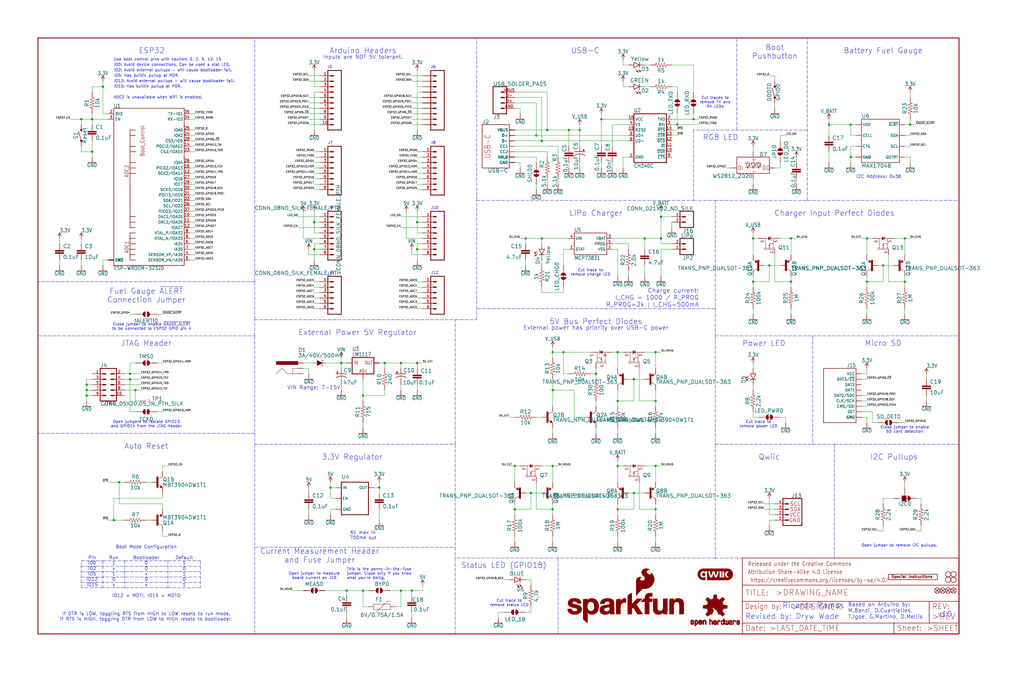
<source format=kicad_sch>
(kicad_sch (version 20211123) (generator eeschema)
  (paper "User" 480.06 317.906)
  (lib_symbols
    (symbol "eagleSchem-eagle-import:0.1UF-0603-25V-(+80{slash}-20%)"
      (property "Reference" "C" (at 1.524 2.921 0))
      (property "Value" "0.1UF-0603-25V-(+80{slash}-20%)" (at 1.524 -2.159 0))
      (symbol "0.1UF-0603-25V-(+80{slash}-20%)_1_0"
        (pin passive line (at 0 5.08 270) (length 2.54) (name "1") (number "1"))
        (pin passive line (at 0 -2.54 90) (length 2.54) (name "2") (number "2"))
      )
    )
    (symbol "eagleSchem-eagle-import:100KOHM-0603-1{slash}10W-1%"
      (property "Reference" "R" (at 0 1.524 0))
      (property "Value" "100KOHM-0603-1{slash}10W-1%" (at 0 -1.524 0))
      (symbol "100KOHM-0603-1{slash}10W-1%_1_0"
        (pin passive line (at -5.08 0 0) (length 2.54) (name "1") (number "1"))
        (pin passive line (at 5.08 0 180) (length 2.54) (name "2") (number "2"))
      )
    )
    (symbol "eagleSchem-eagle-import:100OHM-0603-1{slash}10W-1%"
      (property "Reference" "R" (at 0 1.524 0))
      (property "Value" "100OHM-0603-1{slash}10W-1%" (at 0 -1.524 0))
      (symbol "100OHM-0603-1{slash}10W-1%_1_0"
        (pin passive line (at -5.08 0 0) (length 2.54) (name "1") (number "1"))
        (pin passive line (at 5.08 0 180) (length 2.54) (name "2") (number "2"))
      )
    )
    (symbol "eagleSchem-eagle-import:10KOHM-0603-1{slash}10W-1%"
      (property "Reference" "R" (at 0 1.524 0))
      (property "Value" "10KOHM-0603-1{slash}10W-1%" (at 0 -1.524 0))
      (symbol "10KOHM-0603-1{slash}10W-1%_1_0"
        (pin passive line (at -5.08 0 0) (length 2.54) (name "1") (number "1"))
        (pin passive line (at 5.08 0 180) (length 2.54) (name "2") (number "2"))
      )
    )
    (symbol "eagleSchem-eagle-import:10NF-0603-50V-10%"
      (property "Reference" "C" (at 1.524 2.921 0))
      (property "Value" "10NF-0603-50V-10%" (at 1.524 -2.159 0))
      (symbol "10NF-0603-50V-10%_1_0"
        (pin passive line (at 0 5.08 270) (length 2.54) (name "1") (number "1"))
        (pin passive line (at 0 -2.54 90) (length 2.54) (name "2") (number "2"))
      )
    )
    (symbol "eagleSchem-eagle-import:10UF-0603-6.3V-20%"
      (property "Reference" "C" (at 1.524 2.921 0))
      (property "Value" "10UF-0603-6.3V-20%" (at 1.524 -2.159 0))
      (symbol "10UF-0603-6.3V-20%_1_0"
        (pin passive line (at 0 5.08 270) (length 2.54) (name "1") (number "1"))
        (pin passive line (at 0 -2.54 90) (length 2.54) (name "2") (number "2"))
      )
    )
    (symbol "eagleSchem-eagle-import:10UF-POLAR-EIA3216-16V-10%(TANT)"
      (property "Reference" "C" (at 1.016 0.635 0))
      (property "Value" "10UF-POLAR-EIA3216-16V-10%(TANT)" (at 1.016 -4.191 0))
      (symbol "10UF-POLAR-EIA3216-16V-10%(TANT)_1_0"
        (pin passive line (at 0 2.54 270) (length 2.54) (name "+") (number "+"))
        (pin passive line (at 0 -5.08 90) (length 2.54) (name "-") (number "-"))
      )
    )
    (symbol "eagleSchem-eagle-import:1KOHM-0603-1{slash}10W-1%"
      (property "Reference" "R" (at 0 1.524 0))
      (property "Value" "1KOHM-0603-1{slash}10W-1%" (at 0 -1.524 0))
      (symbol "1KOHM-0603-1{slash}10W-1%_1_0"
        (pin passive line (at -5.08 0 0) (length 2.54) (name "1") (number "1"))
        (pin passive line (at 5.08 0 180) (length 2.54) (name "2") (number "2"))
      )
    )
    (symbol "eagleSchem-eagle-import:1MOHM-0603-1{slash}4W-5%"
      (property "Reference" "R" (at 0 1.524 0))
      (property "Value" "1MOHM-0603-1{slash}4W-5%" (at 0 -1.524 0))
      (symbol "1MOHM-0603-1{slash}4W-5%_1_0"
        (pin passive line (at -5.08 0 0) (length 2.54) (name "1") (number "1"))
        (pin passive line (at 5.08 0 180) (length 2.54) (name "2") (number "2"))
      )
    )
    (symbol "eagleSchem-eagle-import:2.0KOHM-0603-1{slash}10W-5%"
      (property "Reference" "R" (at 0 1.524 0))
      (property "Value" "2.0KOHM-0603-1{slash}10W-5%" (at 0 -1.524 0))
      (symbol "2.0KOHM-0603-1{slash}10W-5%_1_0"
        (pin passive line (at -5.08 0 0) (length 2.54) (name "1") (number "1"))
        (pin passive line (at 5.08 0 180) (length 2.54) (name "2") (number "2"))
      )
    )
    (symbol "eagleSchem-eagle-import:2.2KOHM-0603-1{slash}10W-1%"
      (property "Reference" "R" (at 0 1.524 0))
      (property "Value" "2.2KOHM-0603-1{slash}10W-1%" (at 0 -1.524 0))
      (symbol "2.2KOHM-0603-1{slash}10W-1%_1_0"
        (pin passive line (at -5.08 0 0) (length 2.54) (name "1") (number "1"))
        (pin passive line (at 5.08 0 180) (length 2.54) (name "2") (number "2"))
      )
    )
    (symbol "eagleSchem-eagle-import:240OHM-0603-1{slash}10W-1%"
      (property "Reference" "R" (at 0 1.524 0))
      (property "Value" "240OHM-0603-1{slash}10W-1%" (at 0 -1.524 0))
      (symbol "240OHM-0603-1{slash}10W-1%_1_0"
        (pin passive line (at -5.08 0 0) (length 2.54) (name "1") (number "1"))
        (pin passive line (at 5.08 0 180) (length 2.54) (name "2") (number "2"))
      )
    )
    (symbol "eagleSchem-eagle-import:3.3V" (power)
      (property "Value" "3.3V" (at 0 2.794 0))
      (symbol "3.3V_1_0"
        (pin power_in line (at 0 0 90) (length 2.54) (name "3.3V") (number "1"))
      )
    )
    (symbol "eagleSchem-eagle-import:4.7KOHM-0603-1{slash}10W-1%"
      (property "Reference" "R" (at 0 1.524 0))
      (property "Value" "4.7KOHM-0603-1{slash}10W-1%" (at 0 -1.524 0))
      (symbol "4.7KOHM-0603-1{slash}10W-1%_1_0"
        (pin passive line (at -5.08 0 0) (length 2.54) (name "1") (number "1"))
        (pin passive line (at 5.08 0 180) (length 2.54) (name "2") (number "2"))
      )
    )
    (symbol "eagleSchem-eagle-import:4.7UF-0603-35V-(20%)"
      (property "Reference" "C" (at 1.524 2.921 0))
      (property "Value" "4.7UF-0603-35V-(20%)" (at 1.524 -2.159 0))
      (symbol "4.7UF-0603-35V-(20%)_1_0"
        (pin passive line (at 0 5.08 270) (length 2.54) (name "1") (number "1"))
        (pin passive line (at 0 -2.54 90) (length 2.54) (name "2") (number "2"))
      )
    )
    (symbol "eagleSchem-eagle-import:47KOHM-0603-1{slash}10W-1%"
      (property "Reference" "R" (at 0 1.524 0))
      (property "Value" "47KOHM-0603-1{slash}10W-1%" (at 0 -1.524 0))
      (symbol "47KOHM-0603-1{slash}10W-1%_1_0"
        (pin passive line (at -5.08 0 0) (length 2.54) (name "1") (number "1"))
        (pin passive line (at 5.08 0 180) (length 2.54) (name "2") (number "2"))
      )
    )
    (symbol "eagleSchem-eagle-import:47UF-POLAR-PANASONIC_D-35V-20%"
      (property "Reference" "C" (at 1.016 0.635 0))
      (property "Value" "47UF-POLAR-PANASONIC_D-35V-20%" (at 1.016 -4.191 0))
      (symbol "47UF-POLAR-PANASONIC_D-35V-20%_1_0"
        (pin passive line (at 0 2.54 270) (length 2.54) (name "+") (number "+"))
        (pin passive line (at 0 -5.08 90) (length 2.54) (name "-") (number "-"))
      )
    )
    (symbol "eagleSchem-eagle-import:5.1KOHM5.1KOHM-0603-1{slash}10W-1%"
      (property "Reference" "R" (at 0 1.524 0))
      (property "Value" "5.1KOHM5.1KOHM-0603-1{slash}10W-1%" (at 0 -1.524 0))
      (symbol "5.1KOHM5.1KOHM-0603-1{slash}10W-1%_1_0"
        (pin passive line (at -5.08 0 0) (length 2.54) (name "1") (number "1"))
        (pin passive line (at 5.08 0 180) (length 2.54) (name "2") (number "2"))
      )
    )
    (symbol "eagleSchem-eagle-import:5V" (power)
      (property "Value" "5V" (at 0 2.794 0))
      (symbol "5V_1_0"
        (pin power_in line (at 0 0 90) (length 2.54) (name "5V") (number "1"))
      )
    )
    (symbol "eagleSchem-eagle-import:715OHM-0603-1{slash}10W-1%"
      (property "Reference" "R" (at 0 1.524 0))
      (property "Value" "715OHM-0603-1{slash}10W-1%" (at 0 -1.524 0))
      (symbol "715OHM-0603-1{slash}10W-1%_1_0"
        (pin passive line (at -5.08 0 0) (length 2.54) (name "1") (number "1"))
        (pin passive line (at 5.08 0 180) (length 2.54) (name "2") (number "2"))
      )
    )
    (symbol "eagleSchem-eagle-import:CH340C"
      (property "Reference" "U" (at -7.62 10.795 0))
      (property "Value" "CH340C" (at -7.62 -15.24 0))
      (symbol "CH340C_1_0"
        (pin bidirectional line (at -10.16 -10.16 0) (length 2.54) (name "GND") (number "1"))
        (pin bidirectional line (at 10.16 -7.62 180) (length 2.54) (name "~{DSR}") (number "10"))
        (pin bidirectional line (at 10.16 -5.08 180) (length 2.54) (name "~{RI}") (number "11"))
        (pin bidirectional line (at 10.16 -2.54 180) (length 2.54) (name "~{DCD}") (number "12"))
        (pin bidirectional line (at 10.16 0 180) (length 2.54) (name "~{DTR}") (number "13"))
        (pin bidirectional line (at 10.16 2.54 180) (length 2.54) (name "~{RTS}") (number "14"))
        (pin bidirectional line (at -10.16 2.54 0) (length 2.54) (name "R232") (number "15"))
        (pin bidirectional line (at -10.16 7.62 0) (length 2.54) (name "VCC") (number "16"))
        (pin bidirectional line (at 10.16 7.62 180) (length 2.54) (name "TXO") (number "2"))
        (pin bidirectional line (at 10.16 5.08 180) (length 2.54) (name "RXI") (number "3"))
        (pin bidirectional line (at -10.16 5.08 0) (length 2.54) (name "V3") (number "4"))
        (pin bidirectional line (at -10.16 0 0) (length 2.54) (name "UD+") (number "5"))
        (pin bidirectional line (at -10.16 -2.54 0) (length 2.54) (name "UD-") (number "6"))
        (pin bidirectional line (at 10.16 -10.16 180) (length 2.54) (name "~{CTS}") (number "9"))
      )
    )
    (symbol "eagleSchem-eagle-import:CONN_02-JST-2MM-SMT"
      (property "Reference" "J" (at -2.54 5.588 0))
      (property "Value" "CONN_02-JST-2MM-SMT" (at -2.54 -4.826 0))
      (symbol "CONN_02-JST-2MM-SMT_1_0"
        (pin passive line (at 7.62 2.54 180) (length 5.08) (name "2") (number "1"))
        (pin passive line (at 7.62 0 180) (length 5.08) (name "1") (number "2"))
      )
    )
    (symbol "eagleSchem-eagle-import:CONN_021X02_NO_SILK"
      (property "Reference" "J" (at -2.54 5.588 0))
      (property "Value" "CONN_021X02_NO_SILK" (at -2.54 -4.826 0))
      (symbol "CONN_021X02_NO_SILK_1_0"
        (pin passive line (at 7.62 0 180) (length 5.08) (name "1") (number "1"))
        (pin passive line (at 7.62 2.54 180) (length 5.08) (name "2") (number "2"))
      )
    )
    (symbol "eagleSchem-eagle-import:CONN_05X20.05_IN_PTH_SILK"
      (property "Reference" "J" (at -3.81 8.128 0))
      (property "Value" "CONN_05X20.05_IN_PTH_SILK" (at -3.81 -9.906 0))
      (symbol "CONN_05X20.05_IN_PTH_SILK_1_0"
        (pin passive line (at -7.62 5.08 0) (length 5.08) (name "1") (number "1"))
        (pin passive line (at 7.62 -5.08 180) (length 5.08) (name "10") (number "10"))
        (pin passive line (at 7.62 5.08 180) (length 5.08) (name "2") (number "2"))
        (pin passive line (at -7.62 2.54 0) (length 5.08) (name "3") (number "3"))
        (pin passive line (at 7.62 2.54 180) (length 5.08) (name "4") (number "4"))
        (pin passive line (at -7.62 0 0) (length 5.08) (name "5") (number "5"))
        (pin passive line (at 7.62 0 180) (length 5.08) (name "6") (number "6"))
        (pin passive line (at -7.62 -2.54 0) (length 5.08) (name "7") (number "7"))
        (pin passive line (at 7.62 -2.54 180) (length 5.08) (name "8") (number "8"))
        (pin passive line (at -7.62 -5.08 0) (length 5.08) (name "9") (number "9"))
      )
    )
    (symbol "eagleSchem-eagle-import:CONN_06NO_SILK_FEMALE_PTH"
      (property "Reference" "J" (at -5.08 10.668 0))
      (property "Value" "CONN_06NO_SILK_FEMALE_PTH" (at -5.08 -9.906 0))
      (symbol "CONN_06NO_SILK_FEMALE_PTH_1_0"
        (pin passive line (at 5.08 -5.08 180) (length 5.08) (name "1") (number "1"))
        (pin passive line (at 5.08 -2.54 180) (length 5.08) (name "2") (number "2"))
        (pin passive line (at 5.08 0 180) (length 5.08) (name "3") (number "3"))
        (pin passive line (at 5.08 2.54 180) (length 5.08) (name "4") (number "4"))
        (pin passive line (at 5.08 5.08 180) (length 5.08) (name "5") (number "5"))
        (pin passive line (at 5.08 7.62 180) (length 5.08) (name "6") (number "6"))
      )
    )
    (symbol "eagleSchem-eagle-import:CONN_06SMD-STRAIGHT-COMBO-FEMALE"
      (property "Reference" "J" (at -5.08 10.668 0))
      (property "Value" "CONN_06SMD-STRAIGHT-COMBO-FEMALE" (at -5.08 -9.906 0))
      (symbol "CONN_06SMD-STRAIGHT-COMBO-FEMALE_1_0"
        (pin passive line (at 5.08 -5.08 180) (length 5.08) (name "1") (number "1"))
        (pin passive line (at 5.08 -2.54 180) (length 5.08) (name "2") (number "2"))
        (pin passive line (at 5.08 0 180) (length 5.08) (name "3") (number "3"))
        (pin passive line (at 5.08 2.54 180) (length 5.08) (name "4") (number "4"))
        (pin passive line (at 5.08 5.08 180) (length 5.08) (name "5") (number "5"))
        (pin passive line (at 5.08 7.62 180) (length 5.08) (name "6") (number "6"))
      )
    )
    (symbol "eagleSchem-eagle-import:CONN_08NO_SILK_FEMALE_PTH"
      (property "Reference" "J" (at -5.08 13.208 0))
      (property "Value" "CONN_08NO_SILK_FEMALE_PTH" (at -5.08 -12.446 0))
      (symbol "CONN_08NO_SILK_FEMALE_PTH_1_0"
        (pin passive line (at 5.08 -7.62 180) (length 5.08) (name "1") (number "1"))
        (pin passive line (at 5.08 -5.08 180) (length 5.08) (name "2") (number "2"))
        (pin passive line (at 5.08 -2.54 180) (length 5.08) (name "3") (number "3"))
        (pin passive line (at 5.08 0 180) (length 5.08) (name "4") (number "4"))
        (pin passive line (at 5.08 2.54 180) (length 5.08) (name "5") (number "5"))
        (pin passive line (at 5.08 5.08 180) (length 5.08) (name "6") (number "6"))
        (pin passive line (at 5.08 7.62 180) (length 5.08) (name "7") (number "7"))
        (pin passive line (at 5.08 10.16 180) (length 5.08) (name "8") (number "8"))
      )
    )
    (symbol "eagleSchem-eagle-import:CONN_08SMD-COMBO-FEMALE"
      (property "Reference" "J" (at -5.08 13.208 0))
      (property "Value" "CONN_08SMD-COMBO-FEMALE" (at -5.08 -12.446 0))
      (symbol "CONN_08SMD-COMBO-FEMALE_1_0"
        (pin passive line (at 5.08 -7.62 180) (length 5.08) (name "1") (number "1"))
        (pin passive line (at 5.08 -5.08 180) (length 5.08) (name "2") (number "2"))
        (pin passive line (at 5.08 -2.54 180) (length 5.08) (name "3") (number "3"))
        (pin passive line (at 5.08 0 180) (length 5.08) (name "4") (number "4"))
        (pin passive line (at 5.08 2.54 180) (length 5.08) (name "5") (number "5"))
        (pin passive line (at 5.08 5.08 180) (length 5.08) (name "6") (number "6"))
        (pin passive line (at 5.08 7.62 180) (length 5.08) (name "7") (number "7"))
        (pin passive line (at 5.08 10.16 180) (length 5.08) (name "8") (number "8"))
      )
    )
    (symbol "eagleSchem-eagle-import:CONN_10NO_SILK_PTH_FEMALE"
      (property "Reference" "J" (at 0 8.128 0))
      (property "Value" "CONN_10NO_SILK_PTH_FEMALE" (at 0 -22.606 0))
      (symbol "CONN_10NO_SILK_PTH_FEMALE_1_0"
        (pin passive line (at 10.16 -17.78 180) (length 5.08) (name "1") (number "1"))
        (pin passive line (at 10.16 5.08 180) (length 5.08) (name "10") (number "10"))
        (pin passive line (at 10.16 -15.24 180) (length 5.08) (name "2") (number "2"))
        (pin passive line (at 10.16 -12.7 180) (length 5.08) (name "3") (number "3"))
        (pin passive line (at 10.16 -10.16 180) (length 5.08) (name "4") (number "4"))
        (pin passive line (at 10.16 -7.62 180) (length 5.08) (name "5") (number "5"))
        (pin passive line (at 10.16 -5.08 180) (length 5.08) (name "6") (number "6"))
        (pin passive line (at 10.16 -2.54 180) (length 5.08) (name "7") (number "7"))
        (pin passive line (at 10.16 0 180) (length 5.08) (name "8") (number "8"))
        (pin passive line (at 10.16 2.54 180) (length 5.08) (name "9") (number "9"))
      )
    )
    (symbol "eagleSchem-eagle-import:CONN_10SMD_COMBO-FEMALE"
      (property "Reference" "J" (at 0 8.128 0))
      (property "Value" "CONN_10SMD_COMBO-FEMALE" (at 0 -22.606 0))
      (symbol "CONN_10SMD_COMBO-FEMALE_1_0"
        (pin passive line (at 10.16 5.08 180) (length 5.08) (name "10") (number "10A"))
        (pin passive line (at 10.16 5.08 180) (length 5.08) (name "10") (number "10B"))
        (pin passive line (at 10.16 -17.78 180) (length 5.08) (name "1") (number "1A"))
        (pin passive line (at 10.16 -17.78 180) (length 5.08) (name "1") (number "1B"))
        (pin passive line (at 10.16 -15.24 180) (length 5.08) (name "2") (number "2A"))
        (pin passive line (at 10.16 -15.24 180) (length 5.08) (name "2") (number "2B"))
        (pin passive line (at 10.16 -12.7 180) (length 5.08) (name "3") (number "3A"))
        (pin passive line (at 10.16 -12.7 180) (length 5.08) (name "3") (number "3B"))
        (pin passive line (at 10.16 -10.16 180) (length 5.08) (name "4") (number "4A"))
        (pin passive line (at 10.16 -10.16 180) (length 5.08) (name "4") (number "4B"))
        (pin passive line (at 10.16 -7.62 180) (length 5.08) (name "5") (number "5A"))
        (pin passive line (at 10.16 -7.62 180) (length 5.08) (name "5") (number "5B"))
        (pin passive line (at 10.16 -5.08 180) (length 5.08) (name "6") (number "6A"))
        (pin passive line (at 10.16 -5.08 180) (length 5.08) (name "6") (number "6B"))
        (pin passive line (at 10.16 -2.54 180) (length 5.08) (name "7") (number "7A"))
        (pin passive line (at 10.16 -2.54 180) (length 5.08) (name "7") (number "7B"))
        (pin passive line (at 10.16 0 180) (length 5.08) (name "8") (number "8A"))
        (pin passive line (at 10.16 0 180) (length 5.08) (name "8") (number "8B"))
        (pin passive line (at 10.16 2.54 180) (length 5.08) (name "9") (number "9A"))
        (pin passive line (at 10.16 2.54 180) (length 5.08) (name "9") (number "9B"))
      )
    )
    (symbol "eagleSchem-eagle-import:DIODE-SCHOTTKY-B340A"
      (property "Reference" "D" (at -2.54 2.032 0))
      (property "Value" "DIODE-SCHOTTKY-B340A" (at -2.54 -2.032 0))
      (symbol "DIODE-SCHOTTKY-B340A_1_0"
        (pin passive line (at -2.54 0 0) (length 0) (name "A") (number "A"))
        (pin passive line (at 2.54 0 180) (length 0) (name "C") (number "C"))
      )
    )
    (symbol "eagleSchem-eagle-import:ESP-WROOM-3232D"
      (property "Reference" "U" (at -17.78 38.354 0))
      (property "Value" "ESP-WROOM-3232D" (at -17.78 -35.814 0))
      (symbol "ESP-WROOM-3232D_1_0"
        (text "ADC1" (at -11.684 -26.924 900) (effects (font (size 1.778 1.5113))))
        (text "ADC2" (at -11.684 8.636 900) (effects (font (size 1.778 1.5113))))
        (text "Boot_Control" (at -4.318 22.86 900) (effects (font (size 1.778 1.5113))))
        (pin bidirectional line (at -20.32 -33.02 0) (length 2.54) (name "GND") (number "1"))
        (pin bidirectional line (at 17.78 -12.7 180) (length 2.54) (name "DAC1/IOA25") (number "10"))
        (pin bidirectional line (at 17.78 -15.24 180) (length 2.54) (name "DAC2/IOA26") (number "11"))
        (pin bidirectional line (at 17.78 -17.78 180) (length 2.54) (name "IOA27") (number "12"))
        (pin bidirectional line (at 17.78 7.62 180) (length 2.54) (name "SCK2/IOA14") (number "13"))
        (pin bidirectional line (at 17.78 20.32 180) (length 2.54) (name "POCI2/IOA12") (number "14"))
        (pin bidirectional line (at -20.32 -33.02 0) (length 2.54) (name "GND") (number "15"))
        (pin bidirectional line (at 17.78 10.16 180) (length 2.54) (name "PICO2/IOA13") (number "16"))
        (pin bidirectional line (at -20.32 35.56 0) (length 2.54) (name "3V3") (number "2"))
        (pin bidirectional line (at 17.78 17.78 180) (length 2.54) (name "CS2/IOA15") (number "23"))
        (pin bidirectional line (at 17.78 25.4 180) (length 2.54) (name "IOA2") (number "24"))
        (pin bidirectional line (at 17.78 27.94 180) (length 2.54) (name "IOA0") (number "25"))
        (pin bidirectional line (at 17.78 12.7 180) (length 2.54) (name "IOA4") (number "26"))
        (pin bidirectional line (at 17.78 5.08 180) (length 2.54) (name "IO16") (number "27"))
        (pin bidirectional line (at 17.78 2.54 180) (length 2.54) (name "IO17") (number "28"))
        (pin bidirectional line (at 17.78 22.86 180) (length 2.54) (name "CS3/IO5") (number "29"))
        (pin bidirectional line (at -20.32 33.02 0) (length 2.54) (name "EN") (number "3"))
        (pin bidirectional line (at 17.78 0 180) (length 2.54) (name "SCK3/IO18") (number "30"))
        (pin bidirectional line (at 17.78 -2.54 180) (length 2.54) (name "POCI3/IO19") (number "31"))
        (pin bidirectional line (at 17.78 -5.08 180) (length 2.54) (name "SDA/IO21") (number "33"))
        (pin bidirectional line (at 17.78 33.02 180) (length 2.54) (name "RX-IO3") (number "34"))
        (pin bidirectional line (at 17.78 35.56 180) (length 2.54) (name "TX-IO1") (number "35"))
        (pin bidirectional line (at 17.78 -7.62 180) (length 2.54) (name "SCL/IO22") (number "36"))
        (pin bidirectional line (at 17.78 -10.16 180) (length 2.54) (name "PICO3/IO23") (number "37"))
        (pin bidirectional line (at -20.32 -33.02 0) (length 2.54) (name "GND") (number "38"))
        (pin bidirectional line (at 17.78 -30.48 180) (length 2.54) (name "SENSOR_VP/IA36") (number "4"))
        (pin bidirectional line (at 17.78 -33.02 180) (length 2.54) (name "SENSOR_VN/IA39") (number "5"))
        (pin bidirectional line (at 17.78 -25.4 180) (length 2.54) (name "IA34") (number "6"))
        (pin bidirectional line (at 17.78 -27.94 180) (length 2.54) (name "IA35") (number "7"))
        (pin bidirectional line (at 17.78 -20.32 180) (length 2.54) (name "XTAL_P/IOA32") (number "8"))
        (pin bidirectional line (at 17.78 -22.86 180) (length 2.54) (name "XTAL_N/IOA33") (number "9"))
        (pin bidirectional line (at -20.32 -33.02 0) (length 2.54) (name "GND") (number "GND"))
        (pin bidirectional line (at -20.32 -33.02 0) (length 2.54) (name "GND") (number "GNDT1"))
        (pin bidirectional line (at -20.32 -33.02 0) (length 2.54) (name "GND") (number "GNDT2"))
        (pin bidirectional line (at -20.32 -33.02 0) (length 2.54) (name "GND") (number "GNDT3"))
        (pin bidirectional line (at -20.32 -33.02 0) (length 2.54) (name "GND") (number "GNDT4"))
        (pin bidirectional line (at -20.32 -33.02 0) (length 2.54) (name "GND") (number "GNDT5"))
        (pin bidirectional line (at -20.32 -33.02 0) (length 2.54) (name "GND") (number "GNDT6"))
        (pin bidirectional line (at -20.32 -33.02 0) (length 2.54) (name "GND") (number "GNDT7"))
        (pin bidirectional line (at -20.32 -33.02 0) (length 2.54) (name "GND") (number "GNDT8"))
      )
    )
    (symbol "eagleSchem-eagle-import:FIDUCIAL1X2")
    (symbol "eagleSchem-eagle-import:FRAME-LEDGER"
      (symbol "FRAME-LEDGER_2_0"
        (text " https://creativecommons.org/licenses/by-sa/4.0/" (at 2.54 24.13 0) (effects (font (size 1.9304 1.6408)) (justify left bottom)))
        (text ">DESIGNER" (at 23.114 11.176 0) (effects (font (size 2.7432 2.7432)) (justify left bottom)))
        (text ">DRAWING_NAME" (at 15.494 17.78 0) (effects (font (size 2.7432 2.7432)) (justify left bottom)))
        (text ">LAST_DATE_TIME" (at 12.7 1.27 0) (effects (font (size 2.54 2.54)) (justify left bottom)))
        (text ">REV" (at 88.9 6.604 0) (effects (font (size 2.7432 2.7432)) (justify left bottom)))
        (text ">SHEET" (at 86.36 1.27 0) (effects (font (size 2.54 2.54)) (justify left bottom)))
        (text "Attribution Share-Alike 4.0 License" (at 2.54 27.94 0) (effects (font (size 1.9304 1.6408)) (justify left bottom)))
        (text "Date:" (at 1.27 1.27 0) (effects (font (size 2.54 2.54)) (justify left bottom)))
        (text "Design by:" (at 1.27 11.43 0) (effects (font (size 2.54 2.159)) (justify left bottom)))
        (text "Released under the Creative Commons" (at 2.54 31.75 0) (effects (font (size 1.9304 1.6408)) (justify left bottom)))
        (text "REV:" (at 88.9 11.43 0) (effects (font (size 2.54 2.54)) (justify left bottom)))
        (text "Sheet:" (at 72.39 1.27 0) (effects (font (size 2.54 2.54)) (justify left bottom)))
        (text "TITLE:" (at 1.524 17.78 0) (effects (font (size 2.54 2.54)) (justify left bottom)))
      )
    )
    (symbol "eagleSchem-eagle-import:GND" (power)
      (property "Value" "GND" (at 0 -0.254 0))
      (symbol "GND_1_0"
        (pin power_in line (at 0 2.54 270) (length 2.54) (name "GND") (number "1"))
      )
    )
    (symbol "eagleSchem-eagle-import:JUMPER-COMBO_2_NC_TRACE"
      (property "Reference" "JP" (at 0 2.794 0))
      (property "Value" "JUMPER-COMBO_2_NC_TRACE" (at 0 -2.794 0))
      (symbol "JUMPER-COMBO_2_NC_TRACE_1_0"
        (pin passive line (at -5.08 0 0) (length 2.54) (name "1") (number "1"))
        (pin passive line (at 5.08 0 180) (length 2.54) (name "2") (number "2"))
        (pin passive line (at -5.08 0 0) (length 2.54) (name "1") (number "3"))
        (pin passive line (at 5.08 0 180) (length 2.54) (name "2") (number "4"))
      )
    )
    (symbol "eagleSchem-eagle-import:JUMPER-SMT_2_NC_TRACE_SILK"
      (property "Reference" "JP" (at 0 3.048 0))
      (property "Value" "JUMPER-SMT_2_NC_TRACE_SILK" (at 0 -3.048 0))
      (symbol "JUMPER-SMT_2_NC_TRACE_SILK_1_0"
        (pin passive line (at -5.08 0 0) (length 2.54) (name "1") (number "1"))
        (pin passive line (at 5.08 0 180) (length 2.54) (name "2") (number "2"))
      )
    )
    (symbol "eagleSchem-eagle-import:JUMPER-SMT_2_NO_SILK"
      (property "Reference" "JP" (at 0 2.794 0))
      (property "Value" "JUMPER-SMT_2_NO_SILK" (at 0 -2.794 0))
      (symbol "JUMPER-SMT_2_NO_SILK_1_0"
        (pin passive line (at -5.08 0 0) (length 2.54) (name "1") (number "1"))
        (pin passive line (at 5.08 0 180) (length 2.54) (name "2") (number "2"))
      )
    )
    (symbol "eagleSchem-eagle-import:JUMPER-SMT_3_2-NC_TRACE_SILK"
      (property "Reference" "JP" (at 6.096 1.524 0))
      (property "Value" "JUMPER-SMT_3_2-NC_TRACE_SILK" (at 6.858 -1.524 0))
      (symbol "JUMPER-SMT_3_2-NC_TRACE_SILK_1_0"
        (pin passive line (at 0 5.08 270) (length 2.54) (name "1") (number "1"))
        (pin passive line (at -5.08 0 0) (length 2.54) (name "2") (number "2"))
        (pin passive line (at 0 -5.08 90) (length 2.54) (name "3") (number "3"))
      )
    )
    (symbol "eagleSchem-eagle-import:LED-BLUE1206"
      (property "Reference" "D" (at -3.429 -4.572 90))
      (property "Value" "LED-BLUE1206" (at 1.905 -4.572 90))
      (symbol "LED-BLUE1206_1_0"
        (pin passive line (at 0 2.54 270) (length 2.54) (name "A") (number "A"))
        (pin passive line (at 0 -5.08 90) (length 2.54) (name "C") (number "C"))
      )
    )
    (symbol "eagleSchem-eagle-import:LED-GREEN1206"
      (property "Reference" "D" (at -3.429 -4.572 90))
      (property "Value" "LED-GREEN1206" (at 1.905 -4.572 90))
      (symbol "LED-GREEN1206_1_0"
        (pin passive line (at 0 2.54 270) (length 2.54) (name "A") (number "A"))
        (pin passive line (at 0 -5.08 90) (length 2.54) (name "C") (number "C"))
      )
    )
    (symbol "eagleSchem-eagle-import:LED-RED1206"
      (property "Reference" "D" (at -3.429 -4.572 90))
      (property "Value" "LED-RED1206" (at 1.905 -4.572 90))
      (symbol "LED-RED1206_1_0"
        (pin passive line (at 0 2.54 270) (length 2.54) (name "A") (number "A"))
        (pin passive line (at 0 -5.08 90) (length 2.54) (name "C") (number "C"))
      )
    )
    (symbol "eagleSchem-eagle-import:LED-YELLOWLILYPAD"
      (property "Reference" "D" (at -3.429 -4.572 90))
      (property "Value" "LED-YELLOWLILYPAD" (at 1.905 -4.572 90))
      (symbol "LED-YELLOWLILYPAD_1_0"
        (pin passive line (at 0 2.54 270) (length 2.54) (name "A") (number "A"))
        (pin passive line (at 0 -5.08 90) (length 2.54) (name "C") (number "C"))
      )
    )
    (symbol "eagleSchem-eagle-import:MAX17048DFN8"
      (property "Reference" "U" (at -10.16 10.668 0))
      (property "Value" "MAX17048DFN8" (at -10.16 -12.7 0))
      (symbol "MAX17048DFN8_1_0"
        (pin input line (at -12.7 -2.54 0) (length 2.54) (name "CTG") (number "1"))
        (pin input line (at -12.7 2.54 0) (length 2.54) (name "CELL") (number "2"))
        (pin bidirectional line (at -12.7 7.62 0) (length 2.54) (name "VDD") (number "3"))
        (pin bidirectional line (at -12.7 -7.62 0) (length 2.54) (name "GND") (number "4"))
        (pin bidirectional line (at 10.16 7.62 180) (length 2.54) (name "~{ALRT}") (number "5"))
        (pin bidirectional line (at 10.16 -7.62 180) (length 2.54) (name "QSTRT") (number "6"))
        (pin output line (at 10.16 -2.54 180) (length 2.54) (name "SCL") (number "7"))
        (pin input line (at 10.16 2.54 180) (length 2.54) (name "SDA") (number "8"))
        (pin bidirectional line (at -12.7 -7.62 0) (length 2.54) (name "GND") (number "9"))
      )
    )
    (symbol "eagleSchem-eagle-import:MCP73831"
      (property "Reference" "U" (at -7.62 5.588 0))
      (property "Value" "MCP73831" (at -7.62 -7.62 0))
      (symbol "MCP73831_1_0"
        (pin output line (at -10.16 -2.54 0) (length 2.54) (name "STAT") (number "1"))
        (pin power_in line (at 10.16 -2.54 180) (length 2.54) (name "VSS") (number "2"))
        (pin power_in line (at 10.16 2.54 180) (length 2.54) (name "VBAT") (number "3"))
        (pin power_in line (at -10.16 2.54 0) (length 2.54) (name "VIN") (number "4"))
        (pin input line (at 10.16 0 180) (length 2.54) (name "PROG") (number "5"))
      )
    )
    (symbol "eagleSchem-eagle-import:MICRO-SD-PUSH-PUSH-EXT-PIN"
      (property "Reference" "J" (at -5.08 13.208 0))
      (property "Value" "MICRO-SD-PUSH-PUSH-EXT-PIN" (at -5.08 -15.24 0))
      (symbol "MICRO-SD-PUSH-PUSH-EXT-PIN_1_0"
        (pin bidirectional line (at -7.62 5.08 0) (length 2.54) (name "DAT2") (number "1"))
        (pin bidirectional line (at -7.62 -10.16 0) (length 2.54) (name "GND") (number "10"))
        (pin bidirectional line (at -7.62 -10.16 0) (length 2.54) (name "GND") (number "11"))
        (pin bidirectional line (at -7.62 -10.16 0) (length 2.54) (name "GND") (number "12"))
        (pin bidirectional line (at -7.62 -10.16 0) (length 2.54) (name "GND") (number "13"))
        (pin bidirectional line (at -7.62 7.62 0) (length 2.54) (name "DAT3/~{CS}") (number "2"))
        (pin bidirectional line (at -7.62 -5.08 0) (length 2.54) (name "CMD/SDI") (number "3"))
        (pin bidirectional line (at -7.62 10.16 0) (length 2.54) (name "VCC") (number "4"))
        (pin bidirectional line (at -7.62 -2.54 0) (length 2.54) (name "CLK/SCK") (number "5"))
        (pin bidirectional line (at -7.62 -10.16 0) (length 2.54) (name "GND") (number "6"))
        (pin bidirectional line (at -7.62 0 0) (length 2.54) (name "DAT0/SDO") (number "7"))
        (pin bidirectional line (at -7.62 2.54 0) (length 2.54) (name "DAT1") (number "8"))
        (pin bidirectional line (at -7.62 -7.62 0) (length 2.54) (name "DET") (number "9"))
      )
    )
    (symbol "eagleSchem-eagle-import:MOMENTARY-SWITCH-SPST-SMD-5.2-TALL-REDUNDANT"
      (property "Reference" "S" (at 0 1.524 0))
      (property "Value" "MOMENTARY-SWITCH-SPST-SMD-5.2-TALL-REDUNDANT" (at 0 -0.508 0))
      (symbol "MOMENTARY-SWITCH-SPST-SMD-5.2-TALL-REDUNDANT_1_0"
        (pin passive line (at -5.08 0 0) (length 2.54) (name "1") (number "1"))
        (pin passive line (at -5.08 0 0) (length 2.54) (name "1") (number "2"))
        (pin passive line (at 5.08 0 180) (length 2.54) (name "2") (number "3"))
        (pin passive line (at 5.08 0 180) (length 2.54) (name "2") (number "4"))
      )
    )
    (symbol "eagleSchem-eagle-import:MOSFET_PCH-DMG2305UX-7"
      (property "Reference" "Q" (at 5.08 0 0))
      (property "Value" "MOSFET_PCH-DMG2305UX-7" (at 5.08 -2.54 0))
      (symbol "MOSFET_PCH-DMG2305UX-7_1_0"
        (text "D" (at 0.508 2.54 0) (effects (font (size 1.27 1.0795)) (justify left bottom)))
        (text "G" (at -3.302 -0.508 0) (effects (font (size 1.27 1.0795)) (justify right top)))
        (text "S" (at 0.508 -3.81 0) (effects (font (size 1.27 1.0795)) (justify left bottom)))
        (pin bidirectional line (at -5.08 -2.54 0) (length 2.54) (name "G") (number "1"))
        (pin bidirectional line (at 2.54 -5.08 90) (length 2.54) (name "S") (number "2"))
        (pin bidirectional line (at 2.54 5.08 270) (length 2.54) (name "D") (number "3"))
      )
    )
    (symbol "eagleSchem-eagle-import:OSHW-LOGOMINI")
    (symbol "eagleSchem-eagle-import:POWER_JACKSMD"
      (property "Reference" "J" (at -10.16 0 0))
      (property "Value" "POWER_JACKSMD" (at -10.16 10.16 0))
      (symbol "POWER_JACKSMD_1_0"
        (pin bidirectional line (at 2.54 5.08 180) (length 2.54) (name "GNDBREAK") (number "GND"))
        (pin bidirectional line (at 2.54 2.54 180) (length 2.54) (name "GND") (number "P$4"))
        (pin bidirectional line (at 2.54 7.62 180) (length 2.54) (name "PWR") (number "VIN0"))
      )
    )
    (symbol "eagleSchem-eagle-import:PPTC_0.75A"
      (property "Reference" "F" (at 1.905 3.175 0))
      (property "Value" "PPTC_0.75A" (at 1.27 -2.794 0))
      (symbol "PPTC_0.75A_1_0"
        (pin bidirectional line (at -5.08 0 0) (length 2.54) (name "1") (number "1"))
        (pin bidirectional line (at 7.62 0 180) (length 2.54) (name "2") (number "2"))
      )
    )
    (symbol "eagleSchem-eagle-import:QWIIC_CONNECTORJS-1MM"
      (property "Reference" "J" (at -5.08 7.874 0))
      (property "Value" "QWIIC_CONNECTORJS-1MM" (at -5.08 -5.334 0))
      (symbol "QWIIC_CONNECTORJS-1MM_1_0"
        (text "GND" (at -4.572 -2.54 0) (effects (font (size 1.778 1.778)) (justify left)))
        (text "SCL" (at -4.572 5.08 0) (effects (font (size 1.778 1.778)) (justify left)))
        (text "SDA" (at -4.572 2.54 0) (effects (font (size 1.778 1.778)) (justify left)))
        (text "VCC" (at -4.572 0 0) (effects (font (size 1.778 1.778)) (justify left)))
        (pin power_in line (at 7.62 -2.54 180) (length 5.08) (name "1") (number "1"))
        (pin power_in line (at 7.62 0 180) (length 5.08) (name "2") (number "2"))
        (pin passive line (at 7.62 2.54 180) (length 5.08) (name "3") (number "3"))
        (pin passive line (at 7.62 5.08 180) (length 5.08) (name "4") (number "4"))
      )
    )
    (symbol "eagleSchem-eagle-import:QWIIC_LOGO_5MM")
    (symbol "eagleSchem-eagle-import:SFE_LOGO_NAME.1_INCH")
    (symbol "eagleSchem-eagle-import:SFE_LOGO_NAME_FLAME.2_INCH")
    (symbol "eagleSchem-eagle-import:SPECIAL_INSTRUCTIONS-ORDERING"
      (symbol "SPECIAL_INSTRUCTIONS-ORDERING_1_0"
        (text "Special Instructions" (at 1.27 0.6985 0) (effects (font (size 1.27 1.27) (thickness 0.254) bold) (justify left bottom)))
      )
    )
    (symbol "eagleSchem-eagle-import:STAND-OFF")
    (symbol "eagleSchem-eagle-import:TEST-POINT3"
      (property "Reference" "TP" (at -2.54 2.54 0))
      (property "Value" "TEST-POINT3" (at -2.54 -2.54 0))
      (symbol "TEST-POINT3_1_0"
        (pin bidirectional line (at 0 0 180) (length 0) (name "1") (number "1"))
      )
    )
    (symbol "eagleSchem-eagle-import:TRANS_NPN_DUAL-MBT3904DW1T1"
      (property "Reference" "Q" (at 2.54 0 0))
      (property "Value" "TRANS_NPN_DUAL-MBT3904DW1T1" (at 2.54 -2.286 0))
      (symbol "TRANS_NPN_DUAL-MBT3904DW1T1_1_0"
        (pin passive line (at 2.54 5.08 270) (length 2.54) (name "C") (number "3"))
        (pin passive line (at 2.54 -5.08 90) (length 2.54) (name "E") (number "4"))
        (pin passive line (at -2.54 0 0) (length 2.54) (name "B") (number "5"))
      )
      (symbol "TRANS_NPN_DUAL-MBT3904DW1T1_2_0"
        (pin passive line (at 2.54 -5.08 90) (length 2.54) (name "E") (number "1"))
        (pin passive line (at -2.54 0 0) (length 2.54) (name "B") (number "2"))
        (pin passive line (at 2.54 5.08 270) (length 2.54) (name "C") (number "6"))
      )
    )
    (symbol "eagleSchem-eagle-import:TRANS_PNP_DUALSOT-363"
      (property "Reference" "Q" (at 2.54 0 0))
      (property "Value" "TRANS_PNP_DUALSOT-363" (at 2.54 -0.254 0))
      (symbol "TRANS_PNP_DUALSOT-363_1_0"
        (pin passive line (at 2.54 5.08 270) (length 2.54) (name "E") (number "1"))
        (pin passive line (at -2.54 0 0) (length 2.54) (name "B") (number "2"))
        (pin passive line (at 2.54 -5.08 90) (length 2.54) (name "C") (number "6"))
      )
      (symbol "TRANS_PNP_DUALSOT-363_2_0"
        (pin passive line (at 2.54 -5.08 90) (length 2.54) (name "C") (number "3"))
        (pin passive line (at 2.54 5.08 270) (length 2.54) (name "E") (number "4"))
        (pin passive line (at -2.54 0 0) (length 2.54) (name "B") (number "5"))
      )
    )
    (symbol "eagleSchem-eagle-import:USB_C_4-LAYER-ISOLATED"
      (property "Reference" "J" (at -2.54 10.414 0))
      (property "Value" "USB_C_4-LAYER-ISOLATED" (at -2.54 -12.446 0))
      (symbol "USB_C_4-LAYER-ISOLATED_1_0"
        (text "USB-C" (at 0 0 900) (effects (font (size 2.54 2.159))))
        (pin bidirectional line (at 12.7 0 180) (length 2.54) (name "CC1") (number "A5"))
        (pin bidirectional line (at 12.7 5.08 180) (length 2.54) (name "D+") (number "A6"))
        (pin bidirectional line (at 12.7 2.54 180) (length 2.54) (name "D-") (number "A7"))
        (pin bidirectional line (at 12.7 -2.54 180) (length 2.54) (name "CC2") (number "B5"))
        (pin bidirectional line (at 12.7 5.08 180) (length 2.54) (name "D+") (number "B6"))
        (pin bidirectional line (at 12.7 2.54 180) (length 2.54) (name "D-") (number "B7"))
        (pin bidirectional line (at 12.7 -7.62 180) (length 2.54) (name "GND") (number "GND"))
        (pin bidirectional line (at 12.7 -7.62 180) (length 2.54) (name "GND") (number "GND2"))
        (pin bidirectional line (at 12.7 -5.08 180) (length 2.54) (name "SHLD") (number "SHLD1"))
        (pin bidirectional line (at 12.7 -5.08 180) (length 2.54) (name "SHLD") (number "SHLD2"))
        (pin bidirectional line (at 12.7 -5.08 180) (length 2.54) (name "SHLD") (number "SHLD3"))
        (pin bidirectional line (at 12.7 -5.08 180) (length 2.54) (name "SHLD") (number "SHLD4"))
        (pin bidirectional line (at 12.7 -5.08 180) (length 2.54) (name "SHLD") (number "SHLD5"))
        (pin bidirectional line (at 12.7 -5.08 180) (length 2.54) (name "SHLD") (number "SHLD6"))
        (pin bidirectional line (at 12.7 -5.08 180) (length 2.54) (name "SHLD") (number "SHLD7"))
        (pin bidirectional line (at 12.7 -5.08 180) (length 2.54) (name "SHLD") (number "SHLD8"))
        (pin bidirectional line (at 12.7 7.62 180) (length 2.54) (name "VBUS") (number "VBUS1"))
        (pin bidirectional line (at 12.7 7.62 180) (length 2.54) (name "VBUS") (number "VBUS2"))
      )
    )
    (symbol "eagleSchem-eagle-import:USB_SOLDER_PADS"
      (property "Reference" "JP" (at -5.08 8.128 0))
      (property "Value" "USB_SOLDER_PADS" (at -5.08 -7.366 0))
      (symbol "USB_SOLDER_PADS_1_0"
        (pin passive line (at 5.08 2.54 180) (length 5.08) (name "3") (number "D+"))
        (pin passive line (at 5.08 0 180) (length 5.08) (name "2") (number "D-"))
        (pin passive line (at 5.08 5.08 180) (length 5.08) (name "4") (number "GND"))
        (pin passive line (at 5.08 -2.54 180) (length 5.08) (name "1") (number "VBUS"))
      )
    )
    (symbol "eagleSchem-eagle-import:VIN" (power)
      (property "Value" "VIN" (at 0 2.794 0))
      (symbol "VIN_1_0"
        (pin power_in line (at 0 0 90) (length 2.54) (name "VIN") (number "1"))
      )
    )
    (symbol "eagleSchem-eagle-import:V_BATT" (power)
      (property "Value" "V_BATT" (at 0 2.794 0))
      (symbol "V_BATT_1_0"
        (pin power_in line (at 0 0 90) (length 2.54) (name "V_BATT") (number "1"))
      )
    )
    (symbol "eagleSchem-eagle-import:V_REG_LM1117SOT223"
      (property "Reference" "U" (at 2.54 -7.62 0))
      (property "Value" "V_REG_LM1117SOT223" (at 2.54 -10.16 0))
      (symbol "V_REG_LM1117SOT223_1_0"
        (text "ADJ" (at -1.778 -4.572 0) (effects (font (size 1.524 1.2954)) (justify left bottom)))
        (text "IN" (at -4.318 -0.762 0) (effects (font (size 1.524 1.2954)) (justify left bottom)))
        (text "OUT" (at 0.762 -0.762 0) (effects (font (size 1.524 1.2954)) (justify left bottom)))
        (pin input line (at 0 -7.62 90) (length 2.54) (name "ADJ") (number "1"))
        (pin output line (at 7.62 0 180) (length 2.54) (name "OUT") (number "2"))
        (pin input line (at -7.62 0 0) (length 2.54) (name "IN") (number "3"))
        (pin output line (at 7.62 0 180) (length 2.54) (name "OUT") (number "4"))
      )
    )
    (symbol "eagleSchem-eagle-import:V_USB" (power)
      (property "Value" "V_USB" (at 0 2.794 0))
      (symbol "V_USB_1_0"
        (pin power_in line (at 0 0 90) (length 2.54) (name "V_USB") (number "1"))
      )
    )
    (symbol "eagleSchem-eagle-import:WS2812_2020"
      (property "Reference" "D" (at 4.826 5.334 0))
      (property "Value" "WS2812_2020" (at 5.588 -4.826 0))
      (symbol "WS2812_2020_1_0"
        (text "+" (at 0.254 4.064 0) (effects (font (size 1.778 1.778))))
        (text "-" (at 0.254 -1.524 0) (effects (font (size 1.778 1.778))))
        (text "DI" (at -5.842 0 0) (effects (font (size 1.778 1.778))))
        (text "DO" (at 6.096 0 0) (effects (font (size 1.778 1.778))))
        (pin bidirectional line (at -10.16 0 0) (length 2.54) (name "DI") (number "DI"))
        (pin bidirectional line (at 10.16 0 180) (length 2.54) (name "DO") (number "DO"))
        (pin bidirectional line (at 0 -5.08 90) (length 2.54) (name "GND") (number "GND"))
        (pin bidirectional line (at 0 7.62 270) (length 2.54) (name "VCC") (number "VCC"))
      )
    )
    (symbol "eagleSchem-eagle-import:XC6222B331MR-G"
      (property "Reference" "U" (at -7.62 7.874 0))
      (property "Value" "XC6222B331MR-G" (at -7.62 -7.874 0))
      (symbol "XC6222B331MR-G_1_0"
        (pin input line (at -10.16 5.08 0) (length 2.54) (name "IN") (number "1"))
        (pin input line (at -10.16 -5.08 0) (length 2.54) (name "GND") (number "2"))
        (pin input line (at -10.16 0 0) (length 2.54) (name "EN") (number "3"))
        (pin passive line (at 7.62 5.08 180) (length 2.54) (name "OUT") (number "5"))
      )
    )
  )
  (junction (at 370.84 111.76))
  (junction (at 248.92 231.14))
  (junction (at 193.04 276.86))
  (junction (at 406.4 111.76))
  (junction (at 302.26 111.76))
  (junction (at 281.94 55.88))
  (junction (at 43.18 55.88))
  (junction (at 414.02 124.46))
  (junction (at 254 111.76))
  (junction (at 63.5 182.88))
  (junction (at 177.8 228.6))
  (junction (at 279.4 175.26))
  (junction (at 241.3 238.76))
  (junction (at 195.58 104.14))
  (junction (at 60.96 177.8))
  (junction (at 398.78 73.66))
  (junction (at 254 66.04))
  (junction (at 154.94 228.6))
  (junction (at 55.88 226.06))
  (junction (at 259.08 218.44))
  (junction (at 307.34 218.44))
  (junction (at 40.64 180.34))
  (junction (at 251.46 63.5))
  (junction (at 264.16 165.1))
  (junction (at 289.56 238.76))
  (junction (at 289.56 218.44))
  (junction (at 147.32 104.14))
  (junction (at 259.08 238.76))
  (junction (at 271.78 60.96))
  (junction (at 398.78 58.42))
  (junction (at 60.96 175.26))
  (junction (at 170.18 185.42))
  (junction (at 180.34 170.18))
  (junction (at 187.96 170.18))
  (junction (at 424.18 111.76))
  (junction (at 360.68 124.46))
  (junction (at 297.18 231.14))
  (junction (at 170.18 276.86))
  (junction (at 353.06 132.08))
  (junction (at 160.02 170.18))
  (junction (at 43.18 71.12))
  (junction (at 40.64 185.42))
  (junction (at 241.3 218.44))
  (junction (at 297.18 177.8))
  (junction (at 246.38 111.76))
  (junction (at 388.62 58.42))
  (junction (at 259.08 165.1))
  (junction (at 424.18 132.08))
  (junction (at 162.56 276.86))
  (junction (at 259.08 182.88))
  (junction (at 187.96 276.86))
  (junction (at 370.84 132.08))
  (junction (at 53.34 243.84))
  (junction (at 307.34 187.96))
  (junction (at 147.32 116.84))
  (junction (at 353.06 111.76))
  (junction (at 195.58 116.84))
  (junction (at 317.5 58.42))
  (junction (at 38.1 55.88))
  (junction (at 325.12 55.88))
  (junction (at 426.72 58.42))
  (junction (at 307.34 238.76))
  (junction (at 48.26 40.64))
  (junction (at 307.34 165.1))
  (junction (at 289.56 187.96))
  (junction (at 40.64 182.88))
  (junction (at 195.58 170.18))
  (junction (at 309.88 101.6))
  (junction (at 289.56 165.1))
  (junction (at 406.4 132.08))
  (junction (at 256.54 60.96))
  (junction (at 309.88 111.76))
  (junction (at 266.7 60.96))
  (wire (pts (xy 289.56 236.22) (xy 289.56 238.76)))
  (wire (pts (xy 287.02 78.74) (xy 287.02 76.2)))
  (wire (pts (xy 266.7 60.96) (xy 271.78 60.96)))
  (wire (pts (xy 360.68 132.08) (xy 360.68 124.46)))
  (wire (pts (xy 27.94 121.92) (xy 27.94 124.46)))
  (wire (pts (xy 299.72 187.96) (xy 307.34 187.96)))
  (wire (pts (xy 403.86 177.8) (xy 406.4 177.8)))
  (wire (pts (xy 88.9 121.92) (xy 91.44 121.92)))
  (wire (pts (xy 40.64 177.8) (xy 40.64 180.34)))
  (wire (pts (xy 142.24 172.72) (xy 144.78 172.72)))
  (wire (pts (xy 289.56 226.06) (xy 289.56 218.44)))
  (wire (pts (xy 241.3 48.26) (xy 251.46 48.26)))
  (wire (pts (xy 170.18 276.86) (xy 172.72 276.86)))
  (wire (pts (xy 271.78 68.58) (xy 271.78 60.96)))
  (wire (pts (xy 149.86 116.84) (xy 147.32 116.84)))
  (polyline (pts (xy 119.38 208.28) (xy 213.36 208.28)))
  (wire (pts (xy 259.08 165.1) (xy 259.08 162.56)))
  (wire (pts (xy 149.86 119.38) (xy 144.78 119.38)))
  (wire (pts (xy 88.9 63.5) (xy 91.44 63.5)))
  (wire (pts (xy 180.34 185.42) (xy 170.18 185.42)))
  (wire (pts (xy 302.26 165.1) (xy 307.34 165.1)))
  (wire (pts (xy 241.3 254) (xy 241.3 251.46)))
  (polyline (pts (xy 213.36 256.54) (xy 213.36 261.62)))
  (wire (pts (xy 289.56 254) (xy 289.56 251.46)))
  (wire (pts (xy 434.34 185.42) (xy 434.34 187.96)))
  (wire (pts (xy 365.76 195.58) (xy 368.3 195.58)))
  (wire (pts (xy 294.64 66.04) (xy 254 66.04)))
  (polyline (pts (xy 38.1 265.43) (xy 93.98 265.43)))
  (wire (pts (xy 241.3 68.58) (xy 261.62 68.58)))
  (wire (pts (xy 88.9 114.3) (xy 91.44 114.3)))
  (wire (pts (xy 373.38 86.36) (xy 373.38 83.82)))
  (wire (pts (xy 424.18 226.06) (xy 424.18 228.6)))
  (wire (pts (xy 162.56 170.18) (xy 160.02 170.18)))
  (wire (pts (xy 198.12 78.74) (xy 195.58 78.74)))
  (wire (pts (xy 429.26 248.92) (xy 431.8 248.92)))
  (wire (pts (xy 388.62 58.42) (xy 398.78 58.42)))
  (wire (pts (xy 198.12 114.3) (xy 195.58 114.3)))
  (wire (pts (xy 398.78 63.5) (xy 398.78 58.42)))
  (wire (pts (xy 198.12 81.28) (xy 195.58 81.28)))
  (wire (pts (xy 279.4 175.26) (xy 279.4 172.72)))
  (wire (pts (xy 187.96 170.18) (xy 195.58 170.18)))
  (wire (pts (xy 160.02 170.18) (xy 152.4 170.18)))
  (wire (pts (xy 149.86 78.74) (xy 147.32 78.74)))
  (wire (pts (xy 388.62 76.2) (xy 388.62 71.12)))
  (wire (pts (xy 157.48 238.76) (xy 154.94 238.76)))
  (wire (pts (xy 88.9 119.38) (xy 91.44 119.38)))
  (wire (pts (xy 198.12 48.26) (xy 193.04 48.26)))
  (wire (pts (xy 297.18 231.14) (xy 294.64 231.14)))
  (wire (pts (xy 259.08 254) (xy 259.08 251.46)))
  (wire (pts (xy 195.58 170.18) (xy 195.58 172.72)))
  (wire (pts (xy 353.06 71.12) (xy 353.06 68.58)))
  (wire (pts (xy 193.04 119.38) (xy 193.04 116.84)))
  (wire (pts (xy 360.68 124.46) (xy 358.14 124.46)))
  (wire (pts (xy 241.3 218.44) (xy 238.76 218.44)))
  (polyline (pts (xy 378.46 93.98) (xy 449.58 93.98)))
  (wire (pts (xy 403.86 193.04) (xy 408.94 193.04)))
  (polyline (pts (xy 58.42 262.89) (xy 78.74 262.89)))
  (wire (pts (xy 254 195.58) (xy 251.46 195.58)))
  (wire (pts (xy 198.12 109.22) (xy 195.58 109.22)))
  (wire (pts (xy 195.58 182.88) (xy 195.58 180.34)))
  (wire (pts (xy 388.62 63.5) (xy 388.62 58.42)))
  (wire (pts (xy 63.5 182.88) (xy 66.04 182.88)))
  (wire (pts (xy 149.86 139.7) (xy 147.32 139.7)))
  (polyline (pts (xy 378.46 93.98) (xy 378.46 17.78)))
  (wire (pts (xy 149.86 106.68) (xy 139.7 106.68)))
  (wire (pts (xy 314.96 58.42) (xy 317.5 58.42)))
  (wire (pts (xy 248.92 238.76) (xy 248.92 231.14)))
  (wire (pts (xy 294.64 58.42) (xy 287.02 58.42)))
  (wire (pts (xy 307.34 241.3) (xy 307.34 238.76)))
  (wire (pts (xy 248.92 231.14) (xy 246.38 231.14)))
  (wire (pts (xy 254 137.16) (xy 254 134.62)))
  (wire (pts (xy 388.62 55.88) (xy 388.62 58.42)))
  (wire (pts (xy 302.26 111.76) (xy 287.02 111.76)))
  (wire (pts (xy 198.12 88.9) (xy 195.58 88.9)))
  (wire (pts (xy 149.86 53.34) (xy 144.78 53.34)))
  (wire (pts (xy 149.86 144.78) (xy 147.32 144.78)))
  (wire (pts (xy 398.78 76.2) (xy 398.78 73.66)))
  (wire (pts (xy 368.3 195.58) (xy 368.3 198.12)))
  (wire (pts (xy 363.22 132.08) (xy 370.84 132.08)))
  (wire (pts (xy 317.5 58.42) (xy 327.66 58.42)))
  (wire (pts (xy 302.26 231.14) (xy 297.18 231.14)))
  (wire (pts (xy 160.02 170.18) (xy 160.02 167.64)))
  (wire (pts (xy 307.34 254) (xy 307.34 251.46)))
  (wire (pts (xy 289.56 116.84) (xy 289.56 129.54)))
  (wire (pts (xy 424.18 147.32) (xy 424.18 144.78)))
  (wire (pts (xy 264.16 165.1) (xy 276.86 165.1)))
  (wire (pts (xy 243.84 111.76) (xy 246.38 111.76)))
  (wire (pts (xy 297.18 187.96) (xy 297.18 177.8)))
  (wire (pts (xy 76.2 248.92) (xy 76.2 251.46)))
  (polyline (pts (xy 58.42 262.89) (xy 58.42 275.59)))
  (polyline (pts (xy 335.28 93.98) (xy 378.46 93.98)))
  (wire (pts (xy 50.8 55.88) (xy 43.18 55.88)))
  (wire (pts (xy 297.18 238.76) (xy 297.18 231.14)))
  (polyline (pts (xy 58.42 275.59) (xy 48.26 275.59)))
  (wire (pts (xy 365.76 66.04) (xy 365.76 63.5)))
  (wire (pts (xy 195.58 104.14) (xy 195.58 99.06)))
  (wire (pts (xy 88.9 106.68) (xy 91.44 106.68)))
  (wire (pts (xy 177.8 170.18) (xy 180.34 170.18)))
  (wire (pts (xy 198.12 111.76) (xy 190.5 111.76)))
  (wire (pts (xy 251.46 238.76) (xy 259.08 238.76)))
  (wire (pts (xy 88.9 91.44) (xy 91.44 91.44)))
  (wire (pts (xy 254 218.44) (xy 259.08 218.44)))
  (wire (pts (xy 149.86 88.9) (xy 147.32 88.9)))
  (wire (pts (xy 193.04 276.86) (xy 198.12 276.86)))
  (wire (pts (xy 160.02 182.88) (xy 160.02 180.34)))
  (wire (pts (xy 241.3 45.72) (xy 254 45.72)))
  (wire (pts (xy 302.26 124.46) (xy 302.26 129.54)))
  (wire (pts (xy 424.18 111.76) (xy 426.72 111.76)))
  (wire (pts (xy 88.9 99.06) (xy 91.44 99.06)))
  (polyline (pts (xy 335.28 157.48) (xy 381 157.48)))
  (wire (pts (xy 43.18 55.88) (xy 38.1 55.88)))
  (wire (pts (xy 248.92 287.02) (xy 248.92 284.48)))
  (wire (pts (xy 43.18 40.64) (xy 48.26 40.64)))
  (wire (pts (xy 144.78 238.76) (xy 144.78 241.3)))
  (wire (pts (xy 406.4 172.72) (xy 406.4 175.26)))
  (wire (pts (xy 309.88 114.3) (xy 314.96 114.3)))
  (wire (pts (xy 431.8 233.68) (xy 431.8 236.22)))
  (wire (pts (xy 149.86 35.56) (xy 144.78 35.56)))
  (wire (pts (xy 149.86 76.2) (xy 147.32 76.2)))
  (polyline (pts (xy 223.52 93.98) (xy 223.52 17.78)))
  (wire (pts (xy 154.94 233.68) (xy 157.48 233.68)))
  (wire (pts (xy 48.26 40.64) (xy 48.26 38.1)))
  (wire (pts (xy 406.4 111.76) (xy 408.94 111.76)))
  (wire (pts (xy 307.34 172.72) (xy 307.34 165.1)))
  (wire (pts (xy 40.64 185.42) (xy 40.64 187.96)))
  (wire (pts (xy 279.4 203.2) (xy 279.4 200.66)))
  (wire (pts (xy 241.3 195.58) (xy 238.76 195.58)))
  (wire (pts (xy 353.06 195.58) (xy 355.6 195.58)))
  (wire (pts (xy 302.26 177.8) (xy 297.18 177.8)))
  (wire (pts (xy 414.02 124.46) (xy 419.1 124.46)))
  (wire (pts (xy 360.68 35.56) (xy 363.22 35.56)))
  (wire (pts (xy 299.72 238.76) (xy 307.34 238.76)))
  (wire (pts (xy 408.94 198.12) (xy 411.48 198.12)))
  (wire (pts (xy 149.86 38.1) (xy 144.78 38.1)))
  (wire (pts (xy 414.02 132.08) (xy 414.02 124.46)))
  (polyline (pts (xy 345.44 60.96) (xy 345.44 17.78)))
  (wire (pts (xy 88.9 83.82) (xy 91.44 83.82)))
  (wire (pts (xy 43.18 43.18) (xy 43.18 40.64)))
  (wire (pts (xy 365.76 111.76) (xy 370.84 111.76)))
  (wire (pts (xy 314.96 40.64) (xy 317.5 40.64)))
  (wire (pts (xy 187.96 276.86) (xy 193.04 276.86)))
  (wire (pts (xy 259.08 167.64) (xy 259.08 165.1)))
  (wire (pts (xy 149.86 142.24) (xy 147.32 142.24)))
  (wire (pts (xy 88.9 66.04) (xy 91.44 66.04)))
  (wire (pts (xy 246.38 111.76) (xy 246.38 114.3)))
  (wire (pts (xy 246.38 287.02) (xy 248.92 287.02)))
  (polyline (pts (xy 223.52 149.86) (xy 223.52 144.78)))
  (wire (pts (xy 403.86 195.58) (xy 406.4 195.58)))
  (polyline (pts (xy 93.98 275.59) (xy 78.74 275.59)))
  (wire (pts (xy 149.86 81.28) (xy 147.32 81.28)))
  (wire (pts (xy 325.12 55.88) (xy 327.66 55.88)))
  (wire (pts (xy 424.18 134.62) (xy 424.18 132.08)))
  (wire (pts (xy 254 66.04) (xy 241.3 66.04)))
  (wire (pts (xy 88.9 76.2) (xy 91.44 76.2)))
  (wire (pts (xy 63.5 187.96) (xy 66.04 187.96)))
  (wire (pts (xy 363.22 241.3) (xy 360.68 241.3)))
  (wire (pts (xy 287.02 116.84) (xy 289.56 116.84)))
  (polyline (pts (xy 335.28 93.98) (xy 335.28 144.78)))
  (wire (pts (xy 365.76 78.74) (xy 365.76 76.2)))
  (wire (pts (xy 68.58 243.84) (xy 71.12 243.84)))
  (wire (pts (xy 251.46 73.66) (xy 241.3 73.66)))
  (wire (pts (xy 259.08 241.3) (xy 259.08 238.76)))
  (wire (pts (xy 370.84 111.76) (xy 370.84 119.38)))
  (wire (pts (xy 160.02 172.72) (xy 160.02 170.18)))
  (wire (pts (xy 299.72 172.72) (xy 299.72 187.96)))
  (polyline (pts (xy 381 208.28) (xy 391.16 208.28)))
  (polyline (pts (xy 119.38 208.28) (xy 119.38 256.54)))
  (wire (pts (xy 287.02 165.1) (xy 289.56 165.1)))
  (wire (pts (xy 373.38 76.2) (xy 373.38 73.66)))
  (polyline (pts (xy 391.16 208.28) (xy 449.58 208.28)))
  (wire (pts (xy 38.1 114.3) (xy 38.1 111.76)))
  (wire (pts (xy 149.86 45.72) (xy 144.78 45.72)))
  (wire (pts (xy 254 137.16) (xy 264.16 137.16)))
  (wire (pts (xy 88.9 55.88) (xy 91.44 55.88)))
  (wire (pts (xy 256.54 86.36) (xy 256.54 83.82)))
  (wire (pts (xy 353.06 134.62) (xy 353.06 132.08)))
  (wire (pts (xy 241.3 50.8) (xy 243.84 50.8)))
  (wire (pts (xy 256.54 43.18) (xy 256.54 60.96)))
  (wire (pts (xy 195.58 43.18) (xy 195.58 60.96)))
  (wire (pts (xy 58.42 226.06) (xy 55.88 226.06)))
  (wire (pts (xy 58.42 180.34) (xy 66.04 180.34)))
  (wire (pts (xy 304.8 40.64) (xy 302.26 40.64)))
  (wire (pts (xy 198.12 106.68) (xy 187.96 106.68)))
  (wire (pts (xy 259.08 218.44) (xy 259.08 226.06)))
  (wire (pts (xy 266.7 116.84) (xy 264.16 116.84)))
  (wire (pts (xy 198.12 137.16) (xy 195.58 137.16)))
  (wire (pts (xy 307.34 165.1) (xy 309.88 165.1)))
  (polyline (pts (xy 78.74 262.89) (xy 93.98 262.89)))
  (wire (pts (xy 149.86 58.42) (xy 144.78 58.42)))
  (wire (pts (xy 292.1 40.64) (xy 292.1 38.1)))
  (wire (pts (xy 170.18 185.42) (xy 170.18 187.96)))
  (polyline (pts (xy 335.28 261.62) (xy 347.98 261.62)))
  (wire (pts (xy 353.06 147.32) (xy 353.06 144.78)))
  (wire (pts (xy 149.86 48.26) (xy 144.78 48.26)))
  (wire (pts (xy 238.76 271.78) (xy 236.22 271.78)))
  (wire (pts (xy 187.96 284.48) (xy 187.96 276.86)))
  (wire (pts (xy 294.64 30.48) (xy 292.1 30.48)))
  (wire (pts (xy 142.24 170.18) (xy 147.32 170.18)))
  (polyline (pts (xy 335.28 157.48) (xy 335.28 208.28)))
  (wire (pts (xy 406.4 132.08) (xy 414.02 132.08)))
  (wire (pts (xy 309.88 101.6) (xy 309.88 99.06)))
  (polyline (pts (xy 213.36 149.86) (xy 223.52 149.86)))
  (wire (pts (xy 38.1 71.12) (xy 43.18 71.12)))
  (wire (pts (xy 403.86 190.5) (xy 406.4 190.5)))
  (wire (pts (xy 360.68 241.3) (xy 360.68 233.68)))
  (wire (pts (xy 144.78 228.6) (xy 144.78 231.14)))
  (wire (pts (xy 88.9 71.12) (xy 91.44 71.12)))
  (wire (pts (xy 198.12 116.84) (xy 195.58 116.84)))
  (wire (pts (xy 406.4 111.76) (xy 403.86 111.76)))
  (wire (pts (xy 307.34 203.2) (xy 307.34 200.66)))
  (wire (pts (xy 149.86 71.12) (xy 147.32 71.12)))
  (wire (pts (xy 187.96 170.18) (xy 187.96 172.72)))
  (wire (pts (xy 287.02 68.58) (xy 287.02 58.42)))
  (wire (pts (xy 60.96 175.26) (xy 66.04 175.26)))
  (wire (pts (xy 287.02 114.3) (xy 294.64 114.3)))
  (polyline (pts (xy 119.38 203.2) (xy 17.78 203.2)))
  (wire (pts (xy 149.86 50.8) (xy 144.78 50.8)))
  (polyline (pts (xy 119.38 203.2) (xy 119.38 208.28)))
  (wire (pts (xy 251.46 226.06) (xy 251.46 238.76)))
  (wire (pts (xy 424.18 73.66) (xy 426.72 73.66)))
  (wire (pts (xy 88.9 88.9) (xy 91.44 88.9)))
  (wire (pts (xy 58.42 243.84) (xy 53.34 243.84)))
  (wire (pts (xy 76.2 220.98) (xy 76.2 218.44)))
  (wire (pts (xy 256.54 71.12) (xy 256.54 73.66)))
  (wire (pts (xy 299.72 226.06) (xy 299.72 238.76)))
  (wire (pts (xy 198.12 132.08) (xy 195.58 132.08)))
  (wire (pts (xy 170.18 284.48) (xy 170.18 276.86)))
  (wire (pts (xy 149.86 137.16) (xy 147.32 137.16)))
  (wire (pts (xy 294.64 127) (xy 294.64 129.54)))
  (wire (pts (xy 149.86 43.18) (xy 147.32 43.18)))
  (wire (pts (xy 157.48 228.6) (xy 154.94 228.6)))
  (wire (pts (xy 309.88 116.84) (xy 314.96 116.84)))
  (wire (pts (xy 302.26 116.84) (xy 302.26 111.76)))
  (polyline (pts (xy 78.74 262.89) (xy 78.74 275.59)))
  (wire (pts (xy 292.1 73.66) (xy 292.1 78.74)))
  (wire (pts (xy 281.94 53.34) (xy 281.94 55.88)))
  (wire (pts (xy 271.78 60.96) (xy 271.78 58.42)))
  (wire (pts (xy 88.9 101.6) (xy 91.44 101.6)))
  (wire (pts (xy 266.7 68.58) (xy 266.7 60.96)))
  (wire (pts (xy 429.26 233.68) (xy 431.8 233.68)))
  (wire (pts (xy 363.22 238.76) (xy 358.14 238.76)))
  (wire (pts (xy 264.16 124.46) (xy 264.16 116.84)))
  (wire (pts (xy 406.4 134.62) (xy 406.4 132.08)))
  (wire (pts (xy 243.84 76.2) (xy 243.84 78.74)))
  (wire (pts (xy 40.64 180.34) (xy 40.64 182.88)))
  (wire (pts (xy 294.64 73.66) (xy 292.1 73.66)))
  (wire (pts (xy 259.08 182.88) (xy 269.24 182.88)))
  (wire (pts (xy 68.58 226.06) (xy 71.12 226.06)))
  (wire (pts (xy 424.18 58.42) (xy 426.72 58.42)))
  (wire (pts (xy 147.32 104.14) (xy 147.32 99.06)))
  (polyline (pts (xy 38.1 267.97) (xy 93.98 267.97)))
  (wire (pts (xy 251.46 63.5) (xy 294.64 63.5)))
  (polyline (pts (xy 38.1 270.51) (xy 93.98 270.51)))
  (wire (pts (xy 154.94 226.06) (xy 154.94 228.6)))
  (wire (pts (xy 279.4 187.96) (xy 279.4 190.5)))
  (wire (pts (xy 353.06 109.22) (xy 353.06 111.76)))
  (wire (pts (xy 154.94 238.76) (xy 154.94 241.3)))
  (wire (pts (xy 88.9 93.98) (xy 91.44 93.98)))
  (wire (pts (xy 370.84 147.32) (xy 370.84 144.78)))
  (wire (pts (xy 58.42 177.8) (xy 60.96 177.8)))
  (wire (pts (xy 48.26 121.92) (xy 50.8 121.92)))
  (wire (pts (xy 251.46 73.66) (xy 251.46 76.2)))
  (wire (pts (xy 363.22 78.74) (xy 365.76 78.74)))
  (wire (pts (xy 198.12 71.12) (xy 195.58 71.12)))
  (wire (pts (xy 241.3 238.76) (xy 241.3 236.22)))
  (wire (pts (xy 360.68 124.46) (xy 365.76 124.46)))
  (wire (pts (xy 180.34 172.72) (xy 180.34 170.18)))
  (wire (pts (xy 195.58 116.84) (xy 195.58 121.92)))
  (wire (pts (xy 198.12 43.18) (xy 195.58 43.18)))
  (wire (pts (xy 251.46 48.26) (xy 251.46 63.5)))
  (wire (pts (xy 398.78 73.66) (xy 401.32 73.66)))
  (wire (pts (xy 233.68 287.02) (xy 236.22 287.02)))
  (wire (pts (xy 254 45.72) (xy 254 66.04)))
  (polyline (pts (xy 381 157.48) (xy 381 208.28)))
  (wire (pts (xy 416.56 119.38) (xy 416.56 132.08)))
  (wire (pts (xy 248.92 271.78) (xy 248.92 274.32)))
  (wire (pts (xy 152.4 276.86) (xy 162.56 276.86)))
  (wire (pts (xy 76.2 236.22) (xy 76.2 238.76)))
  (wire (pts (xy 424.18 68.58) (xy 426.72 68.58)))
  (wire (pts (xy 198.12 35.56) (xy 193.04 35.56)))
  (wire (pts (xy 342.9 78.74) (xy 340.36 78.74)))
  (wire (pts (xy 198.12 76.2) (xy 195.58 76.2)))
  (wire (pts (xy 198.12 144.78) (xy 195.58 144.78)))
  (wire (pts (xy 259.08 238.76) (xy 259.08 236.22)))
  (polyline (pts (xy 335.28 208.28) (xy 381 208.28)))
  (wire (pts (xy 198.12 104.14) (xy 195.58 104.14)))
  (wire (pts (xy 307.34 226.06) (xy 307.34 218.44)))
  (wire (pts (xy 307.34 238.76) (xy 307.34 236.22)))
  (wire (pts (xy 297.18 177.8) (xy 294.64 177.8)))
  (wire (pts (xy 162.56 279.4) (xy 162.56 276.86)))
  (polyline (pts (xy 119.38 132.08) (xy 17.78 132.08)))
  (polyline (pts (xy 78.74 275.59) (xy 58.42 275.59)))
  (polyline (pts (xy 335.28 261.62) (xy 261.62 261.62)))
  (wire (pts (xy 353.06 132.08) (xy 360.68 132.08)))
  (wire (pts (xy 259.08 218.44) (xy 261.62 218.44)))
  (wire (pts (xy 154.94 228.6) (xy 154.94 233.68)))
  (wire (pts (xy 198.12 53.34) (xy 193.04 53.34)))
  (wire (pts (xy 198.12 86.36) (xy 195.58 86.36)))
  (wire (pts (xy 185.42 284.48) (xy 187.96 284.48)))
  (wire (pts (xy 172.72 284.48) (xy 170.18 284.48)))
  (wire (pts (xy 170.18 185.42) (xy 170.18 177.8)))
  (wire (pts (xy 43.18 180.34) (xy 40.64 180.34)))
  (polyline (pts (xy 38.1 273.05) (xy 93.98 273.05)))
  (polyline (pts (xy 93.98 262.89) (xy 93.98 265.43)))
  (wire (pts (xy 195.58 40.64) (xy 195.58 33.02)))
  (wire (pts (xy 281.94 76.2) (xy 281.94 78.74)))
  (wire (pts (xy 302.26 218.44) (xy 307.34 218.44)))
  (wire (pts (xy 88.9 109.22) (xy 91.44 109.22)))
  (wire (pts (xy 88.9 68.58) (xy 91.44 68.58)))
  (wire (pts (xy 88.9 60.96) (xy 91.44 60.96)))
  (wire (pts (xy 241.3 63.5) (xy 251.46 63.5)))
  (polyline (pts (xy 48.26 262.89) (xy 58.42 262.89)))
  (wire (pts (xy 266.7 111.76) (xy 254 111.76)))
  (wire (pts (xy 269.24 182.88) (xy 269.24 195.58)))
  (wire (pts (xy 261.62 86.36) (xy 261.62 83.82)))
  (wire (pts (xy 294.64 55.88) (xy 281.94 55.88)))
  (wire (pts (xy 414.02 233.68) (xy 419.1 233.68)))
  (wire (pts (xy 147.32 109.22) (xy 147.32 104.14)))
  (wire (pts (xy 58.42 182.88) (xy 63.5 182.88)))
  (wire (pts (xy 264.16 137.16) (xy 264.16 134.62)))
  (wire (pts (xy 314.96 63.5) (xy 317.5 63.5)))
  (wire (pts (xy 88.9 78.74) (xy 91.44 78.74)))
  (wire (pts (xy 398.78 68.58) (xy 398.78 73.66)))
  (wire (pts (xy 193.04 289.56) (xy 193.04 287.02)))
  (wire (pts (xy 414.02 246.38) (xy 414.02 248.92)))
  (wire (pts (xy 307.34 190.5) (xy 307.34 187.96)))
  (wire (pts (xy 353.06 111.76) (xy 355.6 111.76)))
  (wire (pts (xy 76.2 251.46) (xy 78.74 251.46)))
  (wire (pts (xy 58.42 175.26) (xy 60.96 175.26)))
  (wire (pts (xy 241.3 43.18) (xy 256.54 43.18)))
  (wire (pts (xy 426.72 55.88) (xy 426.72 58.42)))
  (wire (pts (xy 294.64 40.64) (xy 292.1 40.64)))
  (wire (pts (xy 403.86 185.42) (xy 406.4 185.42)))
  (wire (pts (xy 309.88 114.3) (xy 309.88 111.76)))
  (wire (pts (xy 294.64 114.3) (xy 294.64 116.84)))
  (wire (pts (xy 424.18 63.5) (xy 426.72 63.5)))
  (polyline (pts (xy 335.28 144.78) (xy 335.28 157.48)))
  (wire (pts (xy 48.26 124.46) (xy 48.26 121.92)))
  (wire (pts (xy 353.06 180.34) (xy 353.06 182.88)))
  (wire (pts (xy 180.34 170.18) (xy 187.96 170.18)))
  (wire (pts (xy 73.66 193.04) (xy 76.2 193.04)))
  (wire (pts (xy 50.8 226.06) (xy 55.88 226.06)))
  (wire (pts (xy 162.56 276.86) (xy 170.18 276.86)))
  (wire (pts (xy 190.5 111.76) (xy 190.5 99.06)))
  (wire (pts (xy 251.46 88.9) (xy 251.46 86.36)))
  (wire (pts (xy 254 114.3) (xy 254 111.76)))
  (wire (pts (xy 241.3 76.2) (xy 243.84 76.2)))
  (wire (pts (xy 431.8 248.92) (xy 431.8 246.38)))
  (wire (pts (xy 309.88 111.76) (xy 309.88 101.6)))
  (wire (pts (xy 266.7 78.74) (xy 266.7 76.2)))
  (wire (pts (xy 175.26 228.6) (xy 177.8 228.6)))
  (wire (pts (xy 426.72 73.66) (xy 426.72 76.2)))
  (wire (pts (xy 162.56 289.56) (xy 162.56 287.02)))
  (wire (pts (xy 50.8 53.34) (xy 48.26 53.34)))
  (polyline (pts (xy 213.36 261.62) (xy 213.36 297.18)))
  (wire (pts (xy 317.5 53.34) (xy 317.5 58.42)))
  (wire (pts (xy 246.38 271.78) (xy 248.92 271.78)))
  (wire (pts (xy 414.02 236.22) (xy 414.02 233.68)))
  (polyline (pts (xy 119.38 157.48) (xy 119.38 203.2)))
  (wire (pts (xy 55.88 226.06) (xy 55.88 236.22)))
  (wire (pts (xy 353.06 83.82) (xy 353.06 86.36)))
  (wire (pts (xy 241.3 71.12) (xy 256.54 71.12)))
  (wire (pts (xy 292.1 30.48) (xy 292.1 27.94)))
  (wire (pts (xy 401.32 68.58) (xy 398.78 68.58)))
  (wire (pts (xy 406.4 195.58) (xy 406.4 198.12)))
  (wire (pts (xy 43.18 177.8) (xy 40.64 177.8)))
  (wire (pts (xy 414.02 124.46) (xy 411.48 124.46)))
  (wire (pts (xy 88.9 116.84) (xy 91.44 116.84)))
  (wire (pts (xy 40.64 182.88) (xy 40.64 185.42)))
  (wire (pts (xy 314.96 55.88) (xy 325.12 55.88)))
  (wire (pts (xy 142.24 111.76) (xy 142.24 99.06)))
  (wire (pts (xy 325.12 53.34) (xy 325.12 55.88)))
  (polyline (pts (xy 223.52 93.98) (xy 325.12 93.98)))
  (wire (pts (xy 363.22 119.38) (xy 363.22 132.08)))
  (polyline (pts (xy 38.1 262.89) (xy 48.26 262.89)))
  (wire (pts (xy 426.72 58.42) (xy 429.26 58.42)))
  (wire (pts (xy 307.34 187.96) (xy 307.34 182.88)))
  (wire (pts (xy 264.16 175.26) (xy 264.16 165.1)))
  (wire (pts (xy 289.56 172.72) (xy 289.56 165.1)))
  (wire (pts (xy 53.34 243.84) (xy 50.8 243.84)))
  (polyline (pts (xy 261.62 261.62) (xy 261.62 297.18)))
  (wire (pts (xy 309.88 116.84) (xy 309.88 129.54)))
  (wire (pts (xy 177.8 228.6) (xy 177.8 231.14)))
  (wire (pts (xy 248.92 231.14) (xy 254 231.14)))
  (wire (pts (xy 198.12 142.24) (xy 195.58 142.24)))
  (wire (pts (xy 88.9 86.36) (xy 91.44 86.36)))
  (wire (pts (xy 241.3 218.44) (xy 243.84 218.44)))
  (wire (pts (xy 314.96 104.14) (xy 314.96 106.68)))
  (wire (pts (xy 370.84 132.08) (xy 370.84 129.54)))
  (wire (pts (xy 149.86 109.22) (xy 147.32 109.22)))
  (wire (pts (xy 426.72 43.18) (xy 426.72 45.72)))
  (polyline (pts (xy 93.98 265.43) (xy 93.98 275.59)))
  (wire (pts (xy 406.4 147.32) (xy 406.4 144.78)))
  (wire (pts (xy 149.86 40.64) (xy 147.32 40.64)))
  (wire (pts (xy 38.1 68.58) (xy 38.1 71.12)))
  (wire (pts (xy 292.1 218.44) (xy 289.56 218.44)))
  (polyline (pts (xy 335.28 208.28) (xy 335.28 261.62)))
  (wire (pts (xy 38.1 121.92) (xy 38.1 124.46)))
  (wire (pts (xy 147.32 43.18) (xy 147.32 60.96)))
  (polyline (pts (xy 223.52 144.78) (xy 223.52 93.98)))
  (wire (pts (xy 149.86 104.14) (xy 147.32 104.14)))
  (wire (pts (xy 353.06 119.38) (xy 353.06 111.76)))
  (wire (pts (xy 414.02 248.92) (xy 411.48 248.92)))
  (wire (pts (xy 317.5 40.64) (xy 317.5 43.18)))
  (wire (pts (xy 398.78 58.42) (xy 401.32 58.42)))
  (polyline (pts (xy 325.12 60.96) (xy 325.12 93.98)))
  (wire (pts (xy 182.88 276.86) (xy 187.96 276.86)))
  (wire (pts (xy 314.96 101.6) (xy 309.88 101.6)))
  (wire (pts (xy 289.56 238.76) (xy 297.18 238.76)))
  (polyline (pts (xy 378.46 60.96) (xy 325.12 60.96)))
  (wire (pts (xy 53.34 233.68) (xy 53.34 243.84)))
  (wire (pts (xy 365.76 63.5) (xy 368.3 63.5)))
  (wire (pts (xy 43.18 53.34) (xy 43.18 55.88)))
  (wire (pts (xy 403.86 187.96) (xy 406.4 187.96)))
  (wire (pts (xy 43.18 66.04) (xy 43.18 71.12)))
  (wire (pts (xy 416.56 132.08) (xy 424.18 132.08)))
  (polyline (pts (xy 119.38 149.86) (xy 119.38 132.08)))
  (polyline (pts (xy 38.1 265.43) (xy 38.1 262.89)))
  (wire (pts (xy 241.3 238.76) (xy 248.92 238.76)))
  (wire (pts (xy 27.94 114.3) (xy 27.94 111.76)))
  (wire (pts (xy 177.8 243.84) (xy 177.8 238.76)))
  (wire (pts (xy 289.56 215.9) (xy 289.56 218.44)))
  (wire (pts (xy 325.12 30.48) (xy 325.12 43.18)))
  (wire (pts (xy 424.18 132.08) (xy 424.18 129.54)))
  (wire (pts (xy 198.12 55.88) (xy 193.04 55.88)))
  (wire (pts (xy 353.06 132.08) (xy 353.06 129.54)))
  (wire (pts (xy 276.86 175.26) (xy 279.4 175.26)))
  (wire (pts (xy 195.58 170.18) (xy 198.12 170.18)))
  (wire (pts (xy 254 111.76) (xy 246.38 111.76)))
  (wire (pts (xy 406.4 119.38) (xy 406.4 111.76)))
  (wire (pts (xy 259.08 165.1) (xy 264.16 165.1)))
  (wire (pts (xy 63.5 147.32) (xy 60.96 147.32)))
  (wire (pts (xy 233.68 289.56) (xy 233.68 287.02)))
  (wire (pts (xy 187.96 182.88) (xy 187.96 180.34)))
  (wire (pts (xy 289.56 241.3) (xy 289.56 238.76)))
  (wire (pts (xy 149.86 132.08) (xy 147.32 132.08)))
  (wire (pts (xy 149.86 114.3) (xy 147.32 114.3)))
  (wire (pts (xy 271.78 78.74) (xy 271.78 76.2)))
  (polyline (pts (xy 119.38 149.86) (xy 213.36 149.86)))
  (wire (pts (xy 259.08 182.88) (xy 259.08 190.5)))
  (wire (pts (xy 60.96 193.04) (xy 63.5 193.04)))
  (wire (pts (xy 193.04 279.4) (xy 193.04 276.86)))
  (polyline (pts (xy 335.28 144.78) (xy 223.52 144.78)))
  (wire (pts (xy 243.84 50.8) (xy 243.84 53.34)))
  (wire (pts (xy 43.18 182.88) (xy 40.64 182.88)))
  (wire (pts (xy 241.3 241.3) (xy 241.3 238.76)))
  (wire (pts (xy 147.32 40.64) (xy 147.32 33.02)))
  (polyline (pts (xy 325.12 93.98) (xy 335.28 93.98)))
  (wire (pts (xy 289.56 187.96) (xy 297.18 187.96)))
  (wire (pts (xy 149.86 111.76) (xy 142.24 111.76)))
  (wire (pts (xy 73.66 147.32) (xy 76.2 147.32)))
  (wire (pts (xy 421.64 198.12) (xy 424.18 198.12)))
  (wire (pts (xy 88.9 81.28) (xy 91.44 81.28)))
  (wire (pts (xy 60.96 177.8) (xy 66.04 177.8)))
  (wire (pts (xy 76.2 218.44) (xy 78.74 218.44)))
  (wire (pts (xy 360.68 246.38) (xy 360.68 243.84)))
  (polyline (pts (xy 38.1 275.59) (xy 38.1 265.43)))
  (wire (pts (xy 38.1 55.88) (xy 33.02 55.88)))
  (wire (pts (xy 147.32 116.84) (xy 147.32 121.92)))
  (wire (pts (xy 195.58 114.3) (xy 195.58 116.84)))
  (polyline (pts (xy 119.38 157.48) (xy 119.38 149.86)))
  (wire (pts (xy 43.18 55.88) (xy 43.18 58.42)))
  (wire (pts (xy 241.3 226.06) (xy 241.3 218.44)))
  (wire (pts (xy 63.5 170.18) (xy 60.96 170.18)))
  (wire (pts (xy 302.26 30.48) (xy 304.8 30.48)))
  (wire (pts (xy 370.84 134.62) (xy 370.84 132.08)))
  (wire (pts (xy 149.86 134.62) (xy 147.32 134.62)))
  (wire (pts (xy 292.1 165.1) (xy 289.56 165.1)))
  (wire (pts (xy 289.56 203.2) (xy 289.56 200.66)))
  (wire (pts (xy 180.34 182.88) (xy 180.34 185.42)))
  (wire (pts (xy 198.12 73.66) (xy 195.58 73.66)))
  (wire (pts (xy 289.56 190.5) (xy 289.56 187.96)))
  (wire (pts (xy 363.22 48.26) (xy 363.22 50.8)))
  (wire (pts (xy 241.3 60.96) (xy 256.54 60.96)))
  (polyline (pts (xy 119.38 256.54) (xy 213.36 256.54)))
  (wire (pts (xy 198.12 40.64) (xy 195.58 40.64)))
  (wire (pts (xy 360.68 243.84) (xy 363.22 243.84)))
  (wire (pts (xy 76.2 231.14) (xy 76.2 233.68)))
  (wire (pts (xy 198.12 83.82) (xy 195.58 83.82)))
  (wire (pts (xy 88.9 111.76) (xy 91.44 111.76)))
  (wire (pts (xy 149.86 73.66) (xy 147.32 73.66)))
  (polyline (pts (xy 381 157.48) (xy 449.58 157.48)))
  (wire (pts (xy 266.7 175.26) (xy 264.16 175.26)))
  (wire (pts (xy 142.24 276.86) (xy 137.16 276.86)))
  (wire (pts (xy 198.12 58.42) (xy 193.04 58.42)))
  (wire (pts (xy 406.4 132.08) (xy 406.4 129.54)))
  (wire (pts (xy 55.88 236.22) (xy 76.2 236.22)))
  (polyline (pts (xy 119.38 256.54) (xy 119.38 297.18)))
  (wire (pts (xy 198.12 45.72) (xy 193.04 45.72)))
  (wire (pts (xy 147.32 114.3) (xy 147.32 116.84)))
  (wire (pts (xy 76.2 233.68) (xy 53.34 233.68)))
  (wire (pts (xy 43.18 185.42) (xy 40.64 185.42)))
  (wire (pts (xy 309.88 111.76) (xy 302.26 111.76)))
  (wire (pts (xy 281.94 55.88) (xy 281.94 68.58)))
  (wire (pts (xy 149.86 101.6) (xy 139.7 101.6)))
  (wire (pts (xy 38.1 58.42) (xy 38.1 55.88)))
  (wire (pts (xy 60.96 170.18) (xy 60.96 175.26)))
  (polyline (pts (xy 391.16 208.28) (xy 391.16 261.62)))
  (polyline (pts (xy 17.78 157.48) (xy 119.38 157.48)))
  (wire (pts (xy 353.06 170.18) (xy 353.06 172.72)))
  (wire (pts (xy 408.94 193.04) (xy 408.94 198.12)))
  (wire (pts (xy 63.5 182.88) (xy 63.5 187.96)))
  (wire (pts (xy 73.66 170.18) (xy 76.2 170.18)))
  (wire (pts (xy 279.4 175.26) (xy 279.4 177.8)))
  (wire (pts (xy 88.9 104.14) (xy 91.44 104.14)))
  (wire (pts (xy 198.12 50.8) (xy 193.04 50.8)))
  (wire (pts (xy 314.96 60.96) (xy 317.5 60.96)))
  (wire (pts (xy 43.18 71.12) (xy 43.18 73.66)))
  (wire (pts (xy 198.12 119.38) (xy 193.04 119.38)))
  (polyline (pts (xy 48.26 275.59) (xy 38.1 275.59)))
  (wire (pts (xy 269.24 195.58) (xy 274.32 195.58)))
  (wire (pts (xy 170.18 200.66) (xy 170.18 198.12)))
  (wire (pts (xy 149.86 83.82) (xy 147.32 83.82)))
  (wire (pts (xy 261.62 68.58) (xy 261.62 73.66)))
  (wire (pts (xy 198.12 38.1) (xy 193.04 38.1)))
  (wire (pts (xy 48.26 53.34) (xy 48.26 40.64)))
  (wire (pts (xy 144.78 116.84) (xy 144.78 119.38)))
  (wire (pts (xy 370.84 111.76) (xy 373.38 111.76)))
  (wire (pts (xy 198.12 134.62) (xy 195.58 134.62)))
  (wire (pts (xy 401.32 63.5) (xy 398.78 63.5)))
  (wire (pts (xy 198.12 139.7) (xy 195.58 139.7)))
  (wire (pts (xy 259.08 203.2) (xy 259.08 200.66)))
  (wire (pts (xy 177.8 228.6) (xy 177.8 226.06)))
  (wire (pts (xy 363.22 38.1) (xy 363.22 35.56)))
  (wire (pts (xy 195.58 109.22) (xy 195.58 104.14)))
  (polyline (pts (xy 48.26 262.89) (xy 48.26 275.59)))
  (polyline (pts (xy 119.38 132.08) (xy 119.38 17.78)))
  (wire (pts (xy 149.86 86.36) (xy 147.32 86.36)))
  (polyline (pts (xy 213.36 208.28) (xy 213.36 256.54)))
  (wire (pts (xy 314.96 30.48) (xy 325.12 30.48)))
  (wire (pts (xy 353.06 193.04) (xy 353.06 195.58)))
  (wire (pts (xy 144.78 172.72) (xy 144.78 175.26)))
  (polyline (pts (xy 261.62 261.62) (xy 213.36 261.62)))
  (wire (pts (xy 259.08 177.8) (xy 259.08 182.88)))
  (wire (pts (xy 60.96 177.8) (xy 60.96 193.04)))
  (wire (pts (xy 256.54 60.96) (xy 266.7 60.96)))
  (wire (pts (xy 88.9 53.34) (xy 91.44 53.34)))
  (wire (pts (xy 434.34 177.8) (xy 434.34 175.26)))
  (wire (pts (xy 246.38 124.46) (xy 246.38 121.92)))
  (wire (pts (xy 149.86 55.88) (xy 144.78 55.88)))
  (wire (pts (xy 254 124.46) (xy 254 121.92)))
  (wire (pts (xy 307.34 218.44) (xy 309.88 218.44)))
  (wire (pts (xy 88.9 96.52) (xy 91.44 96.52)))
  (wire (pts (xy 424.18 111.76) (xy 424.18 119.38)))
  (wire (pts (xy 406.4 175.26) (xy 403.86 175.26)))
  (polyline (pts (xy 213.36 208.28) (xy 213.36 149.86)))
  (wire (pts (xy 198.12 276.86) (xy 198.12 274.32)))
  (wire (pts (xy 289.56 182.88) (xy 289.56 187.96)))
  (wire (pts (xy 419.1 111.76) (xy 424.18 111.76)))
  (wire (pts (xy 363.22 236.22) (xy 358.14 236.22)))
  (wire (pts (xy 198.12 101.6) (xy 187.96 101.6)))
  (text "Charge current:\nI_CHG = 1000 / R_PROG\nR_PROG=2k : I_CHG=500mA" (at 327.66 139.7 0) (effects (font (size 2.032 2.032)) (justify right)))
  (text "J8" (at 201.93 67.818 180) (effects (font (size 1.27 1.27)) (justify left bottom)))
  (text "J6" (at 201.93 32.258 180) (effects (font (size 1.27 1.27)) (justify left bottom)))
  (text "RGB LED" (at 337.82 66.04 180) (effects (font (size 2.54 2.54)) (justify bottom)))
  (text "Ricardo Ramos" (at 366.776 285.496 180) (effects (font (size 2.54 2.54)) (justify left bottom)))
  (text "J12" (at 201.93 128.778 180) (effects (font (size 1.27 1.27)) (justify left bottom)))
  (text "Bootloader" (at 68.58 261.62 180) (effects (font (size 1.524 1.524))))
  (text "I2C Address: 0x36" (at 401.32 83.82 180) (effects (font (size 1.524 1.524)) (justify left bottom)))
  (text "ESP32" (at 71.12 25.4 180) (effects (font (size 2.54 2.54)) (justify bottom)))
  (text "J9" (at 153.67 98.298 180) (effects (font (size 1.27 1.27)) (justify left bottom)))
  (text "J11" (at 153.416 129.032 180) (effects (font (size 1.27 1.27)) (justify left bottom)))
  (text "Inputs are NOT 5V tolerant." (at 170.18 27.94 180) (effects (font (size 1.778 1.778)) (justify bottom)))
  (text "LiPo Charger" (at 279.4 101.6 180) (effects (font (size 2.54 2.54)) (justify bottom)))
  (text "Open jumper to remove I2C pullups." (at 421.64 256.54 180) (effects (font (size 1.27 1.27)) (justify bottom)))
  (text "J5" (at 153.416 32.258 180) (effects (font (size 1.27 1.27)) (justify left bottom)))
  (text "Boot\nPushbutton" (at 363.22 27.94 180) (effects (font (size 2.54 2.54)) (justify bottom)))
  (text "Cut trace to\nremove status LED" (at 238.76 284.48 180) (effects (font (size 1.27 1.27)) (justify bottom)))
  (text "Arduino Headers" (at 170.18 25.4 180) (effects (font (size 2.54 2.54)) (justify bottom)))
  (text "Close jumper to enable ~{GAUGE_ALERT}\nto be connected to ESP32 GPIO pin 4" (at 71.12 154.94 0) (effects (font (size 1.27 1.27)) (justify bottom)))
  (text "IO12 = MDTI, IO15 = MDTO" (at 68.58 279.4 180) (effects (font (size 1.524 1.524))))
  (text "J7" (at 153.67 67.818 180) (effects (font (size 1.27 1.27)) (justify left bottom)))
  (text "Status LED (GPIO18)" (at 236.22 266.7 180) (effects (font (size 2.54 2.54)) (justify bottom)))
  (text "Qwiic" (at 360.68 215.9 180) (effects (font (size 2.54 2.54)) (justify bottom)))
  (text "Default" (at 86.36 261.62 180) (effects (font (size 1.524 1.524))))
  (text "1" (at 53.34 264.16 180) (effects (font (size 1.524 1.524))))
  (text "IO12" (at 43.18 271.78 180) (effects (font (size 1.524 1.524))))
  (text "Battery Fuel Gauge" (at 414.02 25.4 180) (effects (font (size 2.54 2.54)) (justify bottom)))
  (text "Open jumpers to isolate GPIO13\nand GPIO14 from the JTAG header" (at 68.58 200.66 0) (effects (font (size 1.27 1.27)) (justify bottom)))
  (text "IO5: Has builtin pullup at POR." (at 53.34 35.56 180) (effects (font (size 1.27 1.27)) (justify left)))
  (text "0" (at 86.36 271.78 180) (effects (font (size 1.524 1.524))))
  (text "Revised by: Dryw Wade" (at 349.25 290.576 180) (effects (font (size 2.54 2.54)) (justify left bottom)))
  (text "If DTR is LOW, toggling RTS from HIGH to LOW resets to run mode.\nIf RTS is HIGH, toggling DTR from LOW to HIGH resets to bootloader." (at 68.58 287.02 0) (effects (font (size 1.524 1.524)) (justify top)))
  (text "Current Measurement Header\nand Fuse Jumper" (at 149.86 264.16 180) (effects (font (size 2.54 2.54)) (justify bottom)))
  (text "This is the penny-in-the-fuse\njumper. Close only if you know\nwhat you're doing." (at 162.56 271.78 0) (effects (font (size 1.27 1.27)) (justify left bottom)))
  (text "3.3V Regulator" (at 165.1 215.9 180) (effects (font (size 2.54 2.54)) (justify bottom)))
  (text "IO0" (at 43.18 264.16 180) (effects (font (size 1.524 1.524))))
  (text "Close jumper to enable\nSD card detection" (at 424.18 203.2 180) (effects (font (size 1.27 1.27)) (justify bottom)))
  (text "x" (at 68.58 274.32 180) (effects (font (size 1.524 1.524))))
  (text "1" (at 86.36 264.16 180) (effects (font (size 1.524 1.524))))
  (text "Power LED" (at 358.14 162.56 180) (effects (font (size 2.54 2.54)) (justify bottom)))
  (text "IO0: Avoid device connections. Can be used a stat LED." (at 53.34 30.48 0) (effects (font (size 1.27 1.27)) (justify left)))
  (text "USB-C" (at 274.32 25.4 180) (effects (font (size 2.54 2.54)) (justify bottom)))
  (text "External power has priority over USB-C power" (at 279.4 154.94 180) (effects (font (size 1.905 1.905)) (justify bottom)))
  (text "0" (at 86.36 266.7 180) (effects (font (size 1.524 1.524))))
  (text "Open jumper to measure\nboard current on J10" (at 147.32 271.78 180) (effects (font (size 1.27 1.27)) (justify bottom)))
  (text "1" (at 86.36 269.24 180) (effects (font (size 1.524 1.524))))
  (text "Run" (at 53.34 261.62 180) (effects (font (size 1.524 1.524))))
  (text "IO15: Has builtin pullup at POR." (at 53.34 40.64 180) (effects (font (size 1.27 1.27)) (justify left)))
  (text "External Power 5V Regulator" (at 167.64 157.48 180) (effects (font (size 2.54 2.54)) (justify bottom)))
  (text "Cut trace to\nremove power LED" (at 355.6 200.66 180) (effects (font (size 1.27 1.27)) (justify bottom)))
  (text "v10" (at 439.42 289.56 180) (effects (font (size 2.54 2.54)) (justify left bottom)))
  (text "0" (at 68.58 264.16 180) (effects (font (size 1.524 1.524))))
  (text "J10" (at 201.93 98.298 180) (effects (font (size 1.27 1.27)) (justify left bottom)))
  (text "I2C Pullups" (at 419.1 215.9 180) (effects (font (size 2.54 2.54)) (justify bottom)))
  (text "Fuel Gauge ~{ALERT}\nConnection Jumper" (at 68.58 142.24 180) (effects (font (size 2.54 2.54)) (justify bottom)))
  (text "ADC2 is unavailable when WiFi is enabled." (at 53.34 45.72 180) (effects (font (size 1.27 1.27)) (justify left)))
  (text "IO12: Avoid external pullups - will cause bootloader fail." (at 53.34 38.1 0) (effects (font (size 1.27 1.27)) (justify left)))
  (text "Pin" (at 43.18 261.62 180) (effects (font (size 1.524 1.524))))
  (text "x" (at 53.34 266.7 180) (effects (font (size 1.524 1.524))))
  (text "1" (at 86.36 274.32 180) (effects (font (size 1.524 1.524))))
  (text "Cut traces to\nremove TX and\nRX LEDs" (at 335.28 50.8 180) (effects (font (size 1.27 1.27)) (justify bottom)))
  (text "0" (at 68.58 271.78 180) (effects (font (size 1.524 1.524))))
  (text "x" (at 68.58 269.24 180) (effects (font (size 1.524 1.524))))
  (text "JTAG Header" (at 68.58 162.56 180) (effects (font (size 2.54 2.54)) (justify bottom)))
  (text "IO2: Avoid external pullups - will cause bootloader fail." (at 53.34 33.02 0) (effects (font (size 1.27 1.27)) (justify left)))
  (text "VIN Range: 7-15V" (at 134.62 182.88 180) (effects (font (size 1.778 1.778)) (justify left bottom)))
  (text "JTAG" (at 48.26 190.5 180) (effects (font (size 1.778 1.778)) (justify left bottom)))
  (text "IO2" (at 43.18 266.7 180) (effects (font (size 1.524 1.524))))
  (text "5V Bus Perfect Diodes" (at 279.4 152.4 180) (effects (font (size 2.54 2.54)) (justify bottom)))
  (text "x" (at 53.34 274.32 180) (effects (font (size 1.524 1.524))))
  (text "Use boot control pins with caution: 0, 2, 5, 12, 15" (at 53.34 27.94 0) (effects (font (size 1.27 1.27)) (justify left)))
  (text "Auto Reset" (at 68.58 210.82 180) (effects (font (size 2.54 2.54)) (justify bottom)))
  (text "1" (at 53.34 269.24 180) (effects (font (size 1.524 1.524))))
  (text "Micro SD" (at 414.02 162.56 180) (effects (font (size 2.54 2.54)) (justify bottom)))
  (text "Boot Mode Configuration" (at 68.58 256.54 180) (effects (font (size 1.524 1.524))))
  (text "Based on Arduino by:\nM.Banzi, D.Cuartielles,\nT.Igoe, G.Martino, D.Mellis" (at 397.51 290.322 0) (effects (font (size 1.778 1.778)) (justify left bottom)))
  (text "0" (at 53.34 271.78 180) (effects (font (size 1.524 1.524))))
  (text "IO5" (at 43.18 269.24 180) (effects (font (size 1.524 1.524))))
  (text "6V max in\n700mA out" (at 170.18 248.92 180) (effects (font (size 1.524 1.524)) (justify top)))
  (text "Cut trace to\nremove charge LED" (at 276.86 129.54 180) (effects (font (size 1.27 1.27)) (justify bottom)))
  (text "0" (at 68.58 266.7 180) (effects (font (size 1.524 1.524))))
  (text "IO15" (at 43.18 274.32 180) (effects (font (size 1.524 1.524))))
  (text "Charger Input Perfect Diodes" (at 391.16 101.6 180) (effects (font (size 2.54 2.54)) (justify bottom)))
  (label "ESP32_GPIO26" (at 193.04 58.42 180) (effects (font (size 0.889 0.889))))
  (label "ESP32_TXD0" (at 91.44 53.34 0) (effects (font (size 0.889 0.889))))
  (label "ESP32_RXD0" (at 327.66 55.88 0) (effects (font (size 0.889 0.889))))
  (label "ESP32_ADC5" (at 91.44 111.76 0) (effects (font (size 0.889 0.889))))
  (label "ESP32_EN" (at 187.96 106.68 180) (effects (font (size 0.889 0.889))))
  (label "ESP32_TXD0" (at 147.32 73.66 180) (effects (font (size 0.889 0.889))))
  (label "ESP32_GPIO14_HDR" (at 76.2 170.18 0) (effects (font (size 0.889 0.889))))
  (label "ESP32_GPIO27" (at 193.04 55.88 180) (effects (font (size 0.889 0.889))))
  (label "ESP32_GPIO25" (at 91.44 101.6 0) (effects (font (size 0.889 0.889))))
  (label "~{GAUGE_ALERT}" (at 76.2 147.32 0) (effects (font (size 0.889 0.889))))
  (label "ESP32_ADC7" (at 195.58 137.16 180) (effects (font (size 0.889 0.889))))
  (label "ESP32_GPIO15_TDO" (at 91.44 71.12 0) (effects (font (size 0.889 0.889))))
  (label "~{GAUGE_ALERT}" (at 429.26 58.42 0) (effects (font (size 0.889 0.889))))
  (label "ESP32_GPIO27" (at 91.44 106.68 0) (effects (font (size 0.889 0.889))))
  (label "ESP32_GPIO5_~{CS}" (at 91.44 66.04 0) (effects (font (size 0.889 0.889))))
  (label "5V_EXT" (at 238.76 195.58 180) (effects (font (size 0.889 0.889))))
  (label "ESP32_GPIO14_TMS" (at 66.04 175.26 0) (effects (font (size 0.889 0.889))))
  (label "ESP32_SCL" (at 91.44 96.52 0) (effects (font (size 0.889 0.889))))
  (label "~{DTR}" (at 50.8 226.06 180) (effects (font (size 0.889 0.889))))
  (label "ESP32_ADC5" (at 147.32 132.08 180) (effects (font (size 0.889 0.889))))
  (label "ESP32_SDA" (at 91.44 93.98 0) (effects (font (size 0.889 0.889))))
  (label "ESP32_GPIO13_TCK" (at 66.04 177.8 0) (effects (font (size 0.889 0.889))))
  (label "5V_EXT" (at 403.86 111.76 180) (effects (font (size 0.889 0.889))))
  (label "~{RTS}" (at 50.8 243.84 180) (effects (font (size 0.889 0.889))))
  (label "ESP32_GPIO16" (at 195.58 83.82 180) (effects (font (size 0.889 0.889))))
  (label "ESP32_EN" (at 78.74 218.44 0) (effects (font (size 0.889 0.889))))
  (label "ESP32_GPIO16" (at 424.18 198.12 0) (effects (font (size 0.889 0.889))))
  (label "ESP32_GPIO25" (at 147.32 88.9 180) (effects (font (size 0.889 0.889))))
  (label "5V_EXT" (at 198.12 170.18 0) (effects (font (size 0.889 0.889))))
  (label "5V_CHG" (at 373.38 111.76 0) (effects (font (size 0.889 0.889))))
  (label "ESP32_RXD0" (at 147.32 71.12 180) (effects (font (size 0.889 0.889))))
  (label "ESP32_ADC7" (at 91.44 116.84 0) (effects (font (size 0.889 0.889))))
  (label "ESP32_GPIO17" (at 91.44 86.36 0) (effects (font (size 0.889 0.889))))
  (label "ESP32_SCL" (at 426.72 68.58 0) (effects (font (size 0.889 0.889))))
  (label "ESP32_ADC4" (at 147.32 134.62 180) (effects (font (size 0.889 0.889))))
  (label "ESP32_GPIO13_HDR" (at 76.2 193.04 0) (effects (font (size 0.889 0.889))))
  (label "ESP32_ADC3" (at 147.32 142.24 180) (effects (font (size 0.889 0.889))))
  (label "5V_MEAS" (at 137.16 276.86 180) (effects (font (size 0.889 0.889))))
  (label "ESP32_GPIO5_~{CS}" (at 193.04 53.34 180) (effects (font (size 0.889 0.889))))
  (label "ESP32_GPIO17" (at 195.58 86.36 180) (effects (font (size 0.889 0.889))))
  (label "ESP32_GPIO18_SCK" (at 144.78 45.72 180) (effects (font (size 0.889 0.889))))
  (label "ESP32_GPIO26" (at 91.44 104.14 0) (effects (font (size 0.889 0.889))))
  (label "ESP32_EN" (at 33.02 55.88 180) (effects (font (size 0.889 0.889))))
  (label "LED_DO" (at 368.3 63.5 0) (effects (font (size 0.889 0.889))))
  (label "ESP32_SDA" (at 144.78 38.1 180) (effects (font (size 0.889 0.889))))
  (label "ESP32_0" (at 78.74 251.46 0) (effects (font (size 0.889 0.889))))
  (label "~{RTS}" (at 317.5 60.96 0) (effects (font (size 0.889 0.889))))
  (label "ESP32_ADC0" (at 195.58 144.78 180) (effects (font (size 0.889 0.889))))
  (label "ESP32_ADC0" (at 91.44 119.38 0) (effects (font (size 0.889 0.889))))
  (label "ESP32_GPIO5_~{CS}" (at 406.4 177.8 0) (effects (font (size 0.889 0.889))))
  (label "ESP32_GPIO13_HDR" (at 147.32 78.74 180) (effects (font (size 0.889 0.889))))
  (label "ESP32_GPIO23_PICO" (at 193.04 50.8 180) (effects (font (size 0.889 0.889))))
  (label "ESP32_GPIO15_TDO" (at 66.04 180.34 0) (effects (font (size 0.889 0.889))))
  (label "ESP32_ADC6" (at 195.58 139.7 180) (effects (font (size 0.889 0.889))))
  (label "LED_DO" (at 187.96 101.6 180) (effects (font (size 0.889 0.889))))
  (label "ESP32_GPIO2" (at 340.36 78.74 180) (effects (font (size 0.889 0.889))))
  (label "ESP32_GPIO19_POCI" (at 91.44 91.44 0) (effects (font (size 0.889 0.889))))
  (label "ESP32_ADC4" (at 91.44 109.22 0) (effects (font (size 0.889 0.889))))
  (label "ESP32_SDA" (at 429.26 248.92 180) (effects (font (size 0.889 0.889))))
  (label "ESP32_RXD0" (at 195.58 71.12 180) (effects (font (size 0.889 0.889))))
  (label "ESP32_GPIO4" (at 147.32 76.2 180) (effects (font (size 0.889 0.889))))
  (label "ESP32_ADC3" (at 195.58 142.24 180) (effects (font (size 0.889 0.889))))
  (label "ESP32_GPIO18_SCK" (at 236.22 271.78 180) (effects (font (size 0.889 0.889))))
  (label "ESP32_ADC6" (at 91.44 114.3 0) (effects (font (size 0.889 0.889))))
  (label "ESP32_SCL" (at 193.04 35.56 180) (effects (font (size 0.889 0.889))))
  (label "ESP32_SCL" (at 411.48 248.92 180) (effects (font (size 0.889 0.889))))
  (label "ESP32_0" (at 91.44 60.96 0) (effects (font (size 0.889 0.889))))
  (label "ESP32_SDA" (at 358.14 238.76 180) (effects (font (size 0.889 0.889))))
  (label "ESP32_SDA" (at 426.72 63.5 0) (effects (font (size 0.889 0.889))))
  (label "ESP32_GPIO17" (at 147.32 86.36 180) (effects (font (size 0.889 0.889))))
  (label "ESP32_GPIO4" (at 60.96 147.32 180) (effects (font (size 0.889 0.889))))
  (label "ESP32_SCL" (at 144.78 35.56 180) (effects (font (size 0.889 0.889))))
  (label "~{DTR}" (at 317.5 63.5 0) (effects (font (size 0.889 0.889))))
  (label "5V_MEAS" (at 261.62 218.44 0) (effects (font (size 0.889 0.889))))
  (label "5V_MEAS" (at 309.88 165.1 0) (effects (font (size 0.889 0.889))))
  (label "ESP32_GPIO25" (at 195.58 88.9 180) (effects (font (size 0.889 0.889))))
  (label "ESP32_GPIO19_POCI" (at 193.04 48.26 180) (effects (font (size 0.889 0.889))))
  (label "ESP32_ADC7" (at 147.32 137.16 180) (effects (font (size 0.889 0.889))))
  (label "ESP32_GPIO4" (at 91.44 76.2 0) (effects (font (size 0.889 0.889))))
  (label "ESP32_SCL" (at 358.14 236.22 180) (effects (font (size 0.889 0.889))))
  (label "ESP32_GPIO23_PICO" (at 91.44 99.06 0) (effects (font (size 0.889 0.889))))
  (label "ESP32_GPIO14_TMS" (at 91.44 81.28 0) (effects (font (size 0.889 0.889))))
  (label "ESP32_GPIO23_PICO" (at 144.78 50.8 180) (effects (font (size 0.889 0.889))))
  (label "ESP32_GPIO19_POCI" (at 144.78 48.26 180) (effects (font (size 0.889 0.889))))
  (label "ESP32_GPIO18_SCK" (at 406.4 187.96 0) (effects (font (size 0.889 0.889))))
  (label "ESP32_GPIO27" (at 144.78 55.88 180) (effects (font (size 0.889 0.889))))
  (label "ESP32_ADC4" (at 195.58 134.62 180) (effects (font (size 0.889 0.889))))
  (label "ESP32_GPIO19_POCI" (at 406.4 185.42 0) (effects (font (size 0.889 0.889))))
  (label "ESP32_ADC5" (at 195.58 132.08 180) (effects (font (size 0.889 0.889))))
  (label "ESP32_ADC0" (at 147.32 144.78 180) (effects (font (size 0.889 0.889))))
  (label "ESP32_GPIO16" (at 147.32 83.82 180) (effects (font (size 0.889 0.889))))
  (label "ESP32_SDA" (at 193.04 38.1 180) (effects (font (size 0.889 0.889))))
  (label "ESP32_GPIO18_SCK" (at 193.04 45.72 180) (effects (font (size 0.889 0.889))))
  (label "ESP32_ADC6" (at 147.32 139.7 180) (effects (font (size 0.889 0.889))))
  (label "ESP32_GPIO18_SCK" (at 91.44 88.9 0) (effects (font (size 0.889 0.889))))
  (label "ESP32_GPIO26" (at 144.78 58.42 180) (effects (font (size 0.889 0.889))))
  (label "ESP32_TXD0" (at 195.58 73.66 180) (effects (font (size 0.889 0.889))))
  (label "ESP32_GPIO12_TDI" (at 66.04 182.88 0) (effects (font (size 0.889 0.889))))
  (label "ESP32_GPIO16" (at 91.44 83.82 0) (effects (font (size 0.889 0.889))))
  (label "ESP32_GPIO14_HDR" (at 147.32 81.28 180) (effects (font (size 0.889 0.889))))
  (label "ESP32_TXD0" (at 327.66 58.42 0) (effects (font (size 0.889 0.889))))
  (label "ESP32_GPIO23_PICO" (at 406.4 190.5 0) (effects (font (size 0.889 0.889))))
  (label "5V_CHG" (at 426.72 111.76 0) (effects (font (size 0.889 0.889))))
  (label "ESP32_GPIO13_TCK" (at 91.44 78.74 0) (effects (font (size 0.889 0.889))))
  (label "ESP32_EN" (at 139.7 106.68 180) (effects (font (size 0.889 0.889))))
  (label "ESP32_GPIO5_~{CS}" (at 144.78 53.34 180) (effects (font (size 0.889 0.889))))
  (label "ESP32_GPIO2" (at 91.44 63.5 0) (effects (font (size 0.889 0.889))))
  (label "5V_EXT" (at 240.03 218.44 180) (effects (font (size 0.889 0.889))))
  (label "LED_DO" (at 139.7 101.6 180) (effects (font (size 0.889 0.889))))
  (label "ESP32_ADC3" (at 91.44 121.92 0) (effects (font (size 0.889 0.889))))
  (label "ESP32_GPIO14_HDR" (at 195.58 81.28 180) (effects (font (size 0.889 0.889))))
  (label "5V_MEAS" (at 309.88 218.44 0) (effects (font (size 0.889 0.889))))
  (label "ESP32_GPIO4" (at 195.58 76.2 180) (effects (font (size 0.889 0.889))))
  (label "ESP32_RXD0" (at 91.44 55.88 0) (effects (font (size 0.889 0.889))))
  (label "5V_CHG" (at 243.84 111.76 180) (effects (font (size 0.889 0.889))))
  (label "ESP32_GPIO13_HDR" (at 195.58 78.74 180) (effects (font (size 0.889 0.889))))
  (label "ESP32_0" (at 360.68 35.56 180) (effects (font (size 0.889 0.889))))
  (label "ESP32_GPIO12_TDI" (at 91.44 68.58 0) (effects (font (size 0.889 0.889))))
  (symbol (lib_id "eagleSchem-eagle-import:GND") (at 243.84 55.88 0) (unit 1)
    (property "Reference" "#GND17" (effects hide))
    (property "Value" "GND" (at 243.84 56.134 0) (effects (font (size 1.778 1.5113)) (justify top)))
    (property "Footprint" "eagleSchem:" (effects hide))
  )
  (symbol (lib_id "eagleSchem-eagle-import:LED-GREEN1206") (at 297.18 40.64 90) (unit 1)
    (property "Reference" "D2" (at 304.292 41.529 90) (effects (font (size 1.778 1.778)) (justify left bottom)))
    (property "Value" "GREEN" (at 304.292 38.735 90) (effects (font (size 1.778 1.778)) (justify left top)))
    (property "Footprint" "eagleSchem:LED-1206" (effects hide))
  )
  (symbol (lib_id "eagleSchem-eagle-import:5.1KOHM5.1KOHM-0603-1{slash}10W-1%") (at 256.54 78.74 90) (unit 1)
    (property "Reference" "R2" (at 255.016 76.962 0) (effects (font (size 1.778 1.778)) (justify bottom)))
    (property "Value" "5.1k" (at 256.032 84.836 0) (effects (font (size 1.778 1.778)) (justify bottom)))
    (property "Footprint" "eagleSchem:0603" (effects hide))
  )
  (symbol (lib_id "eagleSchem-eagle-import:GND") (at 144.78 177.8 0) (unit 1)
    (property "Reference" "#GND9" (effects hide))
    (property "Value" "GND" (at 144.78 178.054 0) (effects (font (size 1.778 1.5113)) (justify top)))
    (property "Footprint" "eagleSchem:" (effects hide))
  )
  (symbol (lib_id "eagleSchem-eagle-import:3.3V") (at 48.26 38.1 0) (unit 1)
    (property "Reference" "#SUPPLY5" (effects hide))
    (property "Value" "3.3V" (at 48.26 35.306 0) (effects (font (size 1.778 1.5113)) (justify bottom)))
    (property "Footprint" "eagleSchem:" (effects hide))
  )
  (symbol (lib_id "eagleSchem-eagle-import:10KOHM-0603-1{slash}10W-1%") (at 43.18 48.26 90) (unit 1)
    (property "Reference" "R1" (at 41.656 48.26 0) (effects (font (size 1.778 1.778)) (justify bottom)))
    (property "Value" "10k" (at 44.704 48.26 0) (effects (font (size 1.778 1.778)) (justify top)))
    (property "Footprint" "eagleSchem:0603" (effects hide))
  )
  (symbol (lib_id "eagleSchem-eagle-import:VIN") (at 160.02 167.64 0) (unit 1)
    (property "Reference" "#SUPPLY28" (effects hide))
    (property "Value" "VIN" (at 160.02 164.846 0) (effects (font (size 1.778 1.5113)) (justify bottom)))
    (property "Footprint" "eagleSchem:" (effects hide))
  )
  (symbol (lib_id "eagleSchem-eagle-import:3.3V") (at 353.06 170.18 0) (unit 1)
    (property "Reference" "#SUPPLY6" (effects hide))
    (property "Value" "3.3V" (at 353.06 167.386 0) (effects (font (size 1.778 1.5113)) (justify bottom)))
    (property "Footprint" "eagleSchem:" (effects hide))
  )
  (symbol (lib_id "eagleSchem-eagle-import:100KOHM-0603-1{slash}10W-1%") (at 241.3 246.38 90) (unit 1)
    (property "Reference" "R17" (at 239.776 246.38 0) (effects (font (size 1.778 1.778)) (justify bottom)))
    (property "Value" "100k" (at 242.824 246.38 0) (effects (font (size 1.778 1.778)) (justify top)))
    (property "Footprint" "eagleSchem:0603" (effects hide))
  )
  (symbol (lib_id "eagleSchem-eagle-import:V_BATT") (at 289.56 215.9 0) (unit 1)
    (property "Reference" "#SUPPLY18" (effects hide))
    (property "Value" "V_BATT" (at 289.56 213.106 0) (effects (font (size 1.778 1.5113)) (justify bottom)))
    (property "Footprint" "eagleSchem:" (effects hide))
  )
  (symbol (lib_id "eagleSchem-eagle-import:CONN_10SMD_COMBO-FEMALE") (at 208.28 53.34 180) (unit 1)
    (property "Reference" "J6" (effects hide))
    (property "Value" "CONN_10SMD_COMBO-FEMALE" (effects hide))
    (property "Footprint" "eagleSchem:1X10_SMD_COMBINED" (effects hide))
    (property "Value" "CONN_10SMD_COMBO-FEMALE" (effects hide))
  )
  (symbol (lib_id "eagleSchem-eagle-import:JUMPER-SMT_2_NC_TRACE_SILK") (at 360.68 195.58 180) (unit 1)
    (property "Reference" "LED_PWR0" (at 360.426 192.532 0) (effects (font (size 1.778 1.778))))
    (property "Value" "JUMPER-SMT_2_NC_TRACE_SILK" (effects hide))
    (property "Footprint" "eagleSchem:SMT-JUMPER_2_NC_TRACE_SILK" (effects hide))
  )
  (symbol (lib_id "eagleSchem-eagle-import:0.1UF-0603-25V-(+80{slash}-20%)") (at 266.7 73.66 0) (mirror y) (unit 1)
    (property "Reference" "C5" (at 265.557 67.564 90) (effects (font (size 1.778 1.778)) (justify right top)))
    (property "Value" "0.1uF" (at 264.033 73.152 90) (effects (font (size 1.778 1.778)) (justify right bottom)))
    (property "Footprint" "eagleSchem:0603" (effects hide))
  )
  (symbol (lib_id "eagleSchem-eagle-import:FRAME-LEDGER") (at 347.98 297.18 0) (unit 2)
    (property "Reference" "FRAME1" (effects hide))
    (property "Value" "FRAME-LEDGER" (effects hide))
    (property "Footprint" "eagleSchem:CREATIVE_COMMONS" (effects hide))
  )
  (symbol (lib_id "eagleSchem-eagle-import:JUMPER-SMT_2_NC_TRACE_SILK") (at 251.46 81.28 90) (unit 1)
    (property "Reference" "SHLD0" (at 248.412 81.28 0) (effects (font (size 1.778 1.778))))
    (property "Value" "SHLD" (effects hide))
    (property "Footprint" "eagleSchem:SMT-JUMPER_2_NC_TRACE_SILK" (effects hide))
  )
  (symbol (lib_id "eagleSchem-eagle-import:CONN_08NO_SILK_FEMALE_PTH") (at 154.94 109.22 180) (unit 1)
    (property "Reference" "J9" (effects hide))
    (property "Value" "CONN_08NO_SILK_FEMALE_PTH" (at 160.02 96.52 0) (effects (font (size 1.778 1.778)) (justify left bottom)))
    (property "Footprint" "eagleSchem:1X08_NO_SILK" (effects hide))
  )
  (symbol (lib_id "eagleSchem-eagle-import:3.3V") (at 353.06 68.58 0) (unit 1)
    (property "Reference" "#SUPPLY29" (effects hide))
    (property "Value" "3.3V" (at 353.06 65.786 0) (effects (font (size 1.778 1.5113)) (justify bottom)))
    (property "Footprint" "eagleSchem:" (effects hide))
  )
  (symbol (lib_id "eagleSchem-eagle-import:MOSFET_PCH-DMG2305UX-7") (at 297.18 167.64 90) (unit 1)
    (property "Reference" "Q5" (at 301.244 170.434 90) (effects (font (size 1.778 1.778)) (justify right top)))
    (property "Value" "20V/4.2A/52mΩ/1.4W" (effects hide))
    (property "Footprint" "eagleSchem:SOT23-3" (effects hide))
  )
  (symbol (lib_id "eagleSchem-eagle-import:TRANS_NPN_DUAL-MBT3904DW1T1") (at 73.66 226.06 0) (unit 2)
    (property "Reference" "Q1" (at 76.2 224.79 0) (effects (font (size 1.778 1.778)) (justify left)))
    (property "Value" "MBT3904DW1T1" (at 76.2 227.33 0) (effects (font (size 1.778 1.778)) (justify left)))
    (property "Footprint" "eagleSchem:SC70-6" (effects hide))
  )
  (symbol (lib_id "eagleSchem-eagle-import:STAND-OFF") (at 444.5 271.78 0) (unit 1)
    (property "Reference" "JP4" (effects hide))
    (property "Value" "STAND-OFF" (effects hide))
    (property "Footprint" "eagleSchem:STAND-OFF" (effects hide))
  )
  (symbol (lib_id "eagleSchem-eagle-import:GND") (at 434.34 190.5 0) (unit 1)
    (property "Reference" "#GND58" (effects hide))
    (property "Value" "GND" (at 434.34 190.754 0) (effects (font (size 1.778 1.5113)) (justify top)))
    (property "Footprint" "eagleSchem:" (effects hide))
  )
  (symbol (lib_id "eagleSchem-eagle-import:MOSFET_PCH-DMG2305UX-7") (at 360.68 114.3 90) (unit 1)
    (property "Reference" "Q11" (at 364.744 117.094 90) (effects (font (size 1.778 1.778)) (justify right top)))
    (property "Value" "20V/4.2A/52mΩ/1.4W" (effects hide))
    (property "Footprint" "eagleSchem:SOT23-3" (effects hide))
  )
  (symbol (lib_id "eagleSchem-eagle-import:10KOHM-0603-1{slash}10W-1%") (at 271.78 175.26 0) (unit 1)
    (property "Reference" "R14" (at 271.78 173.736 0) (effects (font (size 1.778 1.778)) (justify bottom)))
    (property "Value" "10k" (at 271.78 176.784 0) (effects (font (size 1.778 1.778)) (justify top)))
    (property "Footprint" "eagleSchem:0603" (effects hide))
  )
  (symbol (lib_id "eagleSchem-eagle-import:0.1UF-0603-25V-(+80{slash}-20%)") (at 144.78 236.22 0) (unit 1)
    (property "Reference" "C12" (at 146.304 233.299 0) (effects (font (size 1.778 1.778)) (justify left bottom)))
    (property "Value" "0.1uF" (at 146.304 238.379 0) (effects (font (size 1.778 1.778)) (justify left bottom)))
    (property "Footprint" "eagleSchem:0603" (effects hide))
  )
  (symbol (lib_id "eagleSchem-eagle-import:4.7UF-0603-35V-(20%)") (at 302.26 121.92 0) (unit 1)
    (property "Reference" "C16" (at 303.784 118.999 0) (effects (font (size 1.778 1.778)) (justify left bottom)))
    (property "Value" "4.7uF" (at 303.784 124.079 0) (effects (font (size 1.778 1.778)) (justify left bottom)))
    (property "Footprint" "eagleSchem:0603" (effects hide))
  )
  (symbol (lib_id "eagleSchem-eagle-import:GND") (at 314.96 109.22 0) (unit 1)
    (property "Reference" "#GND53" (effects hide))
    (property "Value" "GND" (at 314.96 109.474 0) (effects (font (size 1.778 1.5113)) (justify top)))
    (property "Footprint" "eagleSchem:" (effects hide))
  )
  (symbol (lib_id "eagleSchem-eagle-import:FIDUCIAL1X2") (at 439.42 276.86 0) (unit 1)
    (property "Reference" "JP7" (effects hide))
    (property "Value" "FIDUCIAL1X2" (effects hide))
    (property "Footprint" "eagleSchem:FIDUCIAL-1X2" (effects hide))
  )
  (symbol (lib_id "eagleSchem-eagle-import:V_USB") (at 259.08 162.56 0) (unit 1)
    (property "Reference" "#SUPPLY19" (effects hide))
    (property "Value" "V_USB" (at 259.08 159.766 0) (effects (font (size 1.778 1.5113)) (justify bottom)))
    (property "Footprint" "eagleSchem:" (effects hide))
  )
  (symbol (lib_id "eagleSchem-eagle-import:GND") (at 243.84 81.28 0) (unit 1)
    (property "Reference" "#GND29" (effects hide))
    (property "Value" "GND" (at 243.84 81.534 0) (effects (font (size 1.778 1.5113)) (justify top)))
    (property "Footprint" "eagleSchem:" (effects hide))
  )
  (symbol (lib_id "eagleSchem-eagle-import:OSHW-LOGOMINI") (at 335.28 284.48 0) (unit 1)
    (property "Reference" "LOGO3" (effects hide))
    (property "Value" "OSHW-LOGOMINI" (effects hide))
    (property "Footprint" "eagleSchem:OSHW-LOGO-MINI" (effects hide))
  )
  (symbol (lib_id "eagleSchem-eagle-import:5V") (at 142.24 99.06 0) (unit 1)
    (property "Reference" "#U$1" (effects hide))
    (property "Value" "5V" (at 142.24 96.266 0) (effects (font (size 1.778 1.5113)) (justify bottom)))
    (property "Footprint" "eagleSchem:" (effects hide))
  )
  (symbol (lib_id "eagleSchem-eagle-import:PPTC_0.75A") (at 177.8 284.48 0) (unit 1)
    (property "Reference" "F1" (at 177.673 282.067 0) (effects (font (size 1.778 1.778)) (justify bottom)))
    (property "Value" "6V/0.75A/1.5A" (at 179.07 287.274 0) (effects (font (size 1.778 1.778)) (justify top)))
    (property "Footprint" "eagleSchem:1206" (effects hide))
  )
  (symbol (lib_id "eagleSchem-eagle-import:3.3V") (at 281.94 53.34 0) (unit 1)
    (property "Reference" "#SUPPLY1" (effects hide))
    (property "Value" "3.3V" (at 281.94 50.546 0) (effects (font (size 1.778 1.5113)) (justify bottom)))
    (property "Footprint" "eagleSchem:" (effects hide))
  )
  (symbol (lib_id "eagleSchem-eagle-import:10KOHM-0603-1{slash}10W-1%") (at 63.5 243.84 0) (unit 1)
    (property "Reference" "R7" (at 63.5 242.316 0) (effects (font (size 1.778 1.778)) (justify bottom)))
    (property "Value" "10k" (at 63.5 245.364 0) (effects (font (size 1.778 1.778)) (justify top)))
    (property "Footprint" "eagleSchem:0603" (effects hide))
  )
  (symbol (lib_id "eagleSchem-eagle-import:TRANS_NPN_DUAL-MBT3904DW1T1") (at 256.54 195.58 0) (unit 2)
    (property "Reference" "Q2" (at 259.08 195.58 0) (effects (font (size 1.778 1.778)) (justify left bottom)))
    (property "Value" "TRANS_NPN_DUAL-MBT3904DW1T1" (at 259.08 197.866 0) (effects (font (size 1.778 1.778)) (justify left bottom)))
    (property "Footprint" "eagleSchem:SC70-6" (effects hide))
  )
  (symbol (lib_id "eagleSchem-eagle-import:QWIIC_LOGO_5MM") (at 335.28 269.24 0) (unit 1)
    (property "Reference" "LOGO2" (effects hide))
    (property "Value" "QWIIC_LOGO_5MM" (effects hide))
    (property "Footprint" "eagleSchem:QWIIC_5MM" (effects hide))
  )
  (symbol (lib_id "eagleSchem-eagle-import:GND") (at 398.78 78.74 0) (unit 1)
    (property "Reference" "#GND46" (effects hide))
    (property "Value" "GND" (at 398.78 78.994 0) (effects (font (size 1.778 1.5113)) (justify top)))
    (property "Footprint" "eagleSchem:" (effects hide))
  )
  (symbol (lib_id "eagleSchem-eagle-import:240OHM-0603-1{slash}10W-1%") (at 180.34 177.8 90) (unit 1)
    (property "Reference" "R10" (at 178.816 177.8 0) (effects (font (size 1.778 1.778)) (justify bottom)))
    (property "Value" "240" (at 181.864 177.8 0) (effects (font (size 1.778 1.778)) (justify top)))
    (property "Footprint" "eagleSchem:0603" (effects hide))
  )
  (symbol (lib_id "eagleSchem-eagle-import:MOSFET_PCH-DMG2305UX-7") (at 281.94 167.64 270) (mirror x) (unit 1)
    (property "Reference" "Q3" (at 277.876 170.434 90) (effects (font (size 1.778 1.778)) (justify right top)))
    (property "Value" "20V/4.2A/52mΩ/1.4W" (effects hide))
    (property "Footprint" "eagleSchem:SOT23-3" (effects hide))
  )
  (symbol (lib_id "eagleSchem-eagle-import:5V") (at 154.94 226.06 0) (unit 1)
    (property "Reference" "#SUPPLY21" (effects hide))
    (property "Value" "5V" (at 154.94 223.266 0) (effects (font (size 1.778 1.5113)) (justify bottom)))
    (property "Footprint" "eagleSchem:" (effects hide))
  )
  (symbol (lib_id "eagleSchem-eagle-import:GND") (at 426.72 78.74 0) (unit 1)
    (property "Reference" "#GND45" (effects hide))
    (property "Value" "GND" (at 426.72 78.994 0) (effects (font (size 1.778 1.5113)) (justify top)))
    (property "Footprint" "eagleSchem:" (effects hide))
  )
  (symbol (lib_id "eagleSchem-eagle-import:GND") (at 259.08 205.74 0) (unit 1)
    (property "Reference" "#GND43" (effects hide))
    (property "Value" "GND" (at 259.08 205.994 0) (effects (font (size 1.778 1.5113)) (justify top)))
    (property "Footprint" "eagleSchem:" (effects hide))
  )
  (symbol (lib_id "eagleSchem-eagle-import:JUMPER-SMT_2_NO_SILK") (at 68.58 147.32 180) (unit 1)
    (property "Reference" "!ALERT!0" (at 68.58 150.368 0) (effects (font (size 1.778 1.778))))
    (property "Value" "JUMPER-SMT_2_NO_SILK" (effects hide))
    (property "Footprint" "eagleSchem:SMT-JUMPER_2_NO_SILK" (effects hide))
  )
  (symbol (lib_id "eagleSchem-eagle-import:GND") (at 195.58 63.5 0) (unit 1)
    (property "Reference" "#GND6" (effects hide))
    (property "Value" "GND" (at 195.58 63.754 0) (effects (font (size 1.778 1.5113)) (justify top)))
    (property "Footprint" "eagleSchem:" (effects hide))
  )
  (symbol (lib_id "eagleSchem-eagle-import:GND") (at 147.32 63.5 0) (unit 1)
    (property "Reference" "#GND5" (effects hide))
    (property "Value" "GND" (at 147.32 63.754 0) (effects (font (size 1.778 1.5113)) (justify top)))
    (property "Footprint" "eagleSchem:" (effects hide))
  )
  (symbol (lib_id "eagleSchem-eagle-import:GND") (at 162.56 292.1 0) (unit 1)
    (property "Reference" "#GND24" (effects hide))
    (property "Value" "GND" (at 162.56 292.354 0) (effects (font (size 1.778 1.5113)) (justify top)))
    (property "Footprint" "eagleSchem:" (effects hide))
  )
  (symbol (lib_id "eagleSchem-eagle-import:5V") (at 190.5 99.06 0) (unit 1)
    (property "Reference" "#U$2" (effects hide))
    (property "Value" "5V" (at 190.5 96.266 0) (effects (font (size 1.778 1.5113)) (justify bottom)))
    (property "Footprint" "eagleSchem:" (effects hide))
  )
  (symbol (lib_id "eagleSchem-eagle-import:CH340C") (at 304.8 63.5 0) (unit 1)
    (property "Reference" "U2" (at 297.18 52.705 0) (effects (font (size 1.778 1.5113)) (justify left bottom)))
    (property "Value" "CH340C" (at 297.18 78.74 0) (effects (font (size 1.778 1.5113)) (justify left bottom)))
    (property "Footprint" "eagleSchem:SO016" (effects hide))
  )
  (symbol (lib_id "eagleSchem-eagle-import:GND") (at 287.02 81.28 0) (unit 1)
    (property "Reference" "#GND32" (effects hide))
    (property "Value" "GND" (at 287.02 81.534 0) (effects (font (size 1.778 1.5113)) (justify top)))
    (property "Footprint" "eagleSchem:" (effects hide))
  )
  (symbol (lib_id "eagleSchem-eagle-import:GND") (at 241.3 256.54 0) (unit 1)
    (property "Reference" "#GND28" (effects hide))
    (property "Value" "GND" (at 241.3 256.794 0) (effects (font (size 1.778 1.5113)) (justify top)))
    (property "Footprint" "eagleSchem:" (effects hide))
  )
  (symbol (lib_id "eagleSchem-eagle-import:MOMENTARY-SWITCH-SPST-SMD-5.2-TALL-REDUNDANT") (at 38.1 63.5 90) (unit 1)
    (property "Reference" "S1" (at 36.576 63.5 0) (effects (font (size 1.778 1.778)) (justify bottom)))
    (property "Value" "Reset" (at 38.608 63.5 0) (effects (font (size 1.778 1.778)) (justify top)))
    (property "Footprint" "eagleSchem:TACTILE_SWITCH_SMD_5.2MM" (effects hide))
  )
  (symbol (lib_id "eagleSchem-eagle-import:GND") (at 187.96 185.42 0) (unit 1)
    (property "Reference" "#GND12" (effects hide))
    (property "Value" "GND" (at 187.96 185.674 0) (effects (font (size 1.778 1.5113)) (justify top)))
    (property "Footprint" "eagleSchem:" (effects hide))
  )
  (symbol (lib_id "eagleSchem-eagle-import:TRANS_PNP_DUALSOT-363") (at 355.6 124.46 0) (mirror y) (unit 1)
    (property "Reference" "Q10" (at 350.52 129.54 90) (effects (font (size 1.778 1.778)) (justify left bottom)))
    (property "Value" "TRANS_PNP_DUALSOT-363" (at 353.06 124.714 0) (effects (font (size 1.778 1.778)) (justify left top)))
    (property "Footprint" "eagleSchem:SOT363_PHILIPS" (effects hide))
  )
  (symbol (lib_id "eagleSchem-eagle-import:TRANS_PNP_DUALSOT-363") (at 243.84 231.14 0) (mirror y) (unit 1)
    (property "Reference" "Q6" (at 238.76 236.22 90) (effects (font (size 1.778 1.778)) (justify left bottom)))
    (property "Value" "TRANS_PNP_DUALSOT-363" (at 241.3 231.394 0) (effects (font (size 1.778 1.778)) (justify left top)))
    (property "Footprint" "eagleSchem:SOT363_PHILIPS" (effects hide))
  )
  (symbol (lib_id "eagleSchem-eagle-import:JUMPER-SMT_2_NO_SILK") (at 365.76 71.12 90) (unit 1)
    (property "Reference" "JP10" (at 362.966 71.12 0) (effects (font (size 1.778 1.778))))
    (property "Value" "LED_DO" (at 368.554 71.12 0) (effects (font (size 1.778 1.778))))
    (property "Footprint" "eagleSchem:SMT-JUMPER_2_NO_SILK" (effects hide))
  )
  (symbol (lib_id "eagleSchem-eagle-import:10KOHM-0603-1{slash}10W-1%") (at 63.5 226.06 0) (unit 1)
    (property "Reference" "R6" (at 63.5 224.536 0) (effects (font (size 1.778 1.778)) (justify bottom)))
    (property "Value" "10k" (at 63.5 227.584 0) (effects (font (size 1.778 1.778)) (justify top)))
    (property "Footprint" "eagleSchem:0603" (effects hide))
  )
  (symbol (lib_id "eagleSchem-eagle-import:VIN") (at 144.78 116.84 0) (unit 1)
    (property "Reference" "#SUPPLY12" (effects hide))
    (property "Value" "VIN" (at 144.78 114.046 0) (effects (font (size 1.778 1.5113)) (justify bottom)))
    (property "Footprint" "eagleSchem:" (effects hide))
  )
  (symbol (lib_id "eagleSchem-eagle-import:0.1UF-0603-25V-(+80{slash}-20%)") (at 27.94 119.38 0) (unit 1)
    (property "Reference" "C2" (at 29.464 116.459 0) (effects (font (size 1.778 1.778)) (justify left bottom)))
    (property "Value" "0.1uF" (at 29.464 121.539 0) (effects (font (size 1.778 1.778)) (justify left bottom)))
    (property "Footprint" "eagleSchem:0603" (effects hide))
  )
  (symbol (lib_id "eagleSchem-eagle-import:GND") (at 289.56 132.08 0) (unit 1)
    (property "Reference" "#GND14" (effects hide))
    (property "Value" "GND" (at 289.56 132.334 0) (effects (font (size 1.778 1.5113)) (justify top)))
    (property "Footprint" "eagleSchem:" (effects hide))
  )
  (symbol (lib_id "eagleSchem-eagle-import:2.2KOHM-0603-1{slash}10W-1%") (at 431.8 241.3 90) (unit 1)
    (property "Reference" "R29" (at 430.276 241.3 0) (effects (font (size 1.778 1.778)) (justify bottom)))
    (property "Value" "2.2k" (at 433.324 241.3 0) (effects (font (size 1.778 1.778)) (justify top)))
    (property "Footprint" "eagleSchem:0603" (effects hide))
  )
  (symbol (lib_id "eagleSchem-eagle-import:GND") (at 271.78 81.28 0) (unit 1)
    (property "Reference" "#GND20" (effects hide))
    (property "Value" "GND" (at 271.78 81.534 0) (effects (font (size 1.778 1.5113)) (justify top)))
    (property "Footprint" "eagleSchem:" (effects hide))
  )
  (symbol (lib_id "eagleSchem-eagle-import:V_USB") (at 353.06 109.22 0) (unit 1)
    (property "Reference" "#SUPPLY24" (effects hide))
    (property "Value" "V_USB" (at 353.06 106.426 0) (effects (font (size 1.778 1.5113)) (justify bottom)))
    (property "Footprint" "eagleSchem:" (effects hide))
  )
  (symbol (lib_id "eagleSchem-eagle-import:GND") (at 353.06 149.86 0) (unit 1)
    (property "Reference" "#GND41" (effects hide))
    (property "Value" "GND" (at 353.06 150.114 0) (effects (font (size 1.778 1.5113)) (justify top)))
    (property "Footprint" "eagleSchem:" (effects hide))
  )
  (symbol (lib_id "eagleSchem-eagle-import:CONN_05X20.05_IN_PTH_SILK") (at 50.8 180.34 0) (unit 1)
    (property "Reference" "J4" (at 46.99 172.212 0) (effects (font (size 1.778 1.778)) (justify left bottom)))
    (property "Value" "CONN_05X20.05_IN_PTH_SILK" (at 46.99 190.246 0) (effects (font (size 1.778 1.778)) (justify left bottom)))
    (property "Footprint" "eagleSchem:2X5_PTH_SILK_.05" (effects hide))
  )
  (symbol (lib_id "eagleSchem-eagle-import:1MOHM-0603-1{slash}4W-5%") (at 259.08 246.38 90) (unit 1)
    (property "Reference" "R18" (at 257.556 246.38 0) (effects (font (size 1.778 1.778)) (justify bottom)))
    (property "Value" "1M" (at 260.604 246.38 0) (effects (font (size 1.778 1.778)) (justify top)))
    (property "Footprint" "eagleSchem:0603" (effects hide))
  )
  (symbol (lib_id "eagleSchem-eagle-import:3.3V") (at 195.58 33.02 0) (unit 1)
    (property "Reference" "#SUPPLY9" (effects hide))
    (property "Value" "3.3V" (at 195.58 30.226 0) (effects (font (size 1.778 1.5113)) (justify bottom)))
    (property "Footprint" "eagleSchem:" (effects hide))
  )
  (symbol (lib_id "eagleSchem-eagle-import:GND") (at 309.88 132.08 0) (unit 1)
    (property "Reference" "#GND31" (effects hide))
    (property "Value" "GND" (at 309.88 132.334 0) (effects (font (size 1.778 1.5113)) (justify top)))
    (property "Footprint" "eagleSchem:" (effects hide))
  )
  (symbol (lib_id "eagleSchem-eagle-import:2.0KOHM-0603-1{slash}10W-5%") (at 294.64 121.92 90) (unit 1)
    (property "Reference" "R22" (at 293.116 121.92 0) (effects (font (size 1.778 1.778)) (justify bottom)))
    (property "Value" "2.0k" (at 296.164 121.92 0) (effects (font (size 1.778 1.778)) (justify top)))
    (property "Footprint" "eagleSchem:0603" (effects hide))
  )
  (symbol (lib_id "eagleSchem-eagle-import:GND") (at 281.94 81.28 0) (unit 1)
    (property "Reference" "#GND18" (effects hide))
    (property "Value" "GND" (at 281.94 81.534 0) (effects (font (size 1.778 1.5113)) (justify top)))
    (property "Footprint" "eagleSchem:" (effects hide))
  )
  (symbol (lib_id "eagleSchem-eagle-import:3.3V") (at 424.18 226.06 0) (unit 1)
    (property "Reference" "#SUPPLY25" (effects hide))
    (property "Value" "3.3V" (at 424.18 223.266 0) (effects (font (size 1.778 1.5113)) (justify bottom)))
    (property "Footprint" "eagleSchem:" (effects hide))
  )
  (symbol (lib_id "eagleSchem-eagle-import:TRANS_NPN_DUAL-MBT3904DW1T1") (at 276.86 195.58 0) (unit 1)
    (property "Reference" "Q2" (at 279.4 195.58 0) (effects (font (size 1.778 1.778)) (justify left bottom)))
    (property "Value" "TRANS_NPN_DUAL-MBT3904DW1T1" (at 279.4 197.866 0) (effects (font (size 1.778 1.778)) (justify left bottom)))
    (property "Footprint" "eagleSchem:SC70-6" (effects hide))
  )
  (symbol (lib_id "eagleSchem-eagle-import:GND") (at 307.34 205.74 0) (unit 1)
    (property "Reference" "#GND36" (effects hide))
    (property "Value" "GND" (at 307.34 205.994 0) (effects (font (size 1.778 1.5113)) (justify top)))
    (property "Footprint" "eagleSchem:" (effects hide))
  )
  (symbol (lib_id "eagleSchem-eagle-import:0.1UF-0603-25V-(+80{slash}-20%)") (at 193.04 284.48 0) (mirror y) (unit 1)
    (property "Reference" "C18" (at 198.628 282.194 0) (effects (font (size 1.778 1.778)) (justify left bottom)))
    (property "Value" "0.1uF" (at 193.802 286.766 0) (effects (font (size 1.778 1.778)) (justify right bottom)))
    (property "Footprint" "eagleSchem:0603" (effects hide))
  )
  (symbol (lib_id "eagleSchem-eagle-import:GND") (at 360.68 248.92 0) (unit 1)
    (property "Reference" "#GND7" (effects hide))
    (property "Value" "GND" (at 360.68 249.174 0) (effects (font (size 1.778 1.5113)) (justify top)))
    (property "Footprint" "eagleSchem:" (effects hide))
  )
  (symbol (lib_id "eagleSchem-eagle-import:3.3V") (at 434.34 175.26 0) (unit 1)
    (property "Reference" "#SUPPLY31" (effects hide))
    (property "Value" "3.3V" (at 436.88 172.466 0) (effects (font (size 1.778 1.5113)) (justify bottom)))
    (property "Footprint" "eagleSchem:" (effects hide))
  )
  (symbol (lib_id "eagleSchem-eagle-import:GND") (at 177.8 246.38 0) (unit 1)
    (property "Reference" "#GND49" (effects hide))
    (property "Value" "GND" (at 177.8 246.634 0) (effects (font (size 1.778 1.5113)) (justify top)))
    (property "Footprint" "eagleSchem:" (effects hide))
  )
  (symbol (lib_id "eagleSchem-eagle-import:JUMPER-SMT_2_NC_TRACE_SILK") (at 325.12 48.26 90) (unit 1)
    (property "Reference" "LED_RX0" (at 322.072 48.26 0) (effects (font (size 1.778 1.778))))
    (property "Value" "JUMPER-SMT_2_NC_TRACE_SILK" (effects hide))
    (property "Footprint" "eagleSchem:SMT-JUMPER_2_NC_TRACE_SILK" (effects hide))
  )
  (symbol (lib_id "eagleSchem-eagle-import:USB_SOLDER_PADS") (at 236.22 45.72 0) (mirror x) (unit 1)
    (property "Reference" "J3" (at 231.14 53.848 0) (effects (font (size 1.778 1.778)) (justify left bottom)))
    (property "Value" "USB_SOLDER_PADS" (at 231.14 38.354 0) (effects (font (size 1.778 1.778)) (justify left bottom)))
    (property "Footprint" "eagleSchem:USB-SOLDER-PADS" (effects hide))
  )
  (symbol (lib_id "eagleSchem-eagle-import:GND") (at 266.7 81.28 0) (unit 1)
    (property "Reference" "#GND10" (effects hide))
    (property "Value" "GND" (at 266.7 81.534 0) (effects (font (size 1.778 1.5113)) (justify top)))
    (property "Footprint" "eagleSchem:" (effects hide))
  )
  (symbol (lib_id "eagleSchem-eagle-import:3.3V") (at 177.8 226.06 0) (unit 1)
    (property "Reference" "#SUPPLY7" (effects hide))
    (property "Value" "3.3V" (at 177.8 223.266 0) (effects (font (size 1.778 1.5113)) (justify bottom)))
    (property "Footprint" "eagleSchem:" (effects hide))
  )
  (symbol (lib_id "eagleSchem-eagle-import:0.1UF-0603-25V-(+80{slash}-20%)") (at 195.58 177.8 0) (unit 1)
    (property "Reference" "C11" (at 197.104 174.879 0) (effects (font (size 1.778 1.778)) (justify left bottom)))
    (property "Value" "0.1uF" (at 196.342 180.34 0) (effects (font (size 1.778 1.778)) (justify left bottom)))
    (property "Footprint" "eagleSchem:0603" (effects hide))
  )
  (symbol (lib_id "eagleSchem-eagle-import:FIDUCIAL1X2") (at 447.04 276.86 0) (unit 1)
    (property "Reference" "JP9" (effects hide))
    (property "Value" "FIDUCIAL1X2" (effects hide))
    (property "Footprint" "eagleSchem:FIDUCIAL-1X2" (effects hide))
  )
  (symbol (lib_id "eagleSchem-eagle-import:V_BATT") (at 388.62 55.88 0) (unit 1)
    (property "Reference" "#SUPPLY23" (effects hide))
    (property "Value" "V_BATT" (at 388.62 53.086 0) (effects (font (size 1.778 1.5113)) (justify bottom)))
    (property "Footprint" "eagleSchem:" (effects hide))
  )
  (symbol (lib_id "eagleSchem-eagle-import:GND") (at 307.34 256.54 0) (unit 1)
    (property "Reference" "#GND39" (effects hide))
    (property "Value" "GND" (at 307.34 256.794 0) (effects (font (size 1.778 1.5113)) (justify top)))
    (property "Footprint" "eagleSchem:" (effects hide))
  )
  (symbol (lib_id "eagleSchem-eagle-import:1MOHM-0603-1{slash}4W-5%") (at 370.84 139.7 90) (unit 1)
    (property "Reference" "R25" (at 369.316 139.7 0) (effects (font (size 1.778 1.778)) (justify bottom)))
    (property "Value" "1M" (at 372.364 139.7 0) (effects (font (size 1.778 1.778)) (justify top)))
    (property "Footprint" "eagleSchem:0603" (effects hide))
  )
  (symbol (lib_id "eagleSchem-eagle-import:1KOHM-0603-1{slash}10W-1%") (at 254 129.54 270) (unit 1)
    (property "Reference" "R21" (at 255.524 129.54 0) (effects (font (size 1.778 1.778)) (justify bottom)))
    (property "Value" "1k" (at 252.476 129.54 0) (effects (font (size 1.778 1.778)) (justify top)))
    (property "Footprint" "eagleSchem:0603" (effects hide))
  )
  (symbol (lib_id "eagleSchem-eagle-import:FIDUCIAL1X2") (at 441.96 276.86 0) (unit 1)
    (property "Reference" "JP1" (effects hide))
    (property "Value" "FIDUCIAL1X2" (effects hide))
    (property "Footprint" "eagleSchem:FIDUCIAL-1X2" (effects hide))
  )
  (symbol (lib_id "eagleSchem-eagle-import:3.3V") (at 147.32 33.02 0) (unit 1)
    (property "Reference" "#SUPPLY8" (effects hide))
    (property "Value" "3.3V" (at 147.32 30.226 0) (effects (font (size 1.778 1.5113)) (justify bottom)))
    (property "Footprint" "eagleSchem:" (effects hide))
  )
  (symbol (lib_id "eagleSchem-eagle-import:GND") (at 48.26 127 0) (unit 1)
    (property "Reference" "#GND22" (effects hide))
    (property "Value" "GND" (at 48.26 127.254 0) (effects (font (size 1.778 1.5113)) (justify top)))
    (property "Footprint" "eagleSchem:" (effects hide))
  )
  (symbol (lib_id "eagleSchem-eagle-import:USB_C_4-LAYER-ISOLATED") (at 228.6 68.58 0) (unit 1)
    (property "Reference" "J2" (at 226.06 58.166 0) (effects (font (size 1.778 1.778)) (justify left bottom)))
    (property "Value" "USB-C" (at 228.6 81.026 0) (effects (font (size 1.778 1.778)) (justify left bottom)))
    (property "Footprint" "eagleSchem:USB-C-16P-4LAYER-ISOLATED" (effects hide))
  )
  (symbol (lib_id "eagleSchem-eagle-import:XC6222B331MR-G") (at 167.64 233.68 0) (unit 1)
    (property "Reference" "U4" (at 160.02 224.536 0) (effects (font (size 1.778 1.778)) (justify left bottom)))
    (property "Value" "XC6222B331MR-G" (effects hide))
    (property "Footprint" "eagleSchem:SOT23-5" (effects hide))
  )
  (symbol (lib_id "eagleSchem-eagle-import:CONN_08NO_SILK_FEMALE_PTH") (at 154.94 78.74 180) (unit 1)
    (property "Reference" "J7" (effects hide))
    (property "Value" "CONN_08NO_SILK_FEMALE_PTH" (at 157.734 86.36 90) (effects (font (size 1.778 1.778)) (justify left bottom)))
    (property "Footprint" "eagleSchem:1X08_NO_SILK" (effects hide))
  )
  (symbol (lib_id "eagleSchem-eagle-import:STAND-OFF") (at 444.5 269.24 0) (unit 1)
    (property "Reference" "JP5" (effects hide))
    (property "Value" "STAND-OFF" (effects hide))
    (property "Footprint" "eagleSchem:STAND-OFF" (effects hide))
  )
  (symbol (lib_id "eagleSchem-eagle-import:GND") (at 368.3 200.66 0) (unit 1)
    (property "Reference" "#GND51" (effects hide))
    (property "Value" "GND" (at 368.3 200.914 0) (effects (font (size 1.778 1.5113)) (justify top)))
    (property "Footprint" "eagleSchem:" (effects hide))
  )
  (symbol (lib_id "eagleSchem-eagle-import:GND") (at 370.84 149.86 0) (unit 1)
    (property "Reference" "#GND38" (effects hide))
    (property "Value" "GND" (at 370.84 150.114 0) (effects (font (size 1.778 1.5113)) (justify top)))
    (property "Footprint" "eagleSchem:" (effects hide))
  )
  (symbol (lib_id "eagleSchem-eagle-import:3.3V") (at 426.72 43.18 0) (unit 1)
    (property "Reference" "#SUPPLY26" (effects hide))
    (property "Value" "3.3V" (at 426.72 40.386 0) (effects (font (size 1.778 1.5113)) (justify bottom)))
    (property "Footprint" "eagleSchem:" (effects hide))
  )
  (symbol (lib_id "eagleSchem-eagle-import:GND") (at 279.4 205.74 0) (unit 1)
    (property "Reference" "#GND42" (effects hide))
    (property "Value" "GND" (at 279.4 205.994 0) (effects (font (size 1.778 1.5113)) (justify top)))
    (property "Footprint" "eagleSchem:" (effects hide))
  )
  (symbol (lib_id "eagleSchem-eagle-import:GND") (at 154.94 243.84 0) (unit 1)
    (property "Reference" "#GND25" (effects hide))
    (property "Value" "GND" (at 154.94 244.094 0) (effects (font (size 1.778 1.5113)) (justify top)))
    (property "Footprint" "eagleSchem:" (effects hide))
  )
  (symbol (lib_id "eagleSchem-eagle-import:TRANS_PNP_DUALSOT-363") (at 304.8 177.8 0) (unit 2)
    (property "Reference" "Q4" (at 307.34 177.8 0) (effects (font (size 1.778 1.778)) (justify left bottom)))
    (property "Value" "TRANS_PNP_DUALSOT-363" (at 307.34 178.054 0) (effects (font (size 1.778 1.778)) (justify left top)))
    (property "Footprint" "eagleSchem:SOT363_PHILIPS" (effects hide))
  )
  (symbol (lib_id "eagleSchem-eagle-import:0.1UF-0603-25V-(+80{slash}-20%)") (at 281.94 73.66 0) (unit 1)
    (property "Reference" "C7" (at 280.924 70.612 90) (effects (font (size 1.778 1.778)) (justify left bottom)))
    (property "Value" "0.1uF" (at 280.924 80.264 90) (effects (font (size 1.778 1.778)) (justify left bottom)))
    (property "Footprint" "eagleSchem:0603" (effects hide))
  )
  (symbol (lib_id "eagleSchem-eagle-import:CONN_08SMD-COMBO-FEMALE") (at 203.2 109.22 180) (unit 1)
    (property "Reference" "J10" (effects hide))
    (property "Value" "CONN_08SMD-COMBO-FEMALE" (at 208.28 96.52 0) (effects (font (size 1.778 1.778)) (justify left bottom)))
    (property "Footprint" "eagleSchem:1X08_SMD_COMBINED" (effects hide))
    (property "Value" "CONN_08SMD-COMBO-FEMALE" (effects hide))
  )
  (symbol (lib_id "eagleSchem-eagle-import:GND") (at 373.38 88.9 0) (unit 1)
    (property "Reference" "#GND57" (effects hide))
    (property "Value" "GND" (at 373.38 89.154 0) (effects (font (size 1.778 1.5113)) (justify top)))
    (property "Footprint" "eagleSchem:" (effects hide))
  )
  (symbol (lib_id "eagleSchem-eagle-import:GND") (at 261.62 88.9 0) (unit 1)
    (property "Reference" "#GND16" (effects hide))
    (property "Value" "GND" (at 261.62 89.154 0) (effects (font (size 1.778 1.5113)) (justify top)))
    (property "Footprint" "eagleSchem:" (effects hide))
  )
  (symbol (lib_id "eagleSchem-eagle-import:STAND-OFF") (at 447.04 271.78 0) (unit 1)
    (property "Reference" "JP6" (effects hide))
    (property "Value" "STAND-OFF" (effects hide))
    (property "Footprint" "eagleSchem:STAND-OFF" (effects hide))
  )
  (symbol (lib_id "eagleSchem-eagle-import:POWER_JACKSMD") (at 139.7 177.8 0) (unit 1)
    (property "Reference" "J1" (effects hide))
    (property "Value" "5.5x2.1mm Barrel" (effects hide))
    (property "Footprint" "eagleSchem:POWER_JACK_SMD" (effects hide))
    (property "Value" "5.5x2.1mm Barrel" (effects hide))
  )
  (symbol (lib_id "eagleSchem-eagle-import:10KOHM-0603-1{slash}10W-1%") (at 246.38 195.58 0) (unit 1)
    (property "Reference" "R12" (at 246.38 194.056 0) (effects (font (size 1.778 1.778)) (justify bottom)))
    (property "Value" "10k" (at 246.38 197.104 0) (effects (font (size 1.778 1.778)) (justify top)))
    (property "Footprint" "eagleSchem:0603" (effects hide))
  )
  (symbol (lib_id "eagleSchem-eagle-import:1KOHM-0603-1{slash}10W-1%") (at 309.88 40.64 180) (unit 1)
    (property "Reference" "R4" (at 309.88 42.164 0) (effects (font (size 1.778 1.778)) (justify bottom)))
    (property "Value" "1k" (at 309.88 39.116 0) (effects (font (size 1.778 1.778)) (justify top)))
    (property "Footprint" "eagleSchem:0603" (effects hide))
  )
  (symbol (lib_id "eagleSchem-eagle-import:3.3V") (at 195.58 99.06 0) (unit 1)
    (property "Reference" "#SUPPLY11" (effects hide))
    (property "Value" "3.3V" (at 195.58 96.266 0) (effects (font (size 1.778 1.5113)) (justify bottom)))
    (property "Footprint" "eagleSchem:" (effects hide))
  )
  (symbol (lib_id "eagleSchem-eagle-import:0.1UF-0603-25V-(+80{slash}-20%)") (at 388.62 68.58 0) (unit 1)
    (property "Reference" "C17" (at 390.144 65.659 0) (effects (font (size 1.778 1.778)) (justify left bottom)))
    (property "Value" "0.1uF" (at 390.144 70.739 0) (effects (font (size 1.778 1.778)) (justify left bottom)))
    (property "Footprint" "eagleSchem:0603" (effects hide))
  )
  (symbol (lib_id "eagleSchem-eagle-import:MOSFET_PCH-DMG2305UX-7") (at 297.18 220.98 90) (unit 1)
    (property "Reference" "Q9" (at 301.244 223.774 90) (effects (font (size 1.778 1.778)) (justify right top)))
    (property "Value" "20V/4.2A/52mΩ/1.4W" (effects hide))
    (property "Footprint" "eagleSchem:SOT23-3" (effects hide))
  )
  (symbol (lib_id "eagleSchem-eagle-import:TRANS_PNP_DUALSOT-363") (at 256.54 231.14 0) (unit 2)
    (property "Reference" "Q6" (at 261.62 236.22 90) (effects (font (size 1.778 1.778)) (justify left bottom)))
    (property "Value" "TRANS_PNP_DUALSOT-363" (at 259.08 231.394 0) (effects (font (size 1.778 1.778)) (justify left top)))
    (property "Footprint" "eagleSchem:SOT363_PHILIPS" (effects hide))
  )
  (symbol (lib_id "eagleSchem-eagle-import:10KOHM-0603-1{slash}10W-1%") (at 259.08 172.72 90) (unit 1)
    (property "Reference" "R13" (at 257.556 172.72 0) (effects (font (size 1.778 1.778)) (justify bottom)))
    (property "Value" "10k" (at 260.604 172.72 0) (effects (font (size 1.778 1.778)) (justify top)))
    (property "Footprint" "eagleSchem:0603" (effects hide))
  )
  (symbol (lib_id "eagleSchem-eagle-import:GND") (at 256.54 88.9 0) (unit 1)
    (property "Reference" "#GND15" (effects hide))
    (property "Value" "GND" (at 256.54 89.154 0) (effects (font (size 1.778 1.5113)) (justify top)))
    (property "Footprint" "eagleSchem:" (effects hide))
  )
  (symbol (lib_id "eagleSchem-eagle-import:GND") (at 388.62 78.74 0) (unit 1)
    (property "Reference" "#GND47" (effects hide))
    (property "Value" "GND" (at 388.62 78.994 0) (effects (font (size 1.778 1.5113)) (justify top)))
    (property "Footprint" "eagleSchem:" (effects hide))
  )
  (symbol (lib_id "eagleSchem-eagle-import:100KOHM-0603-1{slash}10W-1%") (at 406.4 139.7 90) (unit 1)
    (property "Reference" "R26" (at 404.876 139.7 0) (effects (font (size 1.778 1.778)) (justify bottom)))
    (property "Value" "100k" (at 407.924 139.7 0) (effects (font (size 1.778 1.778)) (justify top)))
    (property "Footprint" "eagleSchem:0603" (effects hide))
  )
  (symbol (lib_id "eagleSchem-eagle-import:100KOHM-0603-1{slash}10W-1%") (at 289.56 246.38 90) (unit 1)
    (property "Reference" "R19" (at 288.036 246.38 0) (effects (font (size 1.778 1.778)) (justify bottom)))
    (property "Value" "100k" (at 291.084 246.38 0) (effects (font (size 1.778 1.778)) (justify top)))
    (property "Footprint" "eagleSchem:0603" (effects hide))
  )
  (symbol (lib_id "eagleSchem-eagle-import:2.2KOHM-0603-1{slash}10W-1%") (at 353.06 187.96 90) (unit 1)
    (property "Reference" "R8" (at 351.536 187.96 0) (effects (font (size 1.778 1.778)) (justify bottom)))
    (property "Value" "2.2k" (at 354.584 187.96 0) (effects (font (size 1.778 1.778)) (justify top)))
    (property "Footprint" "eagleSchem:0603" (effects hide))
  )
  (symbol (lib_id "eagleSchem-eagle-import:3.3V") (at 27.94 111.76 0) (unit 1)
    (property "Reference" "#SUPPLY15" (effects hide))
    (property "Value" "3.3V" (at 30.48 108.966 0) (effects (font (size 1.778 1.5113)) (justify bottom)))
    (property "Footprint" "eagleSchem:" (effects hide))
  )
  (symbol (lib_id "eagleSchem-eagle-import:10UF-POLAR-EIA3216-16V-10%(TANT)") (at 187.96 175.26 0) (unit 1)
    (property "Reference" "C10" (at 188.976 174.625 0) (effects (font (size 1.778 1.778)) (justify left bottom)))
    (property "Value" "10uF" (at 188.722 180.34 0) (effects (font (size 1.778 1.778)) (justify left bottom)))
    (property "Footprint" "eagleSchem:EIA3216" (effects hide))
  )
  (symbol (lib_id "eagleSchem-eagle-import:GND") (at 294.64 132.08 0) (unit 1)
    (property "Reference" "#GND26" (effects hide))
    (property "Value" "GND" (at 294.64 132.334 0) (effects (font (size 1.778 1.5113)) (justify top)))
    (property "Footprint" "eagleSchem:" (effects hide))
  )
  (symbol (lib_id "eagleSchem-eagle-import:1MOHM-0603-1{slash}4W-5%") (at 424.18 139.7 90) (unit 1)
    (property "Reference" "R27" (at 422.656 139.7 0) (effects (font (size 1.778 1.778)) (justify bottom)))
    (property "Value" "1M" (at 425.704 139.7 0) (effects (font (size 1.778 1.778)) (justify top)))
    (property "Footprint" "eagleSchem:0603" (effects hide))
  )
  (symbol (lib_id "eagleSchem-eagle-import:MOMENTARY-SWITCH-SPST-SMD-5.2-TALL-REDUNDANT") (at 363.22 43.18 90) (unit 1)
    (property "Reference" "DOOT0" (at 361.696 43.18 0) (effects (font (size 1.778 1.778)) (justify bottom)))
    (property "Value" "GPIO0" (at 363.728 43.18 0) (effects (font (size 1.778 1.778)) (justify top)))
    (property "Footprint" "eagleSchem:TACTILE_SWITCH_SMD_5.2MM" (effects hide))
  )
  (symbol (lib_id "eagleSchem-eagle-import:V_USB") (at 271.78 58.42 0) (unit 1)
    (property "Reference" "#SUPPLY20" (effects hide))
    (property "Value" "V_USB" (at 271.78 55.626 0) (effects (font (size 1.778 1.5113)) (justify bottom)))
    (property "Footprint" "eagleSchem:" (effects hide))
  )
  (symbol (lib_id "eagleSchem-eagle-import:JUMPER-SMT_2_NC_TRACE_SILK") (at 241.3 287.02 0) (unit 1)
    (property "Reference" "LED_18" (at 241.554 290.322 0) (effects (font (size 1.778 1.778))))
    (property "Value" "JUMPER-SMT_2_NC_TRACE_SILK" (effects hide))
    (property "Footprint" "eagleSchem:SMT-JUMPER_2_NC_TRACE_SILK" (effects hide))
  )
  (symbol (lib_id "eagleSchem-eagle-import:VIN") (at 193.04 116.84 0) (unit 1)
    (property "Reference" "#SUPPLY13" (effects hide))
    (property "Value" "VIN" (at 193.04 114.046 0) (effects (font (size 1.778 1.5113)) (justify bottom)))
    (property "Footprint" "eagleSchem:" (effects hide))
  )
  (symbol (lib_id "eagleSchem-eagle-import:V_BATT") (at 309.88 99.06 0) (unit 1)
    (property "Reference" "#SUPPLY4" (effects hide))
    (property "Value" "V_BATT" (at 309.88 96.266 0) (effects (font (size 1.778 1.5113)) (justify bottom)))
    (property "Footprint" "eagleSchem:" (effects hide))
  )
  (symbol (lib_id "eagleSchem-eagle-import:4.7UF-0603-35V-(20%)") (at 246.38 119.38 0) (mirror y) (unit 1)
    (property "Reference" "C15" (at 244.856 116.459 0) (effects (font (size 1.778 1.778)) (justify left bottom)))
    (property "Value" "4.7uF" (at 244.856 121.539 0) (effects (font (size 1.778 1.778)) (justify left bottom)))
    (property "Footprint" "eagleSchem:0603" (effects hide))
  )
  (symbol (lib_id "eagleSchem-eagle-import:GND") (at 302.26 132.08 0) (unit 1)
    (property "Reference" "#GND30" (effects hide))
    (property "Value" "GND" (at 302.26 132.334 0) (effects (font (size 1.778 1.5113)) (justify top)))
    (property "Footprint" "eagleSchem:" (effects hide))
  )
  (symbol (lib_id "eagleSchem-eagle-import:GND") (at 193.04 292.1 0) (unit 1)
    (property "Reference" "#GND54" (effects hide))
    (property "Value" "GND" (at 193.04 292.354 0) (effects (font (size 1.778 1.5113)) (justify top)))
    (property "Footprint" "eagleSchem:" (effects hide))
  )
  (symbol (lib_id "eagleSchem-eagle-import:0.1UF-0603-25V-(+80{slash}-20%)") (at 373.38 81.28 0) (unit 1)
    (property "Reference" "C14" (at 372.745 78.486 90) (effects (font (size 1.778 1.778)) (justify left bottom)))
    (property "Value" "0.1uF" (at 372.999 88.138 90) (effects (font (size 1.778 1.778)) (justify left bottom)))
    (property "Footprint" "eagleSchem:0603" (effects hide))
  )
  (symbol (lib_id "eagleSchem-eagle-import:47UF-POLAR-PANASONIC_D-35V-20%") (at 160.02 175.26 0) (unit 1)
    (property "Reference" "C9" (at 161.036 174.625 0) (effects (font (size 1.778 1.778)) (justify left bottom)))
    (property "Value" "47uF" (at 160.782 180.34 0) (effects (font (size 1.778 1.778)) (justify left bottom)))
    (property "Footprint" "eagleSchem:PANASONIC_D" (effects hide))
  )
  (symbol (lib_id "eagleSchem-eagle-import:3.3V") (at 360.68 233.68 0) (unit 1)
    (property "Reference" "#SUPPLY14" (effects hide))
    (property "Value" "3.3V" (at 360.68 230.886 0) (effects (font (size 1.778 1.5113)) (justify bottom)))
    (property "Footprint" "eagleSchem:" (effects hide))
  )
  (symbol (lib_id "eagleSchem-eagle-import:GND") (at 424.18 149.86 0) (unit 1)
    (property "Reference" "#GND44" (effects hide))
    (property "Value" "GND" (at 424.18 150.114 0) (effects (font (size 1.778 1.5113)) (justify top)))
    (property "Footprint" "eagleSchem:" (effects hide))
  )
  (symbol (lib_id "eagleSchem-eagle-import:10UF-POLAR-EIA3216-16V-10%(TANT)") (at 271.78 71.12 0) (mirror y) (unit 1)
    (property "Reference" "C6" (at 270.891 70.358 90) (effects (font (size 1.778 1.778)) (justify left top)))
    (property "Value" "10uF" (at 269.113 79.756 90) (effects (font (size 1.778 1.778)) (justify left bottom)))
    (property "Footprint" "eagleSchem:EIA3216" (effects hide))
  )
  (symbol (lib_id "eagleSchem-eagle-import:5.1KOHM5.1KOHM-0603-1{slash}10W-1%") (at 261.62 78.74 90) (unit 1)
    (property "Reference" "R3" (at 261.112 73.914 0) (effects (font (size 1.778 1.778)) (justify bottom)))
    (property "Value" "5.1k" (at 261.112 85.09 0) (effects (font (size 1.778 1.778)) (justify bottom)))
    (property "Footprint" "eagleSchem:0603" (effects hide))
  )
  (symbol (lib_id "eagleSchem-eagle-import:LED-YELLOWLILYPAD") (at 297.18 30.48 90) (unit 1)
    (property "Reference" "D3" (at 304.292 31.369 90) (effects (font (size 1.778 1.778)) (justify left bottom)))
    (property "Value" "Yellow" (at 304.292 28.575 90) (effects (font (size 1.778 1.778)) (justify left top)))
    (property "Footprint" "eagleSchem:LED-1206" (effects hide))
  )
  (symbol (lib_id "eagleSchem-eagle-import:TRANS_PNP_DUALSOT-363") (at 292.1 177.8 0) (mirror y) (unit 1)
    (property "Reference" "Q4" (at 289.56 177.8 0) (effects (font (size 1.778 1.778)) (justify left bottom)))
    (property "Value" "TRANS_PNP_DUALSOT-363" (at 289.56 178.054 0) (effects (font (size 1.778 1.778)) (justify left top)))
    (property "Footprint" "eagleSchem:SOT363_PHILIPS" (effects hide))
  )
  (symbol (lib_id "eagleSchem-eagle-import:10NF-0603-50V-10%") (at 287.02 73.66 0) (unit 1)
    (property "Reference" "C8" (at 286.004 70.866 90) (effects (font (size 1.778 1.778)) (justify left bottom)))
    (property "Value" "10nF" (at 284.48 74.168 90) (effects (font (size 1.778 1.778)) (justify right top)))
    (property "Footprint" "eagleSchem:0603" (effects hide))
  )
  (symbol (lib_id "eagleSchem-eagle-import:GND") (at 195.58 185.42 0) (unit 1)
    (property "Reference" "#GND13" (effects hide))
    (property "Value" "GND" (at 195.58 185.674 0) (effects (font (size 1.778 1.5113)) (justify top)))
    (property "Footprint" "eagleSchem:" (effects hide))
  )
  (symbol (lib_id "eagleSchem-eagle-import:JUMPER-SMT_2_NC_TRACE_SILK") (at 68.58 170.18 0) (unit 1)
    (property "Reference" "TMS0" (at 68.58 167.132 0) (effects (font (size 1.778 1.778))))
    (property "Value" "JUMPER-SMT_2_NC_TRACE_SILK" (effects hide))
    (property "Footprint" "eagleSchem:SMT-JUMPER_2_NC_TRACE_SILK" (effects hide))
  )
  (symbol (lib_id "eagleSchem-eagle-import:MICRO-SD-PUSH-PUSH-EXT-PIN") (at 396.24 185.42 0) (mirror y) (unit 1)
    (property "Reference" "J15" (at 401.32 172.212 0) (effects (font (size 1.778 1.5113)) (justify left bottom)))
    (property "Value" "MICRO-SD-PUSH-PUSH-EXT-PIN" (effects hide))
    (property "Footprint" "eagleSchem:MICROSD-EXTERNALPIN" (effects hide))
  )
  (symbol (lib_id "eagleSchem-eagle-import:715OHM-0603-1{slash}10W-1%") (at 170.18 193.04 90) (unit 1)
    (property "Reference" "R11" (at 168.656 193.04 0) (effects (font (size 1.778 1.778)) (justify bottom)))
    (property "Value" "715" (at 171.704 193.04 0) (effects (font (size 1.778 1.778)) (justify top)))
    (property "Footprint" "eagleSchem:0603" (effects hide))
  )
  (symbol (lib_id "eagleSchem-eagle-import:LED-RED1206") (at 353.06 175.26 0) (unit 1)
    (property "Reference" "D5" (at 349.631 179.832 90) (effects (font (size 1.778 1.778)) (justify left bottom)))
    (property "Value" "RED" (effects hide))
    (property "Footprint" "eagleSchem:LED-1206" (effects hide))
  )
  (symbol (lib_id "eagleSchem-eagle-import:5V") (at 198.12 274.32 0) (unit 1)
    (property "Reference" "#SUPPLY17" (effects hide))
    (property "Value" "5V" (at 198.12 271.526 0) (effects (font (size 1.778 1.5113)) (justify bottom)))
    (property "Footprint" "eagleSchem:" (effects hide))
  )
  (symbol (lib_id "eagleSchem-eagle-import:TEST-POINT3") (at 66.04 187.96 0) (unit 1)
    (property "Reference" "TP1" (at 71.12 187.96 0) (effects (font (size 1.778 1.778)) (justify left bottom)))
    (property "Value" "TEST-POINT3" (effects hide))
    (property "Footprint" "eagleSchem:PAD.03X.03" (effects hide))
  )
  (symbol (lib_id "eagleSchem-eagle-import:GND") (at 195.58 124.46 0) (unit 1)
    (property "Reference" "#GND2" (effects hide))
    (property "Value" "GND" (at 195.58 124.714 0) (effects (font (size 1.778 1.5113)) (justify top)))
    (property "Footprint" "eagleSchem:" (effects hide))
  )
  (symbol (lib_id "eagleSchem-eagle-import:MOSFET_PCH-DMG2305UX-7") (at 248.92 220.98 90) (unit 1)
    (property "Reference" "Q7" (at 252.984 223.774 90) (effects (font (size 1.778 1.778)) (justify right top)))
    (property "Value" "20V/4.2A/52mΩ/1.4W" (effects hide))
    (property "Footprint" "eagleSchem:SOT23-3" (effects hide))
  )
  (symbol (lib_id "eagleSchem-eagle-import:JUMPER-SMT_3_2-NC_TRACE_SILK") (at 424.18 233.68 270) (unit 1)
    (property "Reference" "I2C0" (at 424.18 236.22 90) (effects (font (size 1.778 1.778))))
    (property "Value" "JUMPER-SMT_3_2-NC_TRACE_SILK" (effects hide))
    (property "Footprint" "eagleSchem:SMT-JUMPER_3_2-NC_TRACE_SILK" (effects hide))
  )
  (symbol (lib_id "eagleSchem-eagle-import:MCP73831") (at 276.86 114.3 0) (unit 1)
    (property "Reference" "U5" (at 269.24 108.712 0) (effects (font (size 1.778 1.5113)) (justify left bottom)))
    (property "Value" "MCP73831" (at 269.24 121.92 0) (effects (font (size 1.778 1.5113)) (justify left bottom)))
    (property "Footprint" "eagleSchem:SOT23-5" (effects hide))
  )
  (symbol (lib_id "eagleSchem-eagle-import:JUMPER-SMT_2_NO_SILK") (at 416.56 198.12 0) (unit 1)
    (property "Reference" "SD_DET0" (at 416.56 195.326 0) (effects (font (size 1.778 1.778))))
    (property "Value" "SD_DET" (effects hide))
    (property "Footprint" "eagleSchem:SMT-JUMPER_2_NO_SILK" (effects hide))
  )
  (symbol (lib_id "eagleSchem-eagle-import:GND") (at 251.46 91.44 0) (unit 1)
    (property "Reference" "#GND56" (effects hide))
    (property "Value" "GND" (at 251.46 91.694 0) (effects (font (size 1.778 1.5113)) (justify top)))
    (property "Footprint" "eagleSchem:" (effects hide))
  )
  (symbol (lib_id "eagleSchem-eagle-import:3.3V") (at 292.1 27.94 0) (unit 1)
    (property "Reference" "#SUPPLY3" (effects hide))
    (property "Value" "3.3V" (at 292.1 25.146 0) (effects (font (size 1.778 1.5113)) (justify bottom)))
    (property "Footprint" "eagleSchem:" (effects hide))
  )
  (symbol (lib_id "eagleSchem-eagle-import:JUMPER-SMT_2_NC_TRACE_SILK") (at 317.5 48.26 90) (unit 1)
    (property "Reference" "LED_TX0" (at 314.452 48.26 0) (effects (font (size 1.778 1.778))))
    (property "Value" "JUMPER-SMT_2_NC_TRACE_SILK" (effects hide))
    (property "Footprint" "eagleSchem:SMT-JUMPER_2_NC_TRACE_SILK" (effects hide))
  )
  (symbol (lib_id "eagleSchem-eagle-import:100KOHM-0603-1{slash}10W-1%") (at 353.06 139.7 90) (unit 1)
    (property "Reference" "R24" (at 351.536 139.7 0) (effects (font (size 1.778 1.778)) (justify bottom)))
    (property "Value" "100k" (at 354.584 139.7 0) (effects (font (size 1.778 1.778)) (justify top)))
    (property "Footprint" "eagleSchem:0603" (effects hide))
  )
  (symbol (lib_id "eagleSchem-eagle-import:3.3V") (at 406.4 172.72 0) (unit 1)
    (property "Reference" "#SUPPLY27" (effects hide))
    (property "Value" "3.3V" (at 406.4 169.926 0) (effects (font (size 1.778 1.5113)) (justify bottom)))
    (property "Footprint" "eagleSchem:" (effects hide))
  )
  (symbol (lib_id "eagleSchem-eagle-import:TRANS_PNP_DUALSOT-363") (at 368.3 124.46 0) (unit 2)
    (property "Reference" "Q10" (at 373.38 129.54 90) (effects (font (size 1.778 1.778)) (justify left bottom)))
    (property "Value" "TRANS_PNP_DUALSOT-363" (at 370.84 124.714 0) (effects (font (size 1.778 1.778)) (justify left top)))
    (property "Footprint" "eagleSchem:SOT363_PHILIPS" (effects hide))
  )
  (symbol (lib_id "eagleSchem-eagle-import:STAND-OFF") (at 447.04 269.24 0) (unit 1)
    (property "Reference" "JP3" (effects hide))
    (property "Value" "STAND-OFF" (effects hide))
    (property "Footprint" "eagleSchem:STAND-OFF" (effects hide))
  )
  (symbol (lib_id "eagleSchem-eagle-import:CONN_08SMD-COMBO-FEMALE") (at 203.2 78.74 180) (unit 1)
    (property "Reference" "J8" (effects hide))
    (property "Value" "CONN_08SMD-COMBO-FEMALE" (effects hide))
    (property "Footprint" "eagleSchem:1X08_SMD_COMBINED" (effects hide))
    (property "Value" "CONN_08SMD-COMBO-FEMALE" (effects hide))
  )
  (symbol (lib_id "eagleSchem-eagle-import:GND") (at 43.18 76.2 0) (unit 1)
    (property "Reference" "#GND8" (effects hide))
    (property "Value" "GND" (at 43.18 76.454 0) (effects (font (size 1.778 1.5113)) (justify top)))
    (property "Footprint" "eagleSchem:" (effects hide))
  )
  (symbol (lib_id "eagleSchem-eagle-import:GND") (at 292.1 81.28 0) (unit 1)
    (property "Reference" "#GND34" (effects hide))
    (property "Value" "GND" (at 292.1 81.534 0) (effects (font (size 1.778 1.5113)) (justify top)))
    (property "Footprint" "eagleSchem:" (effects hide))
  )
  (symbol (lib_id "eagleSchem-eagle-import:JUMPER-SMT_2_NC_TRACE_SILK") (at 68.58 193.04 0) (unit 1)
    (property "Reference" "TCK0" (at 68.58 196.596 0) (effects (font (size 1.778 1.778))))
    (property "Value" "JUMPER-SMT_2_NC_TRACE_SILK" (effects hide))
    (property "Footprint" "eagleSchem:SMT-JUMPER_2_NC_TRACE_SILK" (effects hide))
  )
  (symbol (lib_id "eagleSchem-eagle-import:TRANS_PNP_DUALSOT-363") (at 292.1 231.14 0) (mirror y) (unit 1)
    (property "Reference" "Q8" (at 289.56 231.14 0) (effects (font (size 1.778 1.778)) (justify left bottom)))
    (property "Value" "TRANS_PNP_DUALSOT-363" (at 289.56 231.394 0) (effects (font (size 1.778 1.778)) (justify left top)))
    (property "Footprint" "eagleSchem:SOT363_PHILIPS" (effects hide))
  )
  (symbol (lib_id "eagleSchem-eagle-import:LED-YELLOWLILYPAD") (at 254 116.84 0) (unit 1)
    (property "Reference" "D4" (at 253.111 123.952 90) (effects (font (size 1.778 1.778)) (justify left bottom)))
    (property "Value" "Yellow" (at 255.905 123.952 90) (effects (font (size 1.778 1.778)) (justify left top)))
    (property "Footprint" "eagleSchem:LED-1206" (effects hide))
  )
  (symbol (lib_id "eagleSchem-eagle-import:LED-BLUE1206") (at 241.3 271.78 90) (unit 1)
    (property "Reference" "D6" (at 245.872 275.209 90) (effects (font (size 1.778 1.778)) (justify left bottom)))
    (property "Value" "BLUE" (at 245.872 269.875 90) (effects (font (size 1.778 1.778)) (justify left top)))
    (property "Footprint" "eagleSchem:LED-1206" (effects hide))
  )
  (symbol (lib_id "eagleSchem-eagle-import:10UF-0603-6.3V-20%") (at 434.34 182.88 0) (unit 1)
    (property "Reference" "C19" (at 435.864 179.959 0) (effects (font (size 1.778 1.778)) (justify left bottom)))
    (property "Value" "10uF" (at 435.864 185.039 0) (effects (font (size 1.778 1.778)) (justify left bottom)))
    (property "Footprint" "eagleSchem:0603" (effects hide))
  )
  (symbol (lib_id "eagleSchem-eagle-import:0.1UF-0603-25V-(+80{slash}-20%)") (at 43.18 63.5 0) (unit 1)
    (property "Reference" "C1" (at 44.704 60.579 0) (effects (font (size 1.778 1.778)) (justify left bottom)))
    (property "Value" "0.1uF" (at 44.704 65.659 0) (effects (font (size 1.778 1.778)) (justify left bottom)))
    (property "Footprint" "eagleSchem:0603" (effects hide))
  )
  (symbol (lib_id "eagleSchem-eagle-import:3.3V") (at 38.1 111.76 0) (unit 1)
    (property "Reference" "#SUPPLY16" (effects hide))
    (property "Value" "3.3V" (at 40.64 108.966 0) (effects (font (size 1.778 1.5113)) (justify bottom)))
    (property "Footprint" "eagleSchem:" (effects hide))
  )
  (symbol (lib_id "eagleSchem-eagle-import:4.7KOHM-0603-1{slash}10W-1%") (at 248.92 279.4 90) (unit 1)
    (property "Reference" "R9" (at 247.396 279.4 0) (effects (font (size 1.778 1.778)) (justify bottom)))
    (property "Value" "4.7k" (at 250.444 279.4 0) (effects (font (size 1.778 1.778)) (justify top)))
    (property "Footprint" "eagleSchem:0603" (effects hide))
  )
  (symbol (lib_id "eagleSchem-eagle-import:100OHM-0603-1{slash}10W-1%") (at 279.4 182.88 90) (unit 1)
    (property "Reference" "R30" (at 277.876 182.88 0) (effects (font (size 1.778 1.778)) (justify bottom)))
    (property "Value" "100" (at 280.924 182.88 0) (effects (font (size 1.778 1.778)) (justify top)))
    (property "Footprint" "eagleSchem:0603" (effects hide))
  )
  (symbol (lib_id "eagleSchem-eagle-import:0.1UF-0603-25V-(+80{slash}-20%)") (at 177.8 236.22 0) (unit 1)
    (property "Reference" "C13" (at 179.324 233.299 0) (effects (font (size 1.778 1.778)) (justify left bottom)))
    (property "Value" "0.1uF" (at 179.324 238.379 0) (effects (font (size 1.778 1.778)) (justify left bottom)))
    (property "Footprint" "eagleSchem:0603" (effects hide))
  )
  (symbol (lib_id "eagleSchem-eagle-import:DIODE-SCHOTTKY-B340A") (at 149.86 170.18 0) (unit 1)
    (property "Reference" "D1" (at 139.7 165.1 0) (effects (font (size 1.778 1.778)) (justify left bottom)))
    (property "Value" "3A/40V/500mV" (at 139.7 167.64 0) (effects (font (size 1.778 1.778)) (justify left bottom)))
    (property "Footprint" "eagleSchem:SMA-DIODE" (effects hide))
  )
  (symbol (lib_id "eagleSchem-eagle-import:CONN_10NO_SILK_PTH_FEMALE") (at 160.02 53.34 180) (unit 1)
    (property "Reference" "J5" (effects hide))
    (property "Value" "M10NO_SILK" (effects hide))
    (property "Footprint" "eagleSchem:1X10_NO_SILK" (effects hide))
    (property "Value" "M10NO_SILK" (effects hide))
  )
  (symbol (lib_id "eagleSchem-eagle-import:TRANS_PNP_DUALSOT-363") (at 408.94 124.46 0) (mirror y) (unit 1)
    (property "Reference" "Q12" (at 403.86 129.54 90) (effects (font (size 1.778 1.778)) (justify left bottom)))
    (property "Value" "TRANS_PNP_DUALSOT-363" (at 406.4 124.714 0) (effects (font (size 1.778 1.778)) (justify left top)))
    (property "Footprint" "eagleSchem:SOT363_PHILIPS" (effects hide))
  )
  (symbol (lib_id "eagleSchem-eagle-import:GND") (at 246.38 127 0) (unit 1)
    (property "Reference" "#GND4" (effects hide))
    (property "Value" "GND" (at 246.38 127.254 0) (effects (font (size 1.778 1.5113)) (justify top)))
    (property "Footprint" "eagleSchem:" (effects hide))
  )
  (symbol (lib_id "eagleSchem-eagle-import:GND") (at 353.06 88.9 0) (unit 1)
    (property "Reference" "#GND55" (effects hide))
    (property "Value" "GND" (at 353.06 89.154 0) (effects (font (size 1.778 1.5113)) (justify top)))
    (property "Footprint" "eagleSchem:" (effects hide))
  )
  (symbol (lib_id "eagleSchem-eagle-import:CONN_021X02_NO_SILK") (at 322.58 101.6 180) (unit 1)
    (property "Reference" "J16" (at 325.12 107.188 0) (effects (font (size 1.778 1.778)) (justify left bottom)))
    (property "Value" "CONN_021X02_NO_SILK" (at 325.12 96.774 0) (effects (font (size 1.778 1.778)) (justify left bottom)))
    (property "Footprint" "eagleSchem:1X02_NO_SILK" (effects hide))
  )
  (symbol (lib_id "eagleSchem-eagle-import:1KOHM-0603-1{slash}10W-1%") (at 309.88 30.48 180) (unit 1)
    (property "Reference" "R5" (at 309.88 32.004 0) (effects (font (size 1.778 1.778)) (justify bottom)))
    (property "Value" "1k" (at 309.88 28.956 0) (effects (font (size 1.778 1.778)) (justify top)))
    (property "Footprint" "eagleSchem:0603" (effects hide))
  )
  (symbol (lib_id "eagleSchem-eagle-import:GND") (at 289.56 256.54 0) (unit 1)
    (property "Reference" "#GND40" (effects hide))
    (property "Value" "GND" (at 289.56 256.794 0) (effects (font (size 1.778 1.5113)) (justify top)))
    (property "Footprint" "eagleSchem:" (effects hide))
  )
  (symbol (lib_id "eagleSchem-eagle-import:GND") (at 406.4 149.86 0) (unit 1)
    (property "Reference" "#GND52" (effects hide))
    (property "Value" "GND" (at 406.4 150.114 0) (effects (font (size 1.778 1.5113)) (justify top)))
    (property "Footprint" "eagleSchem:" (effects hide))
  )
  (symbol (lib_id "eagleSchem-eagle-import:10UF-0603-6.3V-20%") (at 38.1 119.38 0) (unit 1)
    (property "Reference" "C3" (at 39.624 116.459 0) (effects (font (size 1.778 1.778)) (justify left bottom)))
    (property "Value" "10uF" (at 39.624 121.539 0) (effects (font (size 1.778 1.778)) (justify left bottom)))
    (property "Footprint" "eagleSchem:0603" (effects hide))
  )
  (symbol (lib_id "eagleSchem-eagle-import:GND") (at 144.78 243.84 0) (unit 1)
    (property "Reference" "#GND50" (effects hide))
    (property "Value" "GND" (at 144.78 244.094 0) (effects (font (size 1.778 1.5113)) (justify top)))
    (property "Footprint" "eagleSchem:" (effects hide))
  )
  (symbol (lib_id "eagleSchem-eagle-import:JUMPER-SMT_2_NC_TRACE_SILK") (at 264.16 129.54 90) (unit 1)
    (property "Reference" "LED_CHG0" (at 261.112 129.54 0) (effects (font (size 1.778 1.778))))
    (property "Value" "JUMPER-SMT_2_NC_TRACE_SILK" (effects hide))
    (property "Footprint" "eagleSchem:SMT-JUMPER_2_NC_TRACE_SILK" (effects hide))
  )
  (symbol (lib_id "eagleSchem-eagle-import:WS2812_2020") (at 353.06 78.74 0) (unit 1)
    (property "Reference" "D7" (at 357.886 73.406 0) (effects (font (size 1.778 1.778)) (justify bottom)))
    (property "Value" "WS2812_2020" (at 343.408 83.566 0) (effects (font (size 1.778 1.778)) (justify bottom)))
    (property "Footprint" "eagleSchem:WS2812-2020" (effects hide))
  )
  (symbol (lib_id "eagleSchem-eagle-import:GND") (at 147.32 124.46 0) (unit 1)
    (property "Reference" "#GND3" (effects hide))
    (property "Value" "GND" (at 147.32 124.714 0) (effects (font (size 1.778 1.5113)) (justify top)))
    (property "Footprint" "eagleSchem:" (effects hide))
  )
  (symbol (lib_id "eagleSchem-eagle-import:GND") (at 406.4 200.66 0) (unit 1)
    (property "Reference" "#GND33" (effects hide))
    (property "Value" "GND" (at 406.4 200.914 0) (effects (font (size 1.778 1.5113)) (justify top)))
    (property "Footprint" "eagleSchem:" (effects hide))
  )
  (symbol (lib_id "eagleSchem-eagle-import:GND") (at 233.68 292.1 0) (unit 1)
    (property "Reference" "#GND35" (effects hide))
    (property "Value" "GND" (at 233.68 292.354 0) (effects (font (size 1.778 1.5113)) (justify top)))
    (property "Footprint" "eagleSchem:" (effects hide))
  )
  (symbol (lib_id "eagleSchem-eagle-import:MAX17048DFN8") (at 414.02 66.04 0) (unit 1)
    (property "Reference" "U6" (at 403.86 55.372 0) (effects (font (size 1.778 1.778)) (justify left bottom)))
    (property "Value" "MAX17048" (at 403.86 78.74 0) (effects (font (size 1.778 1.778)) (justify left bottom)))
    (property "Footprint" "eagleSchem:DFN-8" (effects hide))
  )
  (symbol (lib_id "eagleSchem-eagle-import:FRAME-LEDGER") (at 17.78 297.18 0) (unit 1)
    (property "Reference" "FRAME1" (effects hide))
    (property "Value" "FRAME-LEDGER" (effects hide))
    (property "Footprint" "eagleSchem:CREATIVE_COMMONS" (effects hide))
  )
  (symbol (lib_id "eagleSchem-eagle-import:GND") (at 27.94 127 0) (unit 1)
    (property "Reference" "#GND19" (effects hide))
    (property "Value" "GND" (at 27.94 127.254 0) (effects (font (size 1.778 1.5113)) (justify top)))
    (property "Footprint" "eagleSchem:" (effects hide))
  )
  (symbol (lib_id "eagleSchem-eagle-import:GND") (at 289.56 205.74 0) (unit 1)
    (property "Reference" "#GND37" (effects hide))
    (property "Value" "GND" (at 289.56 205.994 0) (effects (font (size 1.778 1.5113)) (justify top)))
    (property "Footprint" "eagleSchem:" (effects hide))
  )
  (symbol (lib_id "eagleSchem-eagle-import:0.1UF-0603-25V-(+80{slash}-20%)") (at 162.56 284.48 0) (mirror y) (unit 1)
    (property "Reference" "C4" (at 162.052 281.686 0) (effects (font (size 1.778 1.778)) (justify left bottom)))
    (property "Value" "0.1uF" (at 154.94 286.766 0) (effects (font (size 1.778 1.778)) (justify right bottom)))
    (property "Footprint" "eagleSchem:0603" (effects hide))
  )
  (symbol (lib_id "eagleSchem-eagle-import:5V") (at 144.78 228.6 0) (unit 1)
    (property "Reference" "#SUPPLY22" (effects hide))
    (property "Value" "5V" (at 144.78 225.806 0) (effects (font (size 1.778 1.5113)) (justify bottom)))
    (property "Footprint" "eagleSchem:" (effects hide))
  )
  (symbol (lib_id "eagleSchem-eagle-import:3.3V") (at 373.38 73.66 0) (unit 1)
    (property "Reference" "#SUPPLY30" (effects hide))
    (property "Value" "3.3V" (at 373.38 70.866 0) (effects (font (size 1.778 1.5113)) (justify bottom)))
    (property "Footprint" "eagleSchem:" (effects hide))
  )
  (symbol (lib_id "eagleSchem-eagle-import:TRANS_NPN_DUAL-MBT3904DW1T1") (at 73.66 243.84 0) (mirror x) (unit 1)
    (property "Reference" "Q1" (at 76.2 245.11 0) (effects (font (size 1.778 1.778)) (justify left)))
    (property "Value" "MBT3904DW1T1" (at 76.2 242.57 0) (effects (font (size 1.778 1.778)) (justify left)))
    (property "Footprint" "eagleSchem:SC70-6" (effects hide))
  )
  (symbol (lib_id "eagleSchem-eagle-import:10KOHM-0603-1{slash}10W-1%") (at 426.72 50.8 90) (unit 1)
    (property "Reference" "R23" (at 425.196 50.8 0) (effects (font (size 1.778 1.778)) (justify bottom)))
    (property "Value" "10k" (at 428.244 50.8 0) (effects (font (size 1.778 1.778)) (justify top)))
    (property "Footprint" "eagleSchem:0603" (effects hide))
  )
  (symbol (lib_id "eagleSchem-eagle-import:1MOHM-0603-1{slash}4W-5%") (at 307.34 246.38 90) (unit 1)
    (property "Reference" "R20" (at 305.816 246.38 0) (effects (font (size 1.778 1.778)) (justify bottom)))
    (property "Value" "1M" (at 308.864 246.38 0) (effects (font (size 1.778 1.778)) (justify top)))
    (property "Footprint" "eagleSchem:0603" (effects hide))
  )
  (symbol (lib_id "eagleSchem-eagle-import:GND") (at 363.22 53.34 0) (unit 1)
    (property "Reference" "#GND23" (effects hide))
    (property "Value" "GND" (at 363.22 53.594 0) (effects (font (size 1.778 1.5113)) (justify top)))
    (property "Footprint" "eagleSchem:" (effects hide))
  )
  (symbol (lib_id "eagleSchem-eagle-import:TRANS_PNP_DUALSOT-363") (at 304.8 231.14 0) (unit 2)
    (property "Reference" "Q8" (at 307.34 231.14 0) (effects (font (size 1.778 1.778)) (justify left bottom)))
    (property "Value" "TRANS_PNP_DUALSOT-363" (at 307.34 231.394 0) (effects (font (size 1.778 1.778)) (justify left top)))
    (property "Footprint" "eagleSchem:SOT363_PHILIPS" (effects hide))
  )
  (symbol (lib_id "eagleSchem-eagle-import:JUMPER-COMBO_2_NC_TRACE") (at 147.32 276.86 0) (unit 1)
    (property "Reference" "MEAS0" (at 147.32 273.812 0) (effects (font (size 1.778 1.778))))
    (property "Value" "JUMPER-COMBO_2_NC_TRACE" (effects hide))
    (property "Footprint" "eagleSchem:COMBO-JUMPER_2_NC_TRACE" (effects hide))
  )
  (symbol (lib_id "eagleSchem-eagle-import:ESP-WROOM-3232D") (at 71.12 88.9 0) (unit 1)
    (property "Reference" "U1" (at 53.34 50.546 0) (effects (font (size 1.778 1.5113)) (justify left bottom)))
    (property "Value" "ESP-WROOM-3232D" (at 53.34 124.714 0) (effects (font (size 1.778 1.5113)) (justify left top)))
    (property "Footprint" "eagleSchem:ESP-WROOM-32D" (effects hide))
  )
  (symbol (lib_id "eagleSchem-eagle-import:SFE_LOGO_NAME_FLAME.2_INCH") (at 265.43 292.354 0) (unit 1)
    (property "Reference" "LOGO6" (effects hide))
    (property "Value" "SFE_LOGO_NAME_FLAME.2_INCH" (effects hide))
    (property "Footprint" "eagleSchem:SFE_LOGO_NAME_FLAME_.2" (effects hide))
  )
  (symbol (lib_id "eagleSchem-eagle-import:CONN_02-JST-2MM-SMT") (at 322.58 114.3 180) (unit 1)
    (property "Reference" "JP2" (at 325.12 119.888 0) (effects (font (size 1.778 1.778)) (justify left bottom)))
    (property "Value" "LiPo" (at 325.12 109.474 0) (effects (font (size 1.778 1.778)) (justify left bottom)))
    (property "Footprint" "eagleSchem:JST-2-SMD" (effects hide))
  )
  (symbol (lib_id "eagleSchem-eagle-import:GND") (at 40.64 190.5 0) (unit 1)
    (property "Reference" "#GND1" (effects hide))
    (property "Value" "GND" (at 40.64 190.754 0) (effects (font (size 1.778 1.5113)) (justify top)))
    (property "Footprint" "eagleSchem:" (effects hide))
  )
  (symbol (lib_id "eagleSchem-eagle-import:GND") (at 38.1 127 0) (unit 1)
    (property "Reference" "#GND21" (effects hide))
    (property "Value" "GND" (at 38.1 127.254 0) (effects (font (size 1.778 1.5113)) (justify top)))
    (property "Footprint" "eagleSchem:" (effects hide))
  )
  (symbol (lib_id "eagleSchem-eagle-import:CONN_06NO_SILK_FEMALE_PTH") (at 154.94 137.16 180) (unit 1)
    (property "Reference" "J11" (effects hide))
    (property "Value" "CONN_06NO_SILK_FEMALE_PTH" (at 160.02 127 0) (effects (font (size 1.778 1.778)) (justify left bottom)))
    (property "Footprint" "eagleSchem:1X06_NO_SILK" (effects hide))
  )
  (symbol (lib_id "eagleSchem-eagle-import:3.3V") (at 292.1 38.1 0) (unit 1)
    (property "Reference" "#SUPPLY2" (effects hide))
    (property "Value" "3.3V" (at 292.1 35.306 0) (effects (font (size 1.778 1.5113)) (justify bottom)))
    (property "Footprint" "eagleSchem:" (effects hide))
  )
  (symbol (lib_id "eagleSchem-eagle-import:V_REG_LM1117SOT223") (at 170.18 170.18 0) (unit 1)
    (property "Reference" "U3" (at 165.1 164.592 0) (effects (font (size 1.778 1.5113)) (justify left bottom)))
    (property "Value" "LM1117" (at 165.1 167.132 0) (effects (font (size 1.778 1.5113)) (justify left bottom)))
    (property "Footprint" "eagleSchem:SOT223" (effects hide))
  )
  (symbol (lib_id "eagleSchem-eagle-import:JUMPER-SMT_2_NO_SILK") (at 177.8 276.86 0) (unit 1)
    (property "Reference" "BYP0" (at 175.514 274.828 0) (effects (font (size 1.778 1.778)) (justify left bottom)))
    (property "Value" "JUMPER-SMT_2_NO_SILK" (effects hide))
    (property "Footprint" "eagleSchem:SMT-JUMPER_2_NO_SILK" (effects hide))
  )
  (symbol (lib_id "eagleSchem-eagle-import:GND") (at 170.18 203.2 0) (unit 1)
    (property "Reference" "#GND48" (effects hide))
    (property "Value" "GND" (at 170.18 203.454 0) (effects (font (size 1.778 1.5113)) (justify top)))
    (property "Footprint" "eagleSchem:" (effects hide))
  )
  (symbol (lib_id "eagleSchem-eagle-import:GND") (at 259.08 256.54 0) (unit 1)
    (property "Reference" "#GND27" (effects hide))
    (property "Value" "GND" (at 259.08 256.794 0) (effects (font (size 1.778 1.5113)) (justify top)))
    (property "Footprint" "eagleSchem:" (effects hide))
  )
  (symbol (lib_id "eagleSchem-eagle-import:FIDUCIAL1X2") (at 444.5 276.86 0) (unit 1)
    (property "Reference" "JP8" (effects hide))
    (property "Value" "FIDUCIAL1X2" (effects hide))
    (property "Footprint" "eagleSchem:FIDUCIAL-1X2" (effects hide))
  )
  (symbol (lib_id "eagleSchem-eagle-import:TRANS_PNP_DUALSOT-363") (at 421.64 124.46 0) (unit 2)
    (property "Reference" "Q12" (at 426.72 129.54 90) (effects (font (size 1.778 1.778)) (justify left bottom)))
    (property "Value" "TRANS_PNP_DUALSOT-363" (at 424.18 124.714 0) (effects (font (size 1.778 1.778)) (justify left top)))
    (property "Footprint" "eagleSchem:SOT363_PHILIPS" (effects hide))
  )
  (symbol (lib_id "eagleSchem-eagle-import:MOSFET_PCH-DMG2305UX-7") (at 414.02 114.3 90) (unit 1)
    (property "Reference" "Q13" (at 418.084 117.094 90) (effects (font (size 1.778 1.778)) (justify right top)))
    (property "Value" "20V/4.2A/52mΩ/1.4W" (effects hide))
    (property "Footprint" "eagleSchem:SOT23-3" (effects hide))
  )
  (symbol (lib_id "eagleSchem-eagle-import:SFE_LOGO_NAME.1_INCH") (at 264.16 292.1 0) (unit 1)
    (property "Reference" "LOGO1" (effects hide))
    (property "Value" "SFE_LOGO_NAME.1_INCH" (effects hide))
    (property "Footprint" "eagleSchem:SFE_LOGO_NAME_.1" (effects hide))
  )
  (symbol (lib_id "eagleSchem-eagle-import:3.3V") (at 147.32 99.06 0) (unit 1)
    (property "Reference" "#SUPPLY10" (effects hide))
    (property "Value" "3.3V" (at 147.32 96.266 0) (effects (font (size 1.778 1.5113)) (justify bottom)))
    (property "Footprint" "eagleSchem:" (effects hide))
  )
  (symbol (lib_id "eagleSchem-eagle-import:QWIIC_CONNECTORJS-1MM") (at 370.84 241.3 0) (mirror y) (unit 1)
    (property "Reference" "J13" (at 375.92 233.426 0) (effects (font (size 1.778 1.778)) (justify left bottom)))
    (property "Value" "QWIIC_RIGHT_ANGLE" (effects hide))
    (property "Footprint" "eagleSchem:JST04_1MM_RA" (effects hide))
  )
  (symbol (lib_id "eagleSchem-eagle-import:47KOHM-0603-1{slash}10W-1%") (at 307.34 195.58 90) (unit 1)
    (property "Reference" "R16" (at 305.816 195.58 0) (effects (font (size 1.778 1.778)) (justify bottom)))
    (property "Value" "47k" (at 308.864 195.58 0) (effects (font (size 1.778 1.778)) (justify top)))
    (property "Footprint" "eagleSchem:0603" (effects hide))
  )
  (symbol (lib_id "eagleSchem-eagle-import:10KOHM-0603-1{slash}10W-1%") (at 289.56 195.58 90) (unit 1)
    (property "Reference" "R15" (at 288.036 195.58 0) (effects (font (size 1.778 1.778)) (justify bottom)))
    (property "Value" "10k" (at 291.084 195.58 0) (effects (font (size 1.778 1.778)) (justify top)))
    (property "Footprint" "eagleSchem:0603" (effects hide))
  )
  (symbol (lib_id "eagleSchem-eagle-import:GND") (at 160.02 185.42 0) (unit 1)
    (property "Reference" "#GND11" (effects hide))
    (property "Value" "GND" (at 160.02 185.674 0) (effects (font (size 1.778 1.5113)) (justify top)))
    (property "Footprint" "eagleSchem:" (effects hide))
  )
  (symbol (lib_id "eagleSchem-eagle-import:CONN_06SMD-STRAIGHT-COMBO-FEMALE") (at 203.2 137.16 180) (unit 1)
    (property "Reference" "J12" (effects hide))
    (property "Value" "CONN_06SMD-STRAIGHT-COMBO-FEMALE" (at 208.28 127 0) (effects (font (size 1.778 1.778)) (justify left bottom)))
    (property "Footprint" "eagleSchem:1X06_SMD_STRAIGHT_COMBO" (effects hide))
    (property "Value" "CONN_06SMD-STRAIGHT-COMBO-FEMALE" (effects hide))
  )
  (symbol (lib_id "eagleSchem-eagle-import:SPECIAL_INSTRUCTIONS-ORDERING") (at 416.56 271.78 0) (unit 1)
    (property "Reference" "LOGO5" (effects hide))
    (property "Value" "SPECIAL_INSTRUCTIONS-ORDERING" (effects hide))
    (property "Footprint" "eagleSchem:ORDERING_INSTRUCTIONS" (effects hide))
  )
  (symbol (lib_id "eagleSchem-eagle-import:2.2KOHM-0603-1{slash}10W-1%") (at 414.02 241.3 90) (unit 1)
    (property "Reference" "R28" (at 412.496 241.3 0) (effects (font (size 1.778 1.778)) (justify bottom)))
    (property "Value" "2.2k" (at 415.544 241.3 0) (effects (font (size 1.778 1.778)) (justify top)))
    (property "Footprint" "eagleSchem:0603" (effects hide))
  )
)
</source>
